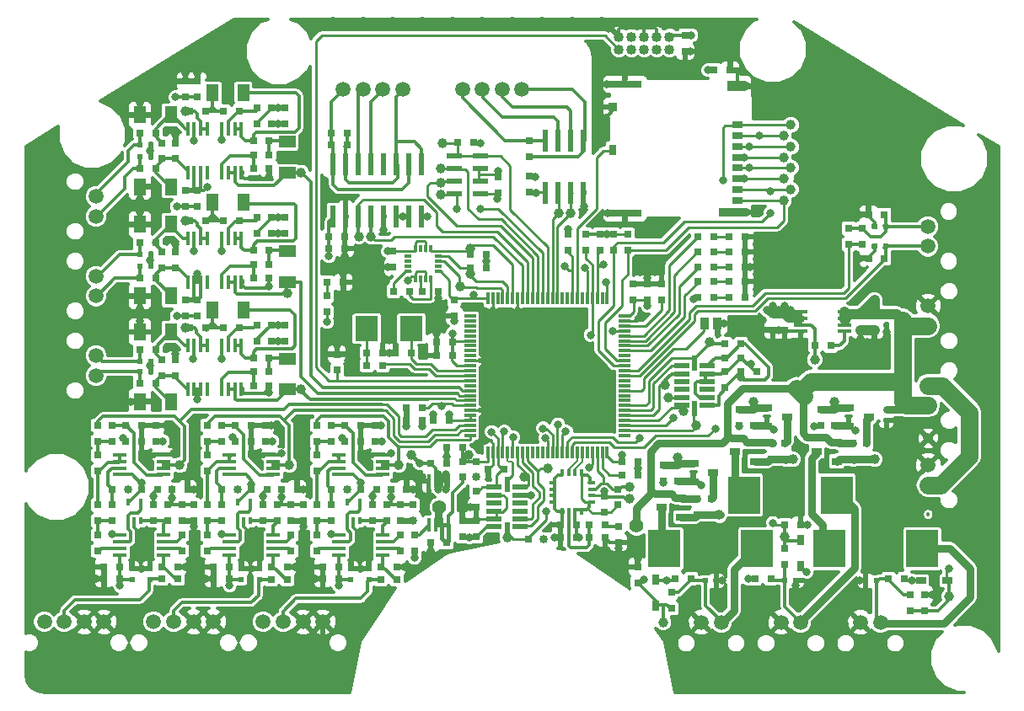
<source format=gtl>
%FSLAX46Y46*%
G04 Gerber Fmt 4.6, Leading zero omitted, Abs format (unit mm)*
G04 Created by KiCad (PCBNEW (2014-jul-16 BZR unknown)-product) date Fri 01 Aug 2014 00:40:55 BST*
%MOMM*%
G01*
G04 APERTURE LIST*
%ADD10C,0.100000*%
%ADD11R,1.200000X1.700000*%
%ADD12R,1.700000X1.200000*%
%ADD13R,0.500000X0.600000*%
%ADD14R,0.800000X0.800000*%
%ADD15R,0.600000X0.500000*%
%ADD16R,0.700000X1.000000*%
%ADD17R,1.000000X0.700000*%
%ADD18R,0.965200X1.270000*%
%ADD19R,1.400000X0.400000*%
%ADD20R,1.200000X0.300000*%
%ADD21R,0.300000X1.200000*%
%ADD22R,0.400000X0.800000*%
%ADD23R,1.545000X0.550000*%
%ADD24R,0.550000X1.545000*%
%ADD25R,1.500000X0.600000*%
%ADD26R,0.800000X0.300000*%
%ADD27R,0.300000X0.800000*%
%ADD28R,0.600000X2.200000*%
%ADD29R,0.400000X1.400000*%
%ADD30C,1.016000*%
%ADD31R,3.200000X3.700000*%
%ADD32C,1.000000*%
%ADD33R,1.000000X0.800000*%
%ADD34R,2.300000X2.500000*%
%ADD35C,1.500000*%
%ADD36R,1.100000X0.700000*%
%ADD37R,1.830000X1.140000*%
%ADD38R,2.800000X0.860000*%
%ADD39R,3.330000X0.700000*%
%ADD40R,0.930000X0.900000*%
%ADD41R,0.780000X1.050000*%
%ADD42C,0.800000*%
%ADD43C,1.200000*%
%ADD44C,1.400000*%
%ADD45C,0.300000*%
%ADD46C,0.280000*%
%ADD47C,0.500000*%
%ADD48C,0.800000*%
%ADD49C,1.000000*%
%ADD50C,0.200000*%
%ADD51C,1.800000*%
%ADD52C,0.400000*%
G04 APERTURE END LIST*
D10*
D11*
X12600000Y-10800000D03*
X15700000Y-10800000D03*
X23000000Y-8600000D03*
X19900000Y-8600000D03*
D12*
X27400000Y-16600000D03*
X27400000Y-13500000D03*
D11*
X12600000Y-18000000D03*
X15700000Y-18000000D03*
X12600000Y-21800000D03*
X15700000Y-21800000D03*
X23000000Y-19600000D03*
X19900000Y-19600000D03*
D12*
X27400000Y-27600000D03*
X27400000Y-24500000D03*
D11*
X12600000Y-29000000D03*
X15700000Y-29000000D03*
X12600000Y-32600000D03*
X15700000Y-32600000D03*
X23000000Y-30400000D03*
X19900000Y-30400000D03*
D12*
X27400000Y-38400000D03*
X27400000Y-35300000D03*
D11*
X12600000Y-39600000D03*
X15700000Y-39600000D03*
D13*
X87600000Y-40400000D03*
X87600000Y-41500000D03*
X87600000Y-30800000D03*
X87600000Y-31900000D03*
X11800000Y-56400000D03*
X11800000Y-57500000D03*
X13600000Y-56400000D03*
X13600000Y-57500000D03*
X22800000Y-56400000D03*
X22800000Y-57500000D03*
X24600000Y-56400000D03*
X24600000Y-57500000D03*
X33800000Y-56400000D03*
X33800000Y-57500000D03*
X35600000Y-56400000D03*
X35600000Y-57500000D03*
D14*
X71750000Y-29100000D03*
X73400000Y-29100000D03*
X71750000Y-27550000D03*
X73400000Y-27550000D03*
X71750000Y-26050000D03*
X73400000Y-26050000D03*
X71750000Y-24550000D03*
X73400000Y-24550000D03*
X71750000Y-23050000D03*
X73400000Y-23050000D03*
D15*
X86400000Y-22000000D03*
X87500000Y-22000000D03*
X86400000Y-24000000D03*
X87500000Y-24000000D03*
D16*
X64400000Y-57500000D03*
X64400000Y-60100000D03*
D15*
X69400000Y-57600000D03*
X70500000Y-57600000D03*
D16*
X79000000Y-56100000D03*
X79000000Y-53500000D03*
D15*
X77400000Y-57600000D03*
X78500000Y-57600000D03*
D17*
X91100000Y-57600000D03*
X93700000Y-57600000D03*
D15*
X86600000Y-57600000D03*
X85500000Y-57600000D03*
X12600000Y-13800000D03*
X13700000Y-13800000D03*
X12600000Y-15000000D03*
X13700000Y-15000000D03*
X12600000Y-24800000D03*
X13700000Y-24800000D03*
X12600000Y-26000000D03*
X13700000Y-26000000D03*
X12600000Y-35600000D03*
X13700000Y-35600000D03*
X12600000Y-36600000D03*
X13700000Y-36600000D03*
D18*
X70635000Y-31750000D03*
X69365000Y-31750000D03*
D19*
X79000000Y-30600000D03*
X79000000Y-31250000D03*
X79000000Y-31900000D03*
X79000000Y-32550000D03*
X83400000Y-32550000D03*
X83400000Y-31900000D03*
X83400000Y-31250000D03*
X83400000Y-30600000D03*
D20*
X45800000Y-31000000D03*
X45800000Y-31500000D03*
X45800000Y-32000000D03*
X45800000Y-32500000D03*
X45800000Y-33000000D03*
X45800000Y-33500000D03*
X45800000Y-34000000D03*
X45800000Y-34500000D03*
X45800000Y-35000000D03*
X45800000Y-35500000D03*
X45800000Y-36000000D03*
X45800000Y-36500000D03*
X45800000Y-37000000D03*
X45800000Y-37500000D03*
X45800000Y-38000000D03*
X45800000Y-38500000D03*
X45800000Y-39000000D03*
X45800000Y-39500000D03*
X45800000Y-40000000D03*
X45800000Y-40500000D03*
X45800000Y-41000000D03*
X45800000Y-41500000D03*
X45800000Y-42000000D03*
X45800000Y-42500000D03*
X45800000Y-43000000D03*
D21*
X47550000Y-44750000D03*
X48050000Y-44750000D03*
X48550000Y-44750000D03*
X49050000Y-44750000D03*
X49550000Y-44750000D03*
X50050000Y-44750000D03*
X50550000Y-44750000D03*
X51050000Y-44750000D03*
X51550000Y-44750000D03*
X52050000Y-44750000D03*
X52550000Y-44750000D03*
X53050000Y-44750000D03*
X53550000Y-44750000D03*
X54050000Y-44750000D03*
X54550000Y-44750000D03*
X55050000Y-44750000D03*
X55550000Y-44750000D03*
X56050000Y-44750000D03*
X56550000Y-44750000D03*
X57050000Y-44750000D03*
X57550000Y-44750000D03*
X58050000Y-44750000D03*
X58550000Y-44750000D03*
X59050000Y-44750000D03*
X59550000Y-44750000D03*
D20*
X61300000Y-43000000D03*
X61300000Y-42500000D03*
X61300000Y-42000000D03*
X61300000Y-41500000D03*
X61300000Y-41000000D03*
X61300000Y-40500000D03*
X61300000Y-40000000D03*
X61300000Y-39500000D03*
X61300000Y-39000000D03*
X61300000Y-38500000D03*
X61300000Y-38000000D03*
X61300000Y-37500000D03*
X61300000Y-37000000D03*
X61300000Y-36500000D03*
X61300000Y-36000000D03*
X61300000Y-35500000D03*
X61300000Y-35000000D03*
X61300000Y-34500000D03*
X61300000Y-34000000D03*
X61300000Y-33500000D03*
X61300000Y-33000000D03*
X61300000Y-32500000D03*
X61300000Y-32000000D03*
X61300000Y-31500000D03*
X61300000Y-31000000D03*
D21*
X59550000Y-29250000D03*
X59050000Y-29250000D03*
X58550000Y-29250000D03*
X58050000Y-29250000D03*
X57550000Y-29250000D03*
X57050000Y-29250000D03*
X56550000Y-29250000D03*
X56050000Y-29250000D03*
X55550000Y-29250000D03*
X55050000Y-29250000D03*
X54550000Y-29250000D03*
X54050000Y-29250000D03*
X53550000Y-29250000D03*
X53050000Y-29250000D03*
X52550000Y-29250000D03*
X52050000Y-29250000D03*
X51550000Y-29250000D03*
X51050000Y-29250000D03*
X50550000Y-29250000D03*
X50050000Y-29250000D03*
X49550000Y-29250000D03*
X49050000Y-29250000D03*
X48550000Y-29250000D03*
X48050000Y-29250000D03*
X47550000Y-29250000D03*
D19*
X15000000Y-55000000D03*
X15000000Y-54350000D03*
X15000000Y-53700000D03*
X15000000Y-53050000D03*
X10600000Y-53050000D03*
X10600000Y-53700000D03*
X10600000Y-54350000D03*
X10600000Y-55000000D03*
X10600000Y-45000000D03*
X10600000Y-45650000D03*
X10600000Y-46300000D03*
X10600000Y-46950000D03*
X15000000Y-46950000D03*
X15000000Y-46300000D03*
X15000000Y-45650000D03*
X15000000Y-45000000D03*
D22*
X11400000Y-51600000D03*
X12050000Y-51600000D03*
X12700000Y-51600000D03*
X11400000Y-49700000D03*
X12700000Y-49700000D03*
D19*
X26000000Y-55000000D03*
X26000000Y-54350000D03*
X26000000Y-53700000D03*
X26000000Y-53050000D03*
X21600000Y-53050000D03*
X21600000Y-53700000D03*
X21600000Y-54350000D03*
X21600000Y-55000000D03*
X21600000Y-45000000D03*
X21600000Y-45650000D03*
X21600000Y-46300000D03*
X21600000Y-46950000D03*
X26000000Y-46950000D03*
X26000000Y-46300000D03*
X26000000Y-45650000D03*
X26000000Y-45000000D03*
D22*
X22400000Y-51600000D03*
X23050000Y-51600000D03*
X23700000Y-51600000D03*
X22400000Y-49700000D03*
X23700000Y-49700000D03*
D19*
X37000000Y-55000000D03*
X37000000Y-54350000D03*
X37000000Y-53700000D03*
X37000000Y-53050000D03*
X32600000Y-53050000D03*
X32600000Y-53700000D03*
X32600000Y-54350000D03*
X32600000Y-55000000D03*
X32600000Y-45000000D03*
X32600000Y-45650000D03*
X32600000Y-46300000D03*
X32600000Y-46950000D03*
X37000000Y-46950000D03*
X37000000Y-46300000D03*
X37000000Y-45650000D03*
X37000000Y-45000000D03*
D22*
X33400000Y-51600000D03*
X34050000Y-51600000D03*
X34700000Y-51600000D03*
X33400000Y-49700000D03*
X34700000Y-49700000D03*
D23*
X48200000Y-48200000D03*
X48200000Y-49000000D03*
X48200000Y-49800000D03*
X48200000Y-50600000D03*
X48200000Y-51400000D03*
X48200000Y-52200000D03*
X50795000Y-52200000D03*
X50795000Y-51400000D03*
X50795000Y-50600000D03*
X50795000Y-49800000D03*
X50795000Y-49000000D03*
X50795000Y-48200000D03*
D24*
X49500000Y-47902500D03*
X49500000Y-52497500D03*
D23*
X69600000Y-40000000D03*
X69600000Y-39200000D03*
X69600000Y-38400000D03*
X69600000Y-37600000D03*
X69600000Y-36800000D03*
X69600000Y-36000000D03*
X67005000Y-36000000D03*
X67005000Y-36800000D03*
X67005000Y-37600000D03*
X67005000Y-38400000D03*
X67005000Y-39200000D03*
X67005000Y-40000000D03*
D24*
X68300000Y-40297500D03*
X68300000Y-35702500D03*
D25*
X46800000Y-18700000D03*
X46800000Y-17450000D03*
X46800000Y-16200000D03*
X44200000Y-16200000D03*
X44200000Y-17450000D03*
X44200000Y-18700000D03*
X46800000Y-14950000D03*
X44200000Y-14950000D03*
D26*
X57950000Y-49700000D03*
X57950000Y-49050000D03*
X57950000Y-48400000D03*
X57950000Y-47750000D03*
D27*
X56975000Y-46775000D03*
X56325000Y-46775000D03*
X55675000Y-46775000D03*
X55025000Y-46775000D03*
D26*
X54050000Y-47750000D03*
X54050000Y-48400000D03*
X54050000Y-49050000D03*
X54050000Y-49700000D03*
D27*
X55025000Y-50675000D03*
X55675000Y-50675000D03*
X56325000Y-50675000D03*
X56975000Y-50675000D03*
D28*
X32000000Y-21000000D03*
X33270000Y-21000000D03*
X34540000Y-21000000D03*
X35810000Y-21000000D03*
X35810000Y-15793000D03*
X34540000Y-15793000D03*
X33270000Y-15793000D03*
X32000000Y-15793000D03*
X37080000Y-21000000D03*
X38350000Y-21000000D03*
X39620000Y-21000000D03*
X40890000Y-21000000D03*
X37080000Y-15793000D03*
X38350000Y-15793000D03*
X39620000Y-15793000D03*
X40890000Y-15793000D03*
X53350000Y-18600000D03*
X54620000Y-18600000D03*
X55890000Y-18600000D03*
X57160000Y-18600000D03*
X57160000Y-13393000D03*
X55890000Y-13393000D03*
X54620000Y-13393000D03*
X53350000Y-13393000D03*
D29*
X17400000Y-16600000D03*
X18050000Y-16600000D03*
X18700000Y-16600000D03*
X19350000Y-16600000D03*
X19350000Y-12200000D03*
X18700000Y-12200000D03*
X18050000Y-12200000D03*
X17400000Y-12200000D03*
X22800000Y-12200000D03*
X22150000Y-12200000D03*
X21500000Y-12200000D03*
X20850000Y-12200000D03*
X20850000Y-16600000D03*
X21500000Y-16600000D03*
X22150000Y-16600000D03*
X22800000Y-16600000D03*
X17400000Y-27600000D03*
X18050000Y-27600000D03*
X18700000Y-27600000D03*
X19350000Y-27600000D03*
X19350000Y-23200000D03*
X18700000Y-23200000D03*
X18050000Y-23200000D03*
X17400000Y-23200000D03*
X22800000Y-23200000D03*
X22150000Y-23200000D03*
X21500000Y-23200000D03*
X20850000Y-23200000D03*
X20850000Y-27600000D03*
X21500000Y-27600000D03*
X22150000Y-27600000D03*
X22800000Y-27600000D03*
X17400000Y-38400000D03*
X18050000Y-38400000D03*
X18700000Y-38400000D03*
X19350000Y-38400000D03*
X19350000Y-34000000D03*
X18700000Y-34000000D03*
X18050000Y-34000000D03*
X17400000Y-34000000D03*
X22800000Y-34000000D03*
X22150000Y-34000000D03*
X21500000Y-34000000D03*
X20850000Y-34000000D03*
X20850000Y-38400000D03*
X21500000Y-38400000D03*
X22150000Y-38400000D03*
X22800000Y-38400000D03*
D30*
X65800000Y-2930000D03*
X65800000Y-4200000D03*
X64530000Y-2930000D03*
X64530000Y-4200000D03*
X63260000Y-2930000D03*
X63260000Y-4200000D03*
X61990000Y-2930000D03*
X61990000Y-4200000D03*
X60720000Y-2930000D03*
X60720000Y-4200000D03*
D14*
X45000000Y-47200000D03*
X45000000Y-45600000D03*
X46400000Y-45600000D03*
X46400000Y-47200000D03*
X60200000Y-22800000D03*
X60200000Y-24400000D03*
X61600000Y-22800000D03*
X61600000Y-24400000D03*
X58800000Y-22800000D03*
X58800000Y-24400000D03*
X57400000Y-22800000D03*
X57400000Y-24400000D03*
X55600000Y-22800000D03*
X55600000Y-24400000D03*
X35400000Y-36000000D03*
X37000000Y-36000000D03*
X16400000Y-57400000D03*
X14800000Y-57400000D03*
X15400000Y-50000000D03*
X15400000Y-51600000D03*
X16800000Y-54600000D03*
X16800000Y-53000000D03*
X8400000Y-53000000D03*
X8400000Y-54600000D03*
X9800000Y-50000000D03*
X9800000Y-51600000D03*
X8400000Y-45000000D03*
X8400000Y-46600000D03*
X9800000Y-42000000D03*
X9800000Y-43600000D03*
X14000000Y-51600000D03*
X14000000Y-50000000D03*
X27400000Y-57500000D03*
X25800000Y-57500000D03*
X26400000Y-50000000D03*
X26400000Y-51600000D03*
X27800000Y-54600000D03*
X27800000Y-53000000D03*
X19400000Y-53000000D03*
X19400000Y-54600000D03*
X20800000Y-50000000D03*
X20800000Y-51600000D03*
X19400000Y-45000000D03*
X19400000Y-46600000D03*
X20800000Y-42000000D03*
X20800000Y-43600000D03*
X25000000Y-51600000D03*
X25000000Y-50000000D03*
X38400000Y-57500000D03*
X36800000Y-57500000D03*
X37400000Y-50000000D03*
X37400000Y-51600000D03*
X38800000Y-54600000D03*
X38800000Y-53000000D03*
X30400000Y-53000000D03*
X30400000Y-54600000D03*
X31800000Y-50000000D03*
X31800000Y-51600000D03*
X30400000Y-45000000D03*
X30400000Y-46600000D03*
X31800000Y-42000000D03*
X31800000Y-43600000D03*
X36000000Y-51600000D03*
X36000000Y-50000000D03*
X53200000Y-53400000D03*
X51600000Y-53400000D03*
X73000000Y-33800000D03*
X71400000Y-33800000D03*
X60600000Y-50000000D03*
X60600000Y-48400000D03*
X47400000Y-26200000D03*
X45800000Y-26200000D03*
X59250000Y-50700000D03*
X59250000Y-49100000D03*
X47400000Y-24800000D03*
X45800000Y-24800000D03*
X46150000Y-13550000D03*
X44550000Y-13550000D03*
X60700000Y-52150000D03*
X60700000Y-53750000D03*
X70250000Y-29100000D03*
X68650000Y-29100000D03*
X70250000Y-27550000D03*
X68650000Y-27550000D03*
X70250000Y-26050000D03*
X68650000Y-26050000D03*
X70250000Y-24550000D03*
X68650000Y-24550000D03*
X70250000Y-23050000D03*
X68650000Y-23050000D03*
X85200000Y-22200000D03*
X85200000Y-23800000D03*
X83800000Y-22200000D03*
X83800000Y-23800000D03*
X68600000Y-51000000D03*
X68600000Y-49400000D03*
X65200000Y-46000000D03*
X65200000Y-47600000D03*
X70000000Y-51000000D03*
X70000000Y-49400000D03*
X66600000Y-46000000D03*
X66600000Y-47600000D03*
D31*
X74600000Y-54400000D03*
X65300000Y-54400000D03*
D14*
X68000000Y-57400000D03*
X66400000Y-57400000D03*
X66000000Y-58800000D03*
X66000000Y-60400000D03*
X76000000Y-45400000D03*
X76000000Y-43800000D03*
X72800000Y-40400000D03*
X72800000Y-42000000D03*
X77400000Y-45400000D03*
X77400000Y-43800000D03*
X74200000Y-40400000D03*
X74200000Y-42000000D03*
D31*
X82600000Y-49000000D03*
X73300000Y-49000000D03*
D14*
X76000000Y-57400000D03*
X74400000Y-57400000D03*
X77400000Y-56000000D03*
X77400000Y-54400000D03*
X84200000Y-45400000D03*
X84200000Y-43800000D03*
X81000000Y-40400000D03*
X81000000Y-42000000D03*
X85600000Y-45400000D03*
X85600000Y-43800000D03*
X82400000Y-40400000D03*
X82400000Y-42000000D03*
D31*
X91200000Y-54400000D03*
X81900000Y-54400000D03*
D14*
X87800000Y-57400000D03*
X89400000Y-57400000D03*
X90000000Y-59000000D03*
X90000000Y-60600000D03*
X14200000Y-12600000D03*
X12600000Y-12600000D03*
X19200000Y-10400000D03*
X17600000Y-10400000D03*
X22600000Y-10400000D03*
X21000000Y-10400000D03*
X25600000Y-13400000D03*
X24000000Y-13400000D03*
X24000000Y-14800000D03*
X25600000Y-14800000D03*
X14200000Y-16200000D03*
X12600000Y-16200000D03*
X16200000Y-15200000D03*
X16200000Y-13600000D03*
X14200000Y-23600000D03*
X12600000Y-23600000D03*
X19200000Y-21400000D03*
X17600000Y-21400000D03*
X22600000Y-21400000D03*
X21000000Y-21400000D03*
X25600000Y-24400000D03*
X24000000Y-24400000D03*
X24000000Y-25800000D03*
X25600000Y-25800000D03*
X14200000Y-27200000D03*
X12600000Y-27200000D03*
X16200000Y-26200000D03*
X16200000Y-24600000D03*
X14200000Y-34400000D03*
X12600000Y-34400000D03*
X19200000Y-32200000D03*
X17600000Y-32200000D03*
X22600000Y-32200000D03*
X21000000Y-32200000D03*
X25600000Y-35200000D03*
X24000000Y-35200000D03*
X24000000Y-36600000D03*
X25600000Y-36600000D03*
X14200000Y-37800000D03*
X12600000Y-37800000D03*
X16200000Y-37000000D03*
X16200000Y-35400000D03*
D32*
X45600000Y-45000000D03*
X80400000Y-35400000D03*
X91800000Y-43300000D03*
X86400000Y-29400000D03*
X78000000Y-18300000D03*
X77300000Y-19400000D03*
X78000000Y-11800000D03*
X77300000Y-12900000D03*
X78000000Y-14000000D03*
X78000000Y-16100000D03*
X16600000Y-46000000D03*
X27600000Y-46000000D03*
X38600000Y-46000000D03*
X53600000Y-46300000D03*
X65350000Y-37950000D03*
X49500000Y-53300000D03*
X69800000Y-33600000D03*
X65650000Y-39200000D03*
X51200000Y-47200000D03*
X67200000Y-40600000D03*
X68500000Y-42000000D03*
X61800000Y-49400000D03*
X45800000Y-24200000D03*
X61800000Y-48200000D03*
X45800000Y-26800000D03*
X42800000Y-18800000D03*
X42800000Y-17600000D03*
X42800000Y-16200000D03*
X44800000Y-28000000D03*
X43000000Y-13600000D03*
X34600000Y-23000000D03*
X35800000Y-23000000D03*
X54650000Y-20700000D03*
X55900000Y-20700000D03*
X70800000Y-51000000D03*
X66600000Y-45200000D03*
X65200000Y-61800000D03*
X78200000Y-45400000D03*
X74200000Y-39600000D03*
X77400000Y-53200000D03*
X86400000Y-45400000D03*
X82400000Y-39600000D03*
X93900000Y-59200000D03*
X17200000Y-10400000D03*
X28800000Y-16600000D03*
X17200000Y-21400000D03*
X27400000Y-28700000D03*
X17200000Y-32200000D03*
X28800000Y-38400000D03*
D27*
X41800000Y-24250000D03*
X41300000Y-24250000D03*
X40800000Y-24250000D03*
X40300000Y-24250000D03*
D26*
X39550000Y-25000000D03*
X39550000Y-25500000D03*
X39550000Y-26000000D03*
X39550000Y-26500000D03*
D27*
X40300000Y-27250000D03*
X40800000Y-27250000D03*
X41300000Y-27250000D03*
X41800000Y-27250000D03*
D26*
X42550000Y-26500000D03*
X42550000Y-26000000D03*
X42550000Y-25500000D03*
X42550000Y-25000000D03*
D14*
X24000000Y-38000000D03*
X25600000Y-38000000D03*
X24400000Y-31900000D03*
X24400000Y-33500000D03*
X14800000Y-35400000D03*
X14800000Y-37000000D03*
X27200000Y-33500000D03*
X27200000Y-31900000D03*
X25800000Y-33500000D03*
X25800000Y-31900000D03*
X17200000Y-31000000D03*
X17200000Y-29400000D03*
X18400000Y-31000000D03*
X18400000Y-29400000D03*
X24000000Y-27200000D03*
X25600000Y-27200000D03*
X24400000Y-21100000D03*
X24400000Y-22700000D03*
X14800000Y-24600000D03*
X14800000Y-26200000D03*
X27200000Y-22700000D03*
X27200000Y-21100000D03*
X25800000Y-22700000D03*
X25800000Y-21100000D03*
X17200000Y-20000000D03*
X17200000Y-18400000D03*
X18400000Y-20000000D03*
X18400000Y-18400000D03*
X24000000Y-16200000D03*
X25600000Y-16200000D03*
X24400000Y-10100000D03*
X24400000Y-11700000D03*
X14800000Y-13600000D03*
X14800000Y-15200000D03*
X27200000Y-11700000D03*
X27200000Y-10100000D03*
X25800000Y-11700000D03*
X25800000Y-10100000D03*
X17200000Y-9000000D03*
X17200000Y-7400000D03*
X18400000Y-9000000D03*
X18400000Y-7400000D03*
X91400000Y-60600000D03*
X91400000Y-59000000D03*
X77400000Y-52000000D03*
X79000000Y-52000000D03*
X62600000Y-57800000D03*
X62600000Y-56200000D03*
X51700000Y-15000000D03*
X51700000Y-13400000D03*
X87400000Y-25200000D03*
X85800000Y-25200000D03*
X51700000Y-16950000D03*
X51700000Y-18550000D03*
X85800000Y-20800000D03*
X87400000Y-20800000D03*
X31800000Y-13800000D03*
X33400000Y-13800000D03*
X33200000Y-23000000D03*
X31600000Y-23000000D03*
X31800000Y-12600000D03*
X33400000Y-12600000D03*
X33200000Y-24200000D03*
X31600000Y-24200000D03*
X42600000Y-28500000D03*
X41000000Y-28500000D03*
X59350000Y-52000000D03*
X57750000Y-52000000D03*
X38100000Y-28500000D03*
X39700000Y-28500000D03*
X59350000Y-53300000D03*
X57750000Y-53300000D03*
X56450000Y-52000000D03*
X54850000Y-52000000D03*
X56450000Y-53300000D03*
X54850000Y-53300000D03*
X38000000Y-24500000D03*
X38000000Y-26100000D03*
X48550000Y-18600000D03*
X48550000Y-17000000D03*
X73000000Y-36600000D03*
X74600000Y-36600000D03*
X71400000Y-35200000D03*
X73000000Y-35200000D03*
X71400000Y-38200000D03*
X71400000Y-36600000D03*
X45000000Y-53200000D03*
X45000000Y-51600000D03*
X46400000Y-53200000D03*
X46400000Y-51600000D03*
X46400000Y-48600000D03*
X46400000Y-50200000D03*
X36200000Y-43600000D03*
X36200000Y-42000000D03*
X33200000Y-43600000D03*
X34800000Y-43600000D03*
X36400000Y-48400000D03*
X34800000Y-48400000D03*
X31000000Y-56200000D03*
X32600000Y-56200000D03*
X38800000Y-51600000D03*
X38800000Y-50000000D03*
X33200000Y-42000000D03*
X34800000Y-42000000D03*
X31800000Y-48400000D03*
X33400000Y-48400000D03*
X37800000Y-48400000D03*
X39400000Y-48400000D03*
X32600000Y-57400000D03*
X31000000Y-57400000D03*
X40000000Y-50000000D03*
X40000000Y-51600000D03*
X30400000Y-42000000D03*
X30400000Y-43600000D03*
X30400000Y-50000000D03*
X30400000Y-51600000D03*
X38400000Y-56200000D03*
X36800000Y-56200000D03*
X25200000Y-43600000D03*
X25200000Y-42000000D03*
X22200000Y-43600000D03*
X23800000Y-43600000D03*
X25400000Y-48400000D03*
X23800000Y-48400000D03*
X20000000Y-56200000D03*
X21600000Y-56200000D03*
X27800000Y-51600000D03*
X27800000Y-50000000D03*
X22200000Y-42000000D03*
X23800000Y-42000000D03*
X20800000Y-48400000D03*
X22400000Y-48400000D03*
X26800000Y-48400000D03*
X28400000Y-48400000D03*
X21600000Y-57400000D03*
X20000000Y-57400000D03*
X29000000Y-50000000D03*
X29000000Y-51600000D03*
X19400000Y-42000000D03*
X19400000Y-43600000D03*
X19400000Y-50000000D03*
X19400000Y-51600000D03*
X27400000Y-56200000D03*
X25800000Y-56200000D03*
X14200000Y-43600000D03*
X14200000Y-42000000D03*
X11200000Y-43600000D03*
X12800000Y-43600000D03*
X14400000Y-48400000D03*
X12800000Y-48400000D03*
X9000000Y-56200000D03*
X10600000Y-56200000D03*
X16800000Y-51600000D03*
X16800000Y-50000000D03*
X11200000Y-42000000D03*
X12800000Y-42000000D03*
X9800000Y-48400000D03*
X11400000Y-48400000D03*
X15800000Y-48400000D03*
X17400000Y-48400000D03*
X10600000Y-57400000D03*
X9000000Y-57400000D03*
X18000000Y-50000000D03*
X18000000Y-51600000D03*
X8400000Y-42000000D03*
X8400000Y-43600000D03*
X8400000Y-50000000D03*
X8400000Y-51600000D03*
X16400000Y-56200000D03*
X14800000Y-56200000D03*
X35400000Y-34700000D03*
X37000000Y-34700000D03*
X32400000Y-34850000D03*
X32400000Y-36450000D03*
X39900000Y-34700000D03*
X38300000Y-34700000D03*
X65000000Y-29400000D03*
X65000000Y-27800000D03*
X61000000Y-47000000D03*
X62600000Y-47000000D03*
X43700000Y-41500000D03*
X42100000Y-41500000D03*
X41000000Y-41500000D03*
X39400000Y-41500000D03*
X44200000Y-29400000D03*
X44200000Y-31000000D03*
X49200000Y-46400000D03*
X47600000Y-46400000D03*
X61000000Y-45600000D03*
X62600000Y-45600000D03*
X41000000Y-40200000D03*
X39400000Y-40200000D03*
X44000000Y-33600000D03*
X42400000Y-33600000D03*
X44000000Y-35000000D03*
X42400000Y-35000000D03*
X62150000Y-29400000D03*
X62150000Y-27800000D03*
X63600000Y-29400000D03*
X63600000Y-27800000D03*
X70300000Y-6300000D03*
X71900000Y-6300000D03*
X76200000Y-30800000D03*
X76200000Y-32400000D03*
X77400000Y-30800000D03*
X77400000Y-32400000D03*
X80400000Y-34000000D03*
X82000000Y-34000000D03*
X85000000Y-30800000D03*
X85000000Y-32400000D03*
X67400000Y-2800000D03*
X67400000Y-4400000D03*
X86400000Y-30800000D03*
X86400000Y-32400000D03*
X43400000Y-44200000D03*
X45000000Y-44200000D03*
D33*
X67000000Y-51200000D03*
X67000000Y-49300000D03*
X65000000Y-50250000D03*
X68200000Y-45800000D03*
X68200000Y-47700000D03*
X70200000Y-46750000D03*
X74400000Y-45600000D03*
X74400000Y-43700000D03*
X72400000Y-44650000D03*
X75600000Y-40200000D03*
X75600000Y-42100000D03*
X77600000Y-41150000D03*
X82600000Y-45600000D03*
X82600000Y-43700000D03*
X80600000Y-44650000D03*
X83800000Y-40200000D03*
X83800000Y-42100000D03*
X85800000Y-41150000D03*
D14*
X43400000Y-53800000D03*
X41800000Y-53800000D03*
X40200000Y-54600000D03*
X40200000Y-53000000D03*
X41800000Y-45800000D03*
X43400000Y-45800000D03*
D29*
X43600000Y-47600000D03*
X42950000Y-47600000D03*
X42300000Y-47600000D03*
X41650000Y-47600000D03*
X41650000Y-52000000D03*
X42300000Y-52000000D03*
X42950000Y-52000000D03*
X43600000Y-52000000D03*
D32*
X39900000Y-45000000D03*
D34*
X39900000Y-32300000D03*
X35400000Y-32300000D03*
D32*
X77300000Y-15100000D03*
X77300000Y-17200000D03*
D35*
X8200000Y-37000000D03*
X8200000Y-35000000D03*
X8200000Y-29000000D03*
X8200000Y-27000000D03*
X8200000Y-21000000D03*
X8200000Y-19000000D03*
X87000000Y-61800000D03*
X85000000Y-61800000D03*
X79000000Y-61800000D03*
X77000000Y-61800000D03*
X71000000Y-61800000D03*
X69000000Y-61800000D03*
X91750000Y-22000000D03*
X91750000Y-24000000D03*
X91800000Y-38000000D03*
X91800000Y-40000000D03*
X91800000Y-46000000D03*
X91800000Y-48000000D03*
X91800000Y-30000000D03*
X91800000Y-32000000D03*
X45000000Y-8250000D03*
X47000000Y-8250000D03*
X49000000Y-8250000D03*
X51000000Y-8250000D03*
X33000000Y-8250000D03*
X35000000Y-8250000D03*
X37000000Y-8250000D03*
X39000000Y-8250000D03*
X31000000Y-61750000D03*
X29000000Y-61750000D03*
X27000000Y-61750000D03*
X25000000Y-61750000D03*
X20000000Y-61750000D03*
X18000000Y-61750000D03*
X16000000Y-61750000D03*
X14000000Y-61750000D03*
X9000000Y-61750000D03*
X7000000Y-61750000D03*
X5000000Y-61750000D03*
X3000000Y-61750000D03*
D36*
X72600000Y-11800000D03*
X72600000Y-12900000D03*
X72600000Y-14000000D03*
X72600000Y-15100000D03*
X72600000Y-16100000D03*
X72600000Y-17200000D03*
X72600000Y-18300000D03*
X72600000Y-19400000D03*
D37*
X72585000Y-7920000D03*
D38*
X72100000Y-20580000D03*
D39*
X61335000Y-20660000D03*
X61335000Y-7700000D03*
D40*
X60135000Y-10010000D03*
D41*
X60060000Y-14275000D03*
D14*
X31400000Y-27600000D03*
X33050000Y-27600000D03*
X31400000Y-29000000D03*
X31400000Y-30600000D03*
D42*
X25600000Y-38700000D03*
X73900000Y-26100000D03*
X63600000Y-27200000D03*
X62800000Y-31200000D03*
X71250000Y-31750000D03*
X74000000Y-35800000D03*
X76800000Y-32400000D03*
X59600000Y-20700000D03*
X73600000Y-20600000D03*
X73300000Y-17200000D03*
X67900000Y-4400000D03*
X73600000Y-7900000D03*
X59500000Y-7700000D03*
X39500000Y-27400000D03*
X37500000Y-26100000D03*
X57200000Y-20000000D03*
X52300000Y-17000000D03*
X48600000Y-16400000D03*
X44200000Y-31500000D03*
X45800000Y-50200000D03*
X47300000Y-43500000D03*
X60700000Y-54400000D03*
X54300000Y-53300000D03*
X62600000Y-46300000D03*
X26500000Y-10100000D03*
X26500000Y-21100000D03*
X26500000Y-31900000D03*
X37650000Y-34700000D03*
X42100000Y-40900000D03*
X39400000Y-42100000D03*
X43400000Y-45100000D03*
X36800000Y-42000000D03*
X25800000Y-42000000D03*
X25600000Y-17000000D03*
X11700000Y-39600000D03*
X78500000Y-58100000D03*
X12600000Y-31500000D03*
X36000000Y-49100000D03*
X25000000Y-49100000D03*
X14000000Y-49100000D03*
X34600000Y-52800000D03*
X23700000Y-52800000D03*
X12600000Y-52800000D03*
X92200000Y-59000000D03*
X46400000Y-47200000D03*
X9800000Y-52900000D03*
X20800000Y-52900000D03*
X31800000Y-52900000D03*
X40000000Y-51600000D03*
X33400000Y-48400000D03*
X22400000Y-48400000D03*
X11400000Y-48400000D03*
X37100000Y-22400000D03*
X41500000Y-21000000D03*
X85000000Y-33300000D03*
X84900000Y-25200000D03*
X84900000Y-20800000D03*
X84500000Y-42500000D03*
X76300000Y-42400000D03*
X69000000Y-48000000D03*
X79700000Y-52000000D03*
X84900000Y-57600000D03*
X71100000Y-57600000D03*
X62600000Y-55400000D03*
X18000000Y-52200000D03*
X39200000Y-56200000D03*
X41800000Y-54600000D03*
X29000000Y-52200000D03*
X42400000Y-32800000D03*
X41000000Y-47200000D03*
X40000000Y-48400000D03*
X29000000Y-48400000D03*
X30200000Y-57400000D03*
X28200000Y-56200000D03*
X34800000Y-56400000D03*
X23800000Y-56400000D03*
X19200000Y-57400000D03*
X17200000Y-56200000D03*
X12800000Y-56400000D03*
X8200000Y-57400000D03*
X37800000Y-44800000D03*
X26800000Y-44800000D03*
X18000000Y-48400000D03*
X16200000Y-34800000D03*
X13600000Y-36000000D03*
X18400000Y-26800000D03*
X16000000Y-44800000D03*
X15200000Y-42000000D03*
X18400000Y-39400000D03*
X25600000Y-28000000D03*
X12600000Y-30200000D03*
X16200000Y-23800000D03*
X13600000Y-25400000D03*
X19400000Y-18000000D03*
X12600000Y-20600000D03*
X12600000Y-19200000D03*
X13600000Y-14400000D03*
X16200000Y-12800000D03*
X12600000Y-9600000D03*
X17200000Y-6600000D03*
X18400000Y-6600000D03*
X43200000Y-30200000D03*
X42000000Y-30200000D03*
X40000000Y-30200000D03*
X38000000Y-30000000D03*
X36000000Y-30000000D03*
X33500000Y-30000000D03*
X33500000Y-31500000D03*
X33500000Y-33500000D03*
X33500000Y-35500000D03*
X42600000Y-29200000D03*
X87600000Y-32600000D03*
D43*
X31000000Y-68000000D03*
X28000000Y-68000000D03*
X25000000Y-68000000D03*
X22000000Y-68000000D03*
X19000000Y-68000000D03*
X16000000Y-68000000D03*
X13000000Y-68000000D03*
X10000000Y-68000000D03*
X7000000Y-68000000D03*
X4000000Y-68000000D03*
X2000000Y-66000000D03*
X2000000Y-51600000D03*
X2000000Y-54000000D03*
X2000000Y-57000000D03*
X2000000Y-60000000D03*
X2000000Y-44700000D03*
X2000000Y-42000000D03*
X2000000Y-39000000D03*
X2000000Y-36000000D03*
X2000000Y-33000000D03*
X2000000Y-30000000D03*
X2000000Y-27000000D03*
X2000000Y-24000000D03*
X2000000Y-21000000D03*
X2000000Y-18000000D03*
X2000000Y-15000000D03*
X20000000Y-3000000D03*
X23000000Y-2000000D03*
X12350000Y-7750000D03*
X16800000Y-5000000D03*
X70000000Y-2000000D03*
X72700000Y-2000000D03*
X84000000Y-6500000D03*
X87000000Y-8500000D03*
X90000000Y-10500000D03*
X81000000Y-4500000D03*
X91300000Y-68000000D03*
X88000000Y-68000000D03*
X86200000Y-68000000D03*
X84200000Y-68000000D03*
X79600000Y-68100000D03*
X76000000Y-68000000D03*
X72300000Y-68000000D03*
X70000000Y-68000000D03*
X67000000Y-68000000D03*
D42*
X32400000Y-34000000D03*
D43*
X41000000Y-1500000D03*
X38000000Y-1500000D03*
X35000000Y-1500000D03*
X32000000Y-1500000D03*
X47000000Y-1500000D03*
X50000000Y-1500000D03*
X53000000Y-1500000D03*
X56000000Y-1500000D03*
X59000000Y-1500000D03*
X44000000Y-1500000D03*
D42*
X59400000Y-11100000D03*
D43*
X98000000Y-62000000D03*
X98000000Y-59000000D03*
X98000000Y-56000000D03*
X98000000Y-53000000D03*
X98000000Y-50000000D03*
X98000000Y-47000000D03*
X98000000Y-44000000D03*
X98000000Y-41000000D03*
X98000000Y-38000000D03*
X98000000Y-35000000D03*
X98000000Y-32000000D03*
X98000000Y-29000000D03*
X98000000Y-26000000D03*
X98000000Y-23000000D03*
X98000000Y-20000000D03*
X98000000Y-17000000D03*
D42*
X48000000Y-30600000D03*
X33200000Y-25000000D03*
X33000000Y-26800000D03*
X47200000Y-40500000D03*
X47200000Y-37900000D03*
X47200000Y-32600000D03*
X47200000Y-35500000D03*
X59700000Y-37000000D03*
X59700000Y-39700000D03*
X59800000Y-42200000D03*
X56700000Y-42200000D03*
X54600000Y-40600000D03*
X57000000Y-31900000D03*
X53000000Y-30600000D03*
X50600000Y-30600000D03*
X55500000Y-30600000D03*
X57500000Y-34300000D03*
X51600000Y-43200000D03*
D44*
X62500000Y-52100000D03*
X42700000Y-50200000D03*
D42*
X68200000Y-29300000D03*
X63600000Y-30000000D03*
X59500000Y-22800000D03*
X73000000Y-37200000D03*
X78000000Y-30400000D03*
X76800000Y-30400000D03*
X69700000Y-6300000D03*
X73300000Y-15100000D03*
X68000000Y-2800000D03*
X55600000Y-22300000D03*
X47950000Y-42650000D03*
X37500000Y-24500000D03*
X52400000Y-18600000D03*
X48500000Y-19200000D03*
X46800000Y-13600000D03*
X47400000Y-25500000D03*
X46100000Y-28900000D03*
X53200000Y-53400000D03*
X45700000Y-53300000D03*
X56700000Y-53300000D03*
X61000000Y-45000000D03*
X77400000Y-30000000D03*
X75600000Y-30400000D03*
X76200000Y-30000000D03*
X90200000Y-57600000D03*
X79600000Y-56700000D03*
X73700000Y-57400000D03*
X65500000Y-57600000D03*
X44000000Y-32800000D03*
X31600000Y-25000000D03*
X39000000Y-21000000D03*
X42900000Y-40050000D03*
X63200000Y-57500000D03*
X53300000Y-43300000D03*
X53100000Y-42300000D03*
X76200000Y-51800000D03*
X54600000Y-41900000D03*
X93900000Y-56400000D03*
X53400000Y-50600000D03*
X49200000Y-42600000D03*
X51900000Y-49000000D03*
X50100000Y-43200000D03*
X55400000Y-42600000D03*
X65200000Y-47800000D03*
X62800000Y-43300000D03*
X72800000Y-42100000D03*
X70400000Y-42300000D03*
X80300000Y-42100000D03*
X65600000Y-39200000D03*
X66200000Y-41200000D03*
X75900000Y-18500000D03*
X75900000Y-20700000D03*
X60100000Y-32500000D03*
X59400000Y-27600000D03*
X71200000Y-17400000D03*
X59200000Y-25800000D03*
X74800000Y-12900000D03*
X57900000Y-32900000D03*
X73800000Y-16100000D03*
X57300000Y-26200000D03*
X73800000Y-14000000D03*
X55300000Y-26000000D03*
X46800000Y-20200000D03*
X44400000Y-20200000D03*
X59250000Y-48600000D03*
X57750000Y-46200000D03*
X43300000Y-46900000D03*
X42600000Y-46900000D03*
X26500000Y-11700000D03*
X26500000Y-22700000D03*
X26500000Y-33500000D03*
X43700000Y-40900000D03*
X41000000Y-42100000D03*
X40700000Y-45800000D03*
X32900000Y-43300000D03*
X10900000Y-43300000D03*
X21900000Y-43200000D03*
X14900000Y-43600000D03*
X36900000Y-43600000D03*
X25900000Y-43600000D03*
X43300000Y-48400000D03*
X42600000Y-48400000D03*
X34800000Y-47800000D03*
X23800000Y-47900000D03*
X15800000Y-49300000D03*
X26800000Y-49200000D03*
X37800000Y-49200000D03*
X40200000Y-55300000D03*
X32600000Y-58100000D03*
X21600000Y-58100000D03*
X10600000Y-58100000D03*
X12800000Y-47800000D03*
X20800000Y-24500000D03*
X18000000Y-24500000D03*
X20800000Y-35300000D03*
X17900000Y-35300000D03*
X16300000Y-31000000D03*
X16300000Y-20000000D03*
X20800000Y-13300000D03*
X18000000Y-13400000D03*
X16200000Y-9000000D03*
X31400000Y-31600000D03*
D45*
X91800000Y-50900000D02*
X91800000Y-51000000D01*
D46*
X25600000Y-38000000D02*
X25600000Y-38700000D01*
X72600000Y-17200000D02*
X77200000Y-17200000D01*
X77200000Y-17200000D02*
X77300000Y-17100000D01*
X77300000Y-17100000D02*
X77300000Y-17200000D01*
X73400000Y-26050000D02*
X73850000Y-26050000D01*
X73850000Y-26050000D02*
X73900000Y-26100000D01*
X73400000Y-27550000D02*
X73400000Y-28900000D01*
X73400000Y-28900000D02*
X73500000Y-29000000D01*
X73500000Y-29000000D02*
X73400000Y-29100000D01*
X73400000Y-26050000D02*
X73400000Y-27600000D01*
X73400000Y-27600000D02*
X73400000Y-27550000D01*
X73400000Y-24550000D02*
X73400000Y-26100000D01*
X73400000Y-26100000D02*
X73400000Y-26050000D01*
X73400000Y-23050000D02*
X73400000Y-24400000D01*
X73400000Y-24400000D02*
X73400000Y-24550000D01*
X63600000Y-27800000D02*
X63600000Y-27200000D01*
X63600000Y-27800000D02*
X64800000Y-27800000D01*
X64800000Y-27800000D02*
X65000000Y-27800000D01*
X62150000Y-27800000D02*
X63400000Y-27800000D01*
X63400000Y-27800000D02*
X63600000Y-27800000D01*
X61300000Y-31500000D02*
X62500000Y-31500000D01*
X62500000Y-31500000D02*
X62800000Y-31200000D01*
X70635000Y-31750000D02*
X71250000Y-31750000D01*
D45*
X71400000Y-36600000D02*
X71600000Y-36600000D01*
X71600000Y-36600000D02*
X73000000Y-35200000D01*
X73800000Y-36000000D02*
X74000000Y-35800000D01*
X73000000Y-35200000D02*
X73800000Y-36000000D01*
X73800000Y-36000000D02*
X74400000Y-36600000D01*
X74400000Y-36600000D02*
X74600000Y-36600000D01*
X69400000Y-39200000D02*
X68800000Y-39200000D01*
X68600000Y-37600000D02*
X69600000Y-37600000D01*
X68400000Y-37800000D02*
X68600000Y-37600000D01*
X68400000Y-38800000D02*
X68400000Y-37800000D01*
X68800000Y-39200000D02*
X68400000Y-38800000D01*
X69600000Y-37600000D02*
X69400000Y-37600000D01*
X69400000Y-36800000D02*
X71000000Y-36800000D01*
X71000000Y-36800000D02*
X71200000Y-36600000D01*
X71200000Y-36600000D02*
X71400000Y-36600000D01*
X69400000Y-36800000D02*
X69400000Y-37600000D01*
X71900000Y-6300000D02*
X72500000Y-6300000D01*
X72600000Y-6400000D02*
X72600000Y-7900000D01*
X72500000Y-6300000D02*
X72600000Y-6400000D01*
X72600000Y-7900000D02*
X72585000Y-7920000D01*
X61335000Y-20660000D02*
X59640000Y-20660000D01*
X59640000Y-20660000D02*
X59600000Y-20700000D01*
X72100000Y-20580000D02*
X73580000Y-20580000D01*
X73580000Y-20580000D02*
X73600000Y-20600000D01*
X72600000Y-17200000D02*
X73300000Y-17200000D01*
X63260000Y-2930000D02*
X63260000Y-2040000D01*
X63260000Y-2040000D02*
X63300000Y-2000000D01*
X64530000Y-2930000D02*
X64530000Y-2230000D01*
X60700000Y-2200000D02*
X60700000Y-2800000D01*
X60900000Y-2000000D02*
X60700000Y-2200000D01*
X64300000Y-2000000D02*
X63300000Y-2000000D01*
X63300000Y-2000000D02*
X60900000Y-2000000D01*
X64530000Y-2230000D02*
X64300000Y-2000000D01*
X60700000Y-2800000D02*
X60720000Y-2930000D01*
X67400000Y-4400000D02*
X67900000Y-4400000D01*
X72585000Y-7920000D02*
X73580000Y-7920000D01*
X73580000Y-7920000D02*
X73600000Y-7900000D01*
X61335000Y-7700000D02*
X59500000Y-7700000D01*
D46*
X39875000Y-27025000D02*
X39500000Y-27400000D01*
X39875000Y-27025000D02*
X40300000Y-27025000D01*
X38000000Y-26100000D02*
X37500000Y-26100000D01*
X40300000Y-27025000D02*
X40300000Y-26700000D01*
X41300000Y-26600000D02*
X41300000Y-27200000D01*
X41200000Y-26500000D02*
X41300000Y-26600000D01*
X40500000Y-26500000D02*
X41200000Y-26500000D01*
X40300000Y-26700000D02*
X40500000Y-26500000D01*
X41300000Y-27200000D02*
X41300000Y-27025000D01*
X57160000Y-18600000D02*
X57160000Y-19960000D01*
X57160000Y-19960000D02*
X57200000Y-20000000D01*
X51700000Y-16950000D02*
X52250000Y-16950000D01*
X52250000Y-16950000D02*
X52300000Y-17000000D01*
X48550000Y-17000000D02*
X48550000Y-16450000D01*
X48550000Y-16450000D02*
X48600000Y-16400000D01*
X46600000Y-16800000D02*
X48500000Y-16800000D01*
X48500000Y-16800000D02*
X48600000Y-16900000D01*
X48600000Y-16900000D02*
X48550000Y-17000000D01*
X46600000Y-16200000D02*
X46600000Y-16800000D01*
X46600000Y-16800000D02*
X46600000Y-17400000D01*
X46600000Y-17400000D02*
X46700000Y-17500000D01*
X46700000Y-17500000D02*
X46600000Y-17450000D01*
X44300000Y-31000000D02*
X44200000Y-31000000D01*
X44200000Y-31000000D02*
X44200000Y-31500000D01*
X44300000Y-31100000D02*
X44200000Y-31000000D01*
X48400000Y-49000000D02*
X49100000Y-49000000D01*
X49000000Y-50700000D02*
X48400000Y-50700000D01*
X49400000Y-50300000D02*
X49000000Y-50700000D01*
X49400000Y-49300000D02*
X49400000Y-50300000D01*
X49100000Y-49000000D02*
X49400000Y-49300000D01*
X48400000Y-50700000D02*
X48400000Y-50600000D01*
X46400000Y-50200000D02*
X45800000Y-50200000D01*
X48400000Y-51400000D02*
X46400000Y-51400000D01*
X46400000Y-51400000D02*
X46400000Y-51600000D01*
X48400000Y-51400000D02*
X48400000Y-50800000D01*
X48400000Y-50800000D02*
X48400000Y-50600000D01*
X46400000Y-50200000D02*
X46400000Y-51600000D01*
X45000000Y-51600000D02*
X46600000Y-51600000D01*
X46600000Y-51600000D02*
X46400000Y-51600000D01*
X48050000Y-44750000D02*
X48050000Y-45950000D01*
X48050000Y-45950000D02*
X47600000Y-46400000D01*
X48050000Y-44750000D02*
X48050000Y-43800000D01*
X47750000Y-43500000D02*
X47300000Y-43500000D01*
X48050000Y-43800000D02*
X47750000Y-43500000D01*
D45*
X60700000Y-53750000D02*
X60700000Y-54400000D01*
D46*
X54850000Y-53300000D02*
X54300000Y-53300000D01*
X62600000Y-45600000D02*
X62600000Y-46300000D01*
X62600000Y-46300000D02*
X62600000Y-47000000D01*
D45*
X54250000Y-49700000D02*
X54250000Y-50350000D01*
X54550000Y-50650000D02*
X55000000Y-50650000D01*
X54250000Y-50350000D02*
X54550000Y-50650000D01*
X55000000Y-50650000D02*
X55025000Y-50475000D01*
X54250000Y-49050000D02*
X54250000Y-49650000D01*
X54250000Y-49650000D02*
X54200000Y-49700000D01*
X54200000Y-49700000D02*
X54250000Y-49700000D01*
X54250000Y-48400000D02*
X54250000Y-49000000D01*
X54250000Y-49000000D02*
X54250000Y-49050000D01*
X54250000Y-47750000D02*
X54250000Y-48350000D01*
X54250000Y-48350000D02*
X54250000Y-48400000D01*
X55025000Y-46975000D02*
X54575000Y-46975000D01*
X54250000Y-47300000D02*
X54250000Y-47700000D01*
X54575000Y-46975000D02*
X54250000Y-47300000D01*
X54250000Y-47700000D02*
X54250000Y-47750000D01*
X60700000Y-53750000D02*
X59800000Y-53750000D01*
X59800000Y-53750000D02*
X59400000Y-53350000D01*
X59400000Y-53350000D02*
X59350000Y-53300000D01*
X55025000Y-50475000D02*
X55025000Y-51925000D01*
X55025000Y-51925000D02*
X54950000Y-52000000D01*
X54950000Y-52000000D02*
X54850000Y-52000000D01*
X54850000Y-53300000D02*
X54850000Y-52050000D01*
X54850000Y-52050000D02*
X54750000Y-51950000D01*
X54750000Y-51950000D02*
X54850000Y-52000000D01*
X25800000Y-10100000D02*
X26500000Y-10100000D01*
X26500000Y-10100000D02*
X26800000Y-10100000D01*
X26800000Y-10100000D02*
X26900000Y-10200000D01*
X26900000Y-10200000D02*
X27200000Y-10100000D01*
X24400000Y-11700000D02*
X24400000Y-11600000D01*
X24400000Y-11600000D02*
X25800000Y-10200000D01*
X25800000Y-10200000D02*
X25800000Y-10100000D01*
X25800000Y-21100000D02*
X26500000Y-21100000D01*
X26500000Y-21100000D02*
X27200000Y-21100000D01*
X27200000Y-21100000D02*
X27300000Y-21200000D01*
X27300000Y-21200000D02*
X27200000Y-21100000D01*
X24400000Y-22700000D02*
X24400000Y-22600000D01*
X24400000Y-22600000D02*
X25800000Y-21200000D01*
X25800000Y-21200000D02*
X25800000Y-21100000D01*
X24400000Y-33500000D02*
X24400000Y-33300000D01*
X24400000Y-33300000D02*
X25700000Y-32000000D01*
X25700000Y-32000000D02*
X25800000Y-31900000D01*
X27200000Y-31900000D02*
X26500000Y-31900000D01*
X26500000Y-31900000D02*
X25800000Y-31900000D01*
D46*
X37000000Y-34700000D02*
X37650000Y-34700000D01*
X37650000Y-34700000D02*
X38100000Y-34700000D01*
X38100000Y-34700000D02*
X38200000Y-34600000D01*
X38200000Y-34600000D02*
X38300000Y-34700000D01*
D45*
X42100000Y-40900000D02*
X42100000Y-41500000D01*
D46*
X39400000Y-41500000D02*
X39400000Y-42100000D01*
X39400000Y-40200000D02*
X39400000Y-41300000D01*
X39400000Y-41300000D02*
X39300000Y-41400000D01*
X39300000Y-41400000D02*
X39400000Y-41500000D01*
D45*
X36200000Y-42000000D02*
X36800000Y-42000000D01*
X25200000Y-42000000D02*
X25800000Y-42000000D01*
X25600000Y-38000000D02*
X25600000Y-38300000D01*
X25600000Y-38300000D02*
X25100000Y-38800000D01*
X25100000Y-38800000D02*
X22800000Y-38800000D01*
X22800000Y-38800000D02*
X22800000Y-38400000D01*
X22800000Y-38400000D02*
X22800000Y-38700000D01*
X22800000Y-27600000D02*
X22800000Y-27800000D01*
X22800000Y-27800000D02*
X23200000Y-28200000D01*
X23200000Y-28200000D02*
X25500000Y-28200000D01*
X25500000Y-28200000D02*
X25600000Y-28100000D01*
X22800000Y-16600000D02*
X22800000Y-16900000D01*
X22800000Y-16900000D02*
X23100000Y-17200000D01*
X25600000Y-16200000D02*
X25600000Y-17000000D01*
X25600000Y-17200000D02*
X25600000Y-17000000D01*
X23100000Y-17200000D02*
X25600000Y-17200000D01*
X12600000Y-39600000D02*
X11700000Y-39600000D01*
X78500000Y-57600000D02*
X78500000Y-58100000D01*
X12600000Y-32600000D02*
X12600000Y-31500000D01*
X34050000Y-51600000D02*
X34050000Y-52250000D01*
X34050000Y-52250000D02*
X34600000Y-52800000D01*
X23050000Y-51600000D02*
X23050000Y-52150000D01*
X23050000Y-52150000D02*
X23700000Y-52800000D01*
X12050000Y-51600000D02*
X12050000Y-52250000D01*
X12050000Y-52250000D02*
X12600000Y-52800000D01*
X91400000Y-59000000D02*
X92200000Y-59000000D01*
X10600000Y-53050000D02*
X9950000Y-53050000D01*
X9950000Y-53050000D02*
X9800000Y-52900000D01*
X21600000Y-53050000D02*
X20950000Y-53050000D01*
X20950000Y-53050000D02*
X20800000Y-52900000D01*
X32600000Y-53050000D02*
X31950000Y-53050000D01*
X31950000Y-53050000D02*
X31800000Y-52900000D01*
X33270000Y-21000000D02*
X33270000Y-22930000D01*
X33270000Y-22930000D02*
X33200000Y-23000000D01*
X37080000Y-21000000D02*
X37080000Y-22380000D01*
X37080000Y-22380000D02*
X37100000Y-22400000D01*
X40890000Y-21000000D02*
X41500000Y-21000000D01*
X77400000Y-32400000D02*
X76800000Y-32400000D01*
X76800000Y-32400000D02*
X76300000Y-32400000D01*
X76300000Y-32400000D02*
X76200000Y-32500000D01*
X76200000Y-32500000D02*
X76200000Y-32400000D01*
X79000000Y-32550000D02*
X77450000Y-32550000D01*
X77450000Y-32550000D02*
X77400000Y-32600000D01*
X77400000Y-32600000D02*
X77400000Y-32400000D01*
D47*
X85000000Y-32400000D02*
X85000000Y-33300000D01*
D45*
X85800000Y-25200000D02*
X84900000Y-25200000D01*
X86400000Y-24000000D02*
X86400000Y-24500000D01*
X86400000Y-24500000D02*
X85800000Y-25100000D01*
X85800000Y-25100000D02*
X85800000Y-25200000D01*
X86400000Y-22000000D02*
X86400000Y-21600000D01*
X86400000Y-21600000D02*
X85800000Y-21000000D01*
X85800000Y-21000000D02*
X85800000Y-20800000D01*
X85800000Y-20800000D02*
X84900000Y-20800000D01*
X83800000Y-42100000D02*
X84100000Y-42100000D01*
X84100000Y-42100000D02*
X84500000Y-42500000D01*
D48*
X82400000Y-42000000D02*
X83500000Y-42000000D01*
D45*
X83500000Y-42000000D02*
X83700000Y-42200000D01*
X83700000Y-42200000D02*
X83800000Y-42100000D01*
X75600000Y-42100000D02*
X76000000Y-42100000D01*
X76000000Y-42100000D02*
X76300000Y-42400000D01*
D48*
X74200000Y-42000000D02*
X75400000Y-42000000D01*
D45*
X75400000Y-42000000D02*
X75500000Y-42100000D01*
X75500000Y-42100000D02*
X75600000Y-42100000D01*
X68200000Y-47700000D02*
X68700000Y-47700000D01*
X68700000Y-47700000D02*
X69000000Y-48000000D01*
D48*
X66600000Y-47600000D02*
X68200000Y-47600000D01*
D45*
X68200000Y-47600000D02*
X68300000Y-47700000D01*
X68300000Y-47700000D02*
X68200000Y-47700000D01*
X79000000Y-52000000D02*
X79700000Y-52000000D01*
X85500000Y-57600000D02*
X84900000Y-57600000D01*
X70500000Y-57600000D02*
X71100000Y-57600000D01*
X62600000Y-56200000D02*
X62600000Y-55400000D01*
X18000000Y-51600000D02*
X18000000Y-52200000D01*
X16800000Y-51600000D02*
X18000000Y-51600000D01*
X38400000Y-56200000D02*
X39200000Y-56200000D01*
X41800000Y-53800000D02*
X41800000Y-54600000D01*
X38800000Y-51600000D02*
X40000000Y-51600000D01*
X29000000Y-51600000D02*
X29000000Y-52200000D01*
X27800000Y-51600000D02*
X29200000Y-51600000D01*
X29200000Y-51600000D02*
X29000000Y-51600000D01*
X36000000Y-50000000D02*
X36000000Y-49100000D01*
X36000000Y-49100000D02*
X36000000Y-48800000D01*
X36000000Y-48800000D02*
X36400000Y-48400000D01*
X25000000Y-50000000D02*
X25000000Y-49100000D01*
X25000000Y-49100000D02*
X25000000Y-48800000D01*
X25000000Y-48800000D02*
X25400000Y-48400000D01*
X14000000Y-50000000D02*
X14000000Y-49100000D01*
X14000000Y-49100000D02*
X14000000Y-48800000D01*
X14000000Y-48800000D02*
X14400000Y-48400000D01*
X33200000Y-23000000D02*
X33200000Y-24200000D01*
X42400000Y-33600000D02*
X42400000Y-32800000D01*
X42400000Y-35000000D02*
X42400000Y-33800000D01*
X42400000Y-33800000D02*
X42400000Y-33600000D01*
X43400000Y-45800000D02*
X43400000Y-45100000D01*
X43400000Y-45100000D02*
X43400000Y-44200000D01*
X41650000Y-47600000D02*
X41400000Y-47600000D01*
X41400000Y-47600000D02*
X41000000Y-47200000D01*
X39400000Y-48400000D02*
X40000000Y-48400000D01*
X28400000Y-48400000D02*
X29000000Y-48400000D01*
X31000000Y-57400000D02*
X30200000Y-57400000D01*
X31000000Y-56200000D02*
X31000000Y-57400000D01*
X27400000Y-56200000D02*
X28200000Y-56200000D01*
X33800000Y-56400000D02*
X34800000Y-56400000D01*
X34800000Y-56400000D02*
X35600000Y-56400000D01*
X22800000Y-56400000D02*
X23800000Y-56400000D01*
X23800000Y-56400000D02*
X24600000Y-56400000D01*
X20000000Y-57400000D02*
X19200000Y-57400000D01*
X20000000Y-56200000D02*
X20000000Y-57400000D01*
X16400000Y-56200000D02*
X17200000Y-56200000D01*
X11800000Y-56400000D02*
X12800000Y-56400000D01*
X12800000Y-56400000D02*
X13600000Y-56400000D01*
X9000000Y-57400000D02*
X8200000Y-57400000D01*
X9000000Y-57400000D02*
X9000000Y-56200000D01*
X34800000Y-42000000D02*
X36200000Y-42000000D01*
X34800000Y-43600000D02*
X34800000Y-42000000D01*
X37000000Y-45000000D02*
X37600000Y-45000000D01*
X37600000Y-45000000D02*
X37800000Y-44800000D01*
X26000000Y-45000000D02*
X26600000Y-45000000D01*
X26600000Y-45000000D02*
X26800000Y-44800000D01*
X17400000Y-48400000D02*
X18000000Y-48400000D01*
X16200000Y-35400000D02*
X16200000Y-34800000D01*
X13700000Y-35600000D02*
X13700000Y-35900000D01*
X13700000Y-35900000D02*
X13600000Y-36000000D01*
X13700000Y-36600000D02*
X13700000Y-35700000D01*
X13700000Y-35700000D02*
X13600000Y-35600000D01*
X13600000Y-35600000D02*
X13700000Y-35600000D01*
X18400000Y-27600000D02*
X18400000Y-26800000D01*
X18700000Y-27600000D02*
X18400000Y-27600000D01*
X18400000Y-27600000D02*
X18000000Y-27600000D01*
X18000000Y-27600000D02*
X18050000Y-27600000D01*
X15000000Y-45000000D02*
X15800000Y-45000000D01*
X15800000Y-45000000D02*
X16000000Y-44800000D01*
X14200000Y-42000000D02*
X15200000Y-42000000D01*
X12800000Y-42000000D02*
X14200000Y-42000000D01*
X12800000Y-43600000D02*
X12800000Y-42000000D01*
X25200000Y-42000000D02*
X23800000Y-42000000D01*
X23800000Y-43600000D02*
X23800000Y-42000000D01*
X18400000Y-38400000D02*
X18400000Y-39400000D01*
X18050000Y-38400000D02*
X18400000Y-38400000D01*
X18400000Y-38400000D02*
X18600000Y-38400000D01*
X18600000Y-38400000D02*
X18700000Y-38400000D01*
X25600000Y-27200000D02*
X25600000Y-28100000D01*
X25600000Y-28100000D02*
X25600000Y-28000000D01*
X18700000Y-27600000D02*
X18700000Y-29100000D01*
X18700000Y-29100000D02*
X18400000Y-29400000D01*
X18050000Y-27600000D02*
X18050000Y-29350000D01*
X18050000Y-29350000D02*
X18000000Y-29400000D01*
X18000000Y-29400000D02*
X18400000Y-29400000D01*
X17200000Y-29400000D02*
X18400000Y-29400000D01*
X12600000Y-29000000D02*
X12600000Y-30200000D01*
X16200000Y-24600000D02*
X16200000Y-23800000D01*
X13700000Y-26000000D02*
X13700000Y-25500000D01*
X13700000Y-25300000D02*
X13600000Y-25400000D01*
X13700000Y-25300000D02*
X13700000Y-24800000D01*
X13700000Y-25500000D02*
X13600000Y-25400000D01*
X22800000Y-16600000D02*
X22800000Y-17000000D01*
X18400000Y-18400000D02*
X19000000Y-18400000D01*
X19000000Y-18400000D02*
X19400000Y-18000000D01*
X18700000Y-16600000D02*
X18700000Y-18100000D01*
X18700000Y-18100000D02*
X18400000Y-18400000D01*
X18050000Y-16600000D02*
X18050000Y-18350000D01*
X18050000Y-18350000D02*
X18000000Y-18400000D01*
X18000000Y-18400000D02*
X18400000Y-18400000D01*
X17200000Y-18400000D02*
X18200000Y-18400000D01*
X18200000Y-18400000D02*
X18400000Y-18400000D01*
X12600000Y-21800000D02*
X12600000Y-20600000D01*
X12600000Y-18000000D02*
X12600000Y-19200000D01*
X13700000Y-15000000D02*
X13700000Y-14500000D01*
X13700000Y-14300000D02*
X13600000Y-14400000D01*
X13700000Y-14300000D02*
X13700000Y-13800000D01*
X13700000Y-14500000D02*
X13600000Y-14400000D01*
X16200000Y-13600000D02*
X16200000Y-12800000D01*
X12600000Y-10800000D02*
X12600000Y-9600000D01*
X17200000Y-7400000D02*
X17200000Y-6600000D01*
X18400000Y-7400000D02*
X18400000Y-6600000D01*
X43200000Y-31000000D02*
X43200000Y-30200000D01*
X44200000Y-31000000D02*
X43200000Y-31000000D01*
X42600000Y-29600000D02*
X42000000Y-30200000D01*
X40000000Y-30200000D02*
X39600000Y-29800000D01*
X39600000Y-29800000D02*
X38000000Y-30000000D01*
X36000000Y-30000000D02*
X33500000Y-30000000D01*
X33500000Y-31500000D02*
X33500000Y-33500000D01*
D46*
X42600000Y-28500000D02*
X42600000Y-29200000D01*
D45*
X42600000Y-29200000D02*
X42600000Y-29600000D01*
D49*
X85000000Y-32400000D02*
X86400000Y-32400000D01*
D47*
X87600000Y-31900000D02*
X87600000Y-32600000D01*
X28000000Y-68000000D02*
X25000000Y-68000000D01*
X22000000Y-68000000D02*
X19000000Y-68000000D01*
X16000000Y-68000000D02*
X13000000Y-68000000D01*
X10000000Y-68000000D02*
X7000000Y-68000000D01*
X4000000Y-68000000D02*
X2000000Y-66000000D01*
X31000000Y-61750000D02*
X31000000Y-68000000D01*
X2000000Y-54000000D02*
X2000000Y-51600000D01*
X2000000Y-60000000D02*
X2000000Y-57000000D01*
X7400000Y-39600000D02*
X2000000Y-44700000D01*
X2000000Y-42000000D02*
X2000000Y-39000000D01*
X2000000Y-36000000D02*
X2000000Y-33000000D01*
X2000000Y-30000000D02*
X2000000Y-27000000D01*
X2000000Y-24000000D02*
X2000000Y-21000000D01*
X2000000Y-18000000D02*
X2000000Y-15000000D01*
X12600000Y-39600000D02*
X7400000Y-39600000D01*
X16800000Y-5000000D02*
X18000000Y-5000000D01*
X18000000Y-5000000D02*
X20000000Y-3000000D01*
X12600000Y-10800000D02*
X12600000Y-8400000D01*
X12600000Y-8400000D02*
X12350000Y-7750000D01*
X68600000Y-4400000D02*
X70000000Y-3000000D01*
X70000000Y-3000000D02*
X70000000Y-2000000D01*
X67400000Y-4400000D02*
X68600000Y-4400000D01*
X84000000Y-6500000D02*
X86000000Y-9000000D01*
X86000000Y-9000000D02*
X87000000Y-8500000D01*
X90000000Y-10500000D02*
X91000000Y-12000000D01*
X91000000Y-12000000D02*
X92700000Y-11500000D01*
X72585000Y-7920000D02*
X78080000Y-7920000D01*
X78080000Y-7920000D02*
X81000000Y-4500000D01*
X86200000Y-68000000D02*
X88000000Y-68000000D01*
X79600000Y-68100000D02*
X84200000Y-68000000D01*
X72300000Y-68000000D02*
X76000000Y-68000000D01*
X67000000Y-68000000D02*
X70000000Y-68000000D01*
D46*
X32400000Y-34850000D02*
X32400000Y-34000000D01*
D45*
X60720000Y-2930000D02*
X60720000Y-2720000D01*
X44000000Y-1500000D02*
X41000000Y-1500000D01*
X38000000Y-1500000D02*
X35000000Y-1500000D01*
X60720000Y-2720000D02*
X59000000Y-1500000D01*
X50000000Y-1500000D02*
X47000000Y-1500000D01*
X56000000Y-1500000D02*
X53000000Y-1500000D01*
X60135000Y-10365000D02*
X59400000Y-11100000D01*
X60135000Y-10010000D02*
X60135000Y-10365000D01*
D47*
X98000000Y-62000000D02*
X98000000Y-59000000D01*
X98000000Y-56000000D02*
X98000000Y-53000000D01*
X98000000Y-50000000D02*
X98000000Y-47000000D01*
X98000000Y-44000000D02*
X98000000Y-41000000D01*
X98000000Y-38000000D02*
X98000000Y-35000000D01*
X98000000Y-32000000D02*
X98000000Y-29000000D01*
X98000000Y-26000000D02*
X98000000Y-23000000D01*
X98000000Y-20000000D02*
X98000000Y-17000000D01*
D46*
X48050000Y-30550000D02*
X48000000Y-30600000D01*
X48050000Y-29250000D02*
X48050000Y-30550000D01*
X33250000Y-25050000D02*
X33200000Y-25000000D01*
D45*
X33200000Y-25000000D02*
X33200000Y-24200000D01*
D46*
X33050000Y-26850000D02*
X33000000Y-26800000D01*
X33050000Y-27600000D02*
X33050000Y-26850000D01*
X45800000Y-40500000D02*
X47200000Y-40500000D01*
X47200000Y-35500000D02*
X45800000Y-35500000D01*
X47200000Y-35500000D02*
X47200000Y-35500000D01*
D50*
X47200000Y-35500000D02*
X47200000Y-37900000D01*
X47200000Y-35500000D02*
X47200000Y-32600000D01*
X57500000Y-34800000D02*
X59700000Y-37000000D01*
X59700000Y-39700000D02*
X59800000Y-39800000D01*
X59800000Y-39800000D02*
X59800000Y-42200000D01*
X56700000Y-42200000D02*
X55100000Y-40600000D01*
X55100000Y-40600000D02*
X54600000Y-40600000D01*
X55700000Y-30600000D02*
X57000000Y-31900000D01*
D46*
X50550000Y-29250000D02*
X50550000Y-30550000D01*
X50550000Y-30550000D02*
X50600000Y-30600000D01*
D50*
X53000000Y-30600000D02*
X50600000Y-30600000D01*
X55500000Y-30600000D02*
X55700000Y-30600000D01*
X57500000Y-34300000D02*
X57500000Y-34800000D01*
D45*
X45600000Y-45000000D02*
X45000000Y-45600000D01*
D46*
X46400000Y-45600000D02*
X47550000Y-45600000D01*
X47550000Y-44750000D02*
X47550000Y-45600000D01*
D45*
X46500000Y-45600000D02*
X46400000Y-45600000D01*
X45000000Y-45600000D02*
X45000000Y-44400000D01*
X45000000Y-44400000D02*
X44900000Y-44300000D01*
X44900000Y-44300000D02*
X45000000Y-44200000D01*
X46400000Y-45600000D02*
X45100000Y-45600000D01*
X45100000Y-45600000D02*
X45000000Y-45600000D01*
D48*
X62500000Y-50300000D02*
X62500000Y-52100000D01*
X42700000Y-50200000D02*
X42600000Y-50300000D01*
X42600000Y-50300000D02*
X42600000Y-51800000D01*
X63900000Y-48800000D02*
X63900000Y-48900000D01*
X63900000Y-48900000D02*
X62500000Y-50300000D01*
X62500000Y-50300000D02*
X62600000Y-50200000D01*
D45*
X45000000Y-47200000D02*
X45000000Y-47800000D01*
X43600000Y-51100000D02*
X43600000Y-52100000D01*
X44000000Y-50700000D02*
X43600000Y-51100000D01*
X44000000Y-48800000D02*
X44000000Y-50700000D01*
X45000000Y-47800000D02*
X44000000Y-48800000D01*
X43600000Y-52100000D02*
X43600000Y-52000000D01*
X43000000Y-52000000D02*
X42950000Y-52000000D01*
D48*
X67000000Y-49300000D02*
X66400000Y-49300000D01*
X63900000Y-44600000D02*
X64700000Y-43800000D01*
X63900000Y-48500000D02*
X63900000Y-48800000D01*
X63900000Y-48800000D02*
X63900000Y-44600000D01*
X64300000Y-48900000D02*
X63900000Y-48500000D01*
X66000000Y-48900000D02*
X64300000Y-48900000D01*
X66400000Y-49300000D02*
X66000000Y-48900000D01*
X74400000Y-43700000D02*
X73600000Y-43700000D01*
X82600000Y-43700000D02*
X82000000Y-43700000D01*
X68600000Y-49400000D02*
X67100000Y-49400000D01*
X67100000Y-49400000D02*
X67000000Y-49300000D01*
X74400000Y-43700000D02*
X76100000Y-43700000D01*
X76100000Y-43700000D02*
X76200000Y-43800000D01*
X76200000Y-43800000D02*
X76000000Y-43800000D01*
X84200000Y-43800000D02*
X82800000Y-43800000D01*
X82800000Y-43800000D02*
X82700000Y-43700000D01*
X82700000Y-43700000D02*
X82600000Y-43700000D01*
D45*
X83400000Y-31250000D02*
X83400000Y-31800000D01*
X83400000Y-31800000D02*
X83400000Y-31900000D01*
D49*
X83400000Y-30600000D02*
X83400000Y-31300000D01*
X83400000Y-31300000D02*
X83500000Y-31400000D01*
X83500000Y-31400000D02*
X83400000Y-31250000D01*
X85000000Y-30800000D02*
X83500000Y-30800000D01*
X83500000Y-30800000D02*
X83400000Y-30600000D01*
X84900000Y-30700000D02*
X85000000Y-30800000D01*
D48*
X64700000Y-43800000D02*
X71100000Y-43800000D01*
X71800000Y-43100000D02*
X71600000Y-43100000D01*
X71100000Y-43800000D02*
X71800000Y-43100000D01*
X73600000Y-43700000D02*
X73200000Y-43300000D01*
X73200000Y-43300000D02*
X72000000Y-43300000D01*
X72000000Y-43300000D02*
X71600000Y-42900000D01*
X71600000Y-42900000D02*
X71600000Y-43100000D01*
X79300000Y-39000000D02*
X79300000Y-39100000D01*
X71600000Y-43100000D02*
X71600000Y-39800000D01*
X71600000Y-39800000D02*
X73100000Y-38300000D01*
X73100000Y-38300000D02*
X78600000Y-38300000D01*
D51*
X78950000Y-38650000D02*
X79300000Y-39000000D01*
X78600000Y-38300000D02*
X78950000Y-38650000D01*
D48*
X82000000Y-43700000D02*
X81500000Y-43200000D01*
X81500000Y-43200000D02*
X79600000Y-43200000D01*
X79600000Y-43200000D02*
X79200000Y-42800000D01*
X79200000Y-42800000D02*
X79200000Y-39200000D01*
X79200000Y-39200000D02*
X79300000Y-39100000D01*
D49*
X85000000Y-30800000D02*
X86400000Y-30800000D01*
X86400000Y-30800000D02*
X87600000Y-30800000D01*
X86400000Y-29400000D02*
X85000000Y-30800000D01*
X86400000Y-29400000D02*
X86400000Y-30800000D01*
D52*
X43600000Y-53600000D02*
X43400000Y-53800000D01*
X43600000Y-52000000D02*
X43600000Y-53600000D01*
X42950000Y-53350000D02*
X43400000Y-53800000D01*
X42950000Y-52000000D02*
X42950000Y-53350000D01*
X42950000Y-52000000D02*
X43600000Y-52000000D01*
X42950000Y-52000000D02*
X42300000Y-52000000D01*
D51*
X89200000Y-39600000D02*
X89200000Y-37600000D01*
X89600000Y-40000000D02*
X89200000Y-39600000D01*
X91800000Y-40000000D02*
X89600000Y-40000000D01*
X89000000Y-37600000D02*
X89200000Y-37600000D01*
X89200000Y-37600000D02*
X89000000Y-37600000D01*
X80000000Y-37600000D02*
X89200000Y-37600000D01*
X78950000Y-38650000D02*
X80000000Y-37600000D01*
D48*
X89600000Y-40000000D02*
X91800000Y-40000000D01*
X89200000Y-40400000D02*
X89600000Y-40000000D01*
X87600000Y-40400000D02*
X89200000Y-40400000D01*
D51*
X89200000Y-31400000D02*
X89200000Y-37600000D01*
X89200000Y-32000000D02*
X89200000Y-31400000D01*
X91800000Y-32000000D02*
X89200000Y-32000000D01*
D49*
X88600000Y-30800000D02*
X89200000Y-31400000D01*
X87600000Y-30800000D02*
X88600000Y-30800000D01*
D46*
X72600000Y-15100000D02*
X77300000Y-15100000D01*
X68650000Y-29100000D02*
X68400000Y-29100000D01*
X68400000Y-29100000D02*
X68200000Y-29300000D01*
D45*
X63600000Y-29400000D02*
X63600000Y-30000000D01*
D46*
X60200000Y-22800000D02*
X61400000Y-22800000D01*
X61400000Y-22800000D02*
X61600000Y-22800000D01*
X58800000Y-22800000D02*
X59500000Y-22800000D01*
X59500000Y-22800000D02*
X60000000Y-22800000D01*
X60000000Y-22800000D02*
X60200000Y-22800000D01*
X62150000Y-29400000D02*
X63600000Y-29400000D01*
X61300000Y-31000000D02*
X61800000Y-31000000D01*
X61800000Y-31000000D02*
X62200000Y-30600000D01*
X62200000Y-30600000D02*
X62200000Y-29400000D01*
X62200000Y-29400000D02*
X62150000Y-29400000D01*
D45*
X71400000Y-35200000D02*
X71600000Y-35200000D01*
X71600000Y-35200000D02*
X72900000Y-33900000D01*
X72900000Y-33900000D02*
X73000000Y-33800000D01*
X73000000Y-33800000D02*
X73400000Y-33800000D01*
X73400000Y-33800000D02*
X75800000Y-36200000D01*
X75800000Y-36200000D02*
X75800000Y-37000000D01*
X75800000Y-37000000D02*
X75400000Y-37400000D01*
X75400000Y-37400000D02*
X73200000Y-37400000D01*
X73200000Y-37400000D02*
X73000000Y-37200000D01*
X73000000Y-36600000D02*
X73000000Y-37200000D01*
X71400000Y-38200000D02*
X73000000Y-36600000D01*
X72800000Y-36600000D02*
X73000000Y-36600000D01*
X69400000Y-40000000D02*
X70800000Y-40000000D01*
X70800000Y-39000000D02*
X71400000Y-38400000D01*
X70800000Y-40000000D02*
X70800000Y-39000000D01*
X71400000Y-38400000D02*
X71400000Y-38200000D01*
X71400000Y-35200000D02*
X70400000Y-35200000D01*
X70400000Y-35200000D02*
X69600000Y-36000000D01*
X69600000Y-36000000D02*
X69400000Y-36000000D01*
X80400000Y-35400000D02*
X80400000Y-34000000D01*
D48*
X78000000Y-30800000D02*
X78000000Y-30400000D01*
X76800000Y-30800000D02*
X76800000Y-30400000D01*
D45*
X70300000Y-6300000D02*
X69700000Y-6300000D01*
X57400000Y-22800000D02*
X58700000Y-22800000D01*
X58700000Y-22800000D02*
X58800000Y-22900000D01*
X58800000Y-22900000D02*
X58800000Y-22800000D01*
X72600000Y-15100000D02*
X73300000Y-15100000D01*
X67400000Y-2800000D02*
X66000000Y-2800000D01*
X66000000Y-2800000D02*
X65900000Y-2900000D01*
X65900000Y-2900000D02*
X65800000Y-2930000D01*
X67400000Y-2800000D02*
X68000000Y-2800000D01*
D46*
X55600000Y-22800000D02*
X55600000Y-22300000D01*
X48550000Y-44750000D02*
X48550000Y-43250000D01*
X48550000Y-43250000D02*
X47950000Y-42650000D01*
X48400000Y-52200000D02*
X47400000Y-52200000D01*
X47400000Y-52200000D02*
X46400000Y-53200000D01*
X42325000Y-26500000D02*
X42800000Y-26500000D01*
X42800000Y-26500000D02*
X43700000Y-27400000D01*
X43700000Y-27400000D02*
X43700000Y-29000000D01*
X43700000Y-29000000D02*
X44100000Y-29400000D01*
X44100000Y-29400000D02*
X44200000Y-29400000D01*
X38000000Y-24500000D02*
X37500000Y-24500000D01*
X40300000Y-24475000D02*
X38125000Y-24475000D01*
X38125000Y-24475000D02*
X38100000Y-24500000D01*
X38100000Y-24500000D02*
X38000000Y-24500000D01*
X41300000Y-24475000D02*
X41300000Y-23600000D01*
X40300000Y-23600000D02*
X40300000Y-24300000D01*
X40419998Y-23480002D02*
X40300000Y-23600000D01*
X41180002Y-23480002D02*
X40419998Y-23480002D01*
X41300000Y-23600000D02*
X41180002Y-23480002D01*
X40300000Y-24300000D02*
X40300000Y-24475000D01*
X43900000Y-29100000D02*
X44100000Y-29300000D01*
X44100000Y-29300000D02*
X44200000Y-29400000D01*
D45*
X52400000Y-18550000D02*
X52400000Y-18600000D01*
D46*
X48550000Y-18600000D02*
X48550000Y-19150000D01*
X48550000Y-19150000D02*
X48500000Y-19200000D01*
X46600000Y-18700000D02*
X48500000Y-18700000D01*
X48500000Y-18700000D02*
X48550000Y-18600000D01*
X46150000Y-13550000D02*
X46750000Y-13550000D01*
X46750000Y-13550000D02*
X46800000Y-13600000D01*
X51700000Y-18550000D02*
X52400000Y-18550000D01*
X52400000Y-18550000D02*
X53250000Y-18550000D01*
X53250000Y-18550000D02*
X53300000Y-18500000D01*
X53300000Y-18500000D02*
X53350000Y-18600000D01*
X46100000Y-29250000D02*
X46100000Y-28900000D01*
X47550000Y-26350000D02*
X47400000Y-26200000D01*
X47550000Y-29250000D02*
X46100000Y-29250000D01*
X46100000Y-29250000D02*
X44150000Y-29250000D01*
X44150000Y-29250000D02*
X44100000Y-29300000D01*
X44100000Y-29300000D02*
X44200000Y-29400000D01*
X47400000Y-24800000D02*
X47400000Y-25500000D01*
X47400000Y-25500000D02*
X47400000Y-26100000D01*
X47400000Y-26100000D02*
X47400000Y-26200000D01*
X45700000Y-53200000D02*
X45700000Y-53300000D01*
X45000000Y-53200000D02*
X45700000Y-53200000D01*
X45700000Y-53200000D02*
X46600000Y-53200000D01*
X46600000Y-53200000D02*
X46400000Y-53200000D01*
X48400000Y-48200000D02*
X48400000Y-47000000D01*
X48400000Y-47000000D02*
X49000000Y-46400000D01*
X49000000Y-46400000D02*
X49200000Y-46400000D01*
X48400000Y-48200000D02*
X47000000Y-48200000D01*
X47000000Y-48200000D02*
X46600000Y-48600000D01*
X46600000Y-48600000D02*
X46400000Y-48600000D01*
X48550000Y-44750000D02*
X48550000Y-45950000D01*
X48550000Y-45950000D02*
X49000000Y-46400000D01*
X49000000Y-46400000D02*
X49200000Y-46400000D01*
X59250000Y-50700000D02*
X59900000Y-50700000D01*
X59900000Y-50700000D02*
X60550000Y-50050000D01*
X60550000Y-50050000D02*
X60600000Y-50000000D01*
X57600000Y-50350000D02*
X58050000Y-50800000D01*
X58050000Y-50800000D02*
X59050000Y-50800000D01*
X59050000Y-50800000D02*
X59150000Y-50700000D01*
X59150000Y-50700000D02*
X59250000Y-50700000D01*
X56450000Y-53300000D02*
X56700000Y-53300000D01*
X57750000Y-49700000D02*
X57300000Y-49700000D01*
X57000000Y-49400000D02*
X57000000Y-46800000D01*
X57300000Y-49700000D02*
X57000000Y-49400000D01*
X57000000Y-46800000D02*
X56975000Y-46975000D01*
X61000000Y-45600000D02*
X61000000Y-45000000D01*
X59550000Y-44750000D02*
X59550000Y-45050000D01*
X59550000Y-45050000D02*
X60100000Y-45600000D01*
X60100000Y-45600000D02*
X60800000Y-45600000D01*
X60800000Y-45600000D02*
X61000000Y-45600000D01*
D45*
X56325000Y-50475000D02*
X56975000Y-50475000D01*
X56975000Y-50475000D02*
X57000000Y-50500000D01*
X57000000Y-50500000D02*
X56975000Y-50475000D01*
X56975000Y-46975000D02*
X57525000Y-46975000D01*
X57800000Y-47250000D02*
X57800000Y-47700000D01*
X57525000Y-46975000D02*
X57800000Y-47250000D01*
X57800000Y-47700000D02*
X57750000Y-47750000D01*
X56975000Y-50475000D02*
X57475000Y-50475000D01*
X57475000Y-50475000D02*
X57600000Y-50350000D01*
X57600000Y-50350000D02*
X57750000Y-50200000D01*
X57750000Y-50200000D02*
X57750000Y-49700000D01*
X56325000Y-50475000D02*
X56325000Y-51975000D01*
X56325000Y-51975000D02*
X56350000Y-52000000D01*
X56350000Y-52000000D02*
X56450000Y-52000000D01*
X56450000Y-53300000D02*
X56450000Y-52000000D01*
X56450000Y-52000000D02*
X56300000Y-51850000D01*
X56300000Y-51850000D02*
X56450000Y-52000000D01*
D46*
X41200000Y-40000000D02*
X41000000Y-40200000D01*
D45*
X79000000Y-31900000D02*
X80000000Y-31900000D01*
X80400000Y-32300000D02*
X80400000Y-33900000D01*
X80000000Y-31900000D02*
X80400000Y-32300000D01*
X80400000Y-33900000D02*
X80400000Y-34000000D01*
X79000000Y-31900000D02*
X78700000Y-31900000D01*
X78700000Y-31900000D02*
X78400000Y-31600000D01*
X78700000Y-31900000D02*
X78400000Y-31600000D01*
X78400000Y-31600000D02*
X78500000Y-31700000D01*
X78500000Y-31700000D02*
X79000000Y-31900000D01*
X79000000Y-31900000D02*
X78800000Y-31700000D01*
D48*
X79000000Y-31250000D02*
X77750000Y-31250000D01*
X77750000Y-31250000D02*
X77400000Y-30900000D01*
X77400000Y-30900000D02*
X77400000Y-30800000D01*
X77400000Y-30800000D02*
X77400000Y-30000000D01*
X76200000Y-30800000D02*
X75600000Y-30400000D01*
X76200000Y-30800000D02*
X76200000Y-30000000D01*
D45*
X79000000Y-31250000D02*
X79000000Y-31900000D01*
X79000000Y-30600000D02*
X79000000Y-31200000D01*
X79000000Y-31200000D02*
X79000000Y-31250000D01*
X77400000Y-30800000D02*
X78000000Y-30800000D01*
X78000000Y-30800000D02*
X78800000Y-30800000D01*
X78800000Y-30800000D02*
X79000000Y-30600000D01*
D48*
X76200000Y-30800000D02*
X76800000Y-30800000D01*
X76800000Y-30800000D02*
X77400000Y-30800000D01*
D45*
X91200000Y-57600000D02*
X90200000Y-57600000D01*
X90200000Y-57600000D02*
X89700000Y-57600000D01*
X89700000Y-57600000D02*
X89500000Y-57400000D01*
X89500000Y-57400000D02*
X89400000Y-57400000D01*
X79000000Y-56000000D02*
X79000000Y-56100000D01*
X79000000Y-56100000D02*
X79600000Y-56700000D01*
X74400000Y-57400000D02*
X73700000Y-57400000D01*
X64400000Y-57600000D02*
X65500000Y-57600000D01*
X65500000Y-57600000D02*
X66100000Y-57600000D01*
X66100000Y-57600000D02*
X66300000Y-57400000D01*
X66300000Y-57400000D02*
X66400000Y-57400000D01*
X44000000Y-33600000D02*
X44000000Y-32800000D01*
X44000000Y-33600000D02*
X44000000Y-35000000D01*
X31600000Y-24200000D02*
X31600000Y-25000000D01*
X31600000Y-23000000D02*
X31600000Y-21500000D01*
X31600000Y-21500000D02*
X32000000Y-21100000D01*
X32000000Y-21100000D02*
X32000000Y-21000000D01*
X31600000Y-24200000D02*
X31600000Y-23000000D01*
X38350000Y-21000000D02*
X39000000Y-21000000D01*
X39000000Y-21000000D02*
X39500000Y-21000000D01*
X39500000Y-21000000D02*
X39620000Y-21000000D01*
D46*
X45800000Y-36000000D02*
X44400000Y-36000000D01*
X43900000Y-35500000D02*
X43900000Y-35000000D01*
X44400000Y-36000000D02*
X43900000Y-35500000D01*
X43900000Y-35000000D02*
X44000000Y-35000000D01*
X45800000Y-33500000D02*
X44000000Y-33500000D01*
X44000000Y-33500000D02*
X44000000Y-33600000D01*
X44129996Y-40000000D02*
X43929996Y-39800000D01*
X42900000Y-39800000D02*
X42000000Y-39800000D01*
X43929996Y-39800000D02*
X42900000Y-39800000D01*
X42000000Y-39800000D02*
X41600000Y-40200000D01*
X41600000Y-40200000D02*
X41000000Y-40200000D01*
X45800000Y-40000000D02*
X44129996Y-40000000D01*
X42900000Y-40050000D02*
X42900000Y-39800000D01*
D45*
X83400000Y-32550000D02*
X83400000Y-33500000D01*
X82900000Y-34000000D02*
X82000000Y-34000000D01*
X83400000Y-33500000D02*
X82900000Y-34000000D01*
D46*
X59050000Y-44750000D02*
X59050000Y-46250000D01*
X59800000Y-47000000D02*
X60900000Y-47000000D01*
X59050000Y-46250000D02*
X59800000Y-47000000D01*
X60900000Y-47000000D02*
X61000000Y-47000000D01*
X61300000Y-32000000D02*
X63400000Y-32000000D01*
X65000000Y-30400000D02*
X65000000Y-29400000D01*
X63400000Y-32000000D02*
X65000000Y-30400000D01*
X39900000Y-34700000D02*
X39900000Y-32800000D01*
X39900000Y-32800000D02*
X39700000Y-32300000D01*
X45800000Y-36500000D02*
X42500000Y-36500000D01*
X39900000Y-35300000D02*
X39900000Y-34900000D01*
X40400000Y-35800000D02*
X39900000Y-35300000D01*
X41800000Y-35800000D02*
X40400000Y-35800000D01*
X42500000Y-36500000D02*
X41800000Y-35800000D01*
X39900000Y-34900000D02*
X39900000Y-34700000D01*
X30300000Y-6800000D02*
X30300000Y-6800000D01*
X30300000Y-33900000D02*
X30300000Y-6800000D01*
X30300000Y-36200000D02*
X30300000Y-33900000D01*
X31600000Y-37500000D02*
X30300000Y-36200000D01*
X32400000Y-37500000D02*
X31600000Y-37500000D01*
X36800000Y-37500000D02*
X32400000Y-37500000D01*
X45800000Y-37500000D02*
X36800000Y-37500000D01*
X32400000Y-37450000D02*
X32400000Y-37500000D01*
X32400000Y-37500000D02*
X32400000Y-37450000D01*
X32400000Y-36450000D02*
X32400000Y-37500000D01*
X30300000Y-3400000D02*
X30900000Y-2800000D01*
X30900000Y-2800000D02*
X59320000Y-2800000D01*
X59320000Y-2800000D02*
X60720000Y-4200000D01*
X30300000Y-6800000D02*
X30300000Y-5300000D01*
X30300000Y-5300000D02*
X30300000Y-3400000D01*
X35400000Y-34700000D02*
X35400000Y-32500000D01*
X35400000Y-32500000D02*
X35500000Y-32400000D01*
X35500000Y-32400000D02*
X35600000Y-32300000D01*
X35400000Y-36000000D02*
X35400000Y-34900000D01*
X35400000Y-34900000D02*
X35300000Y-34800000D01*
X35300000Y-34800000D02*
X35400000Y-34700000D01*
D45*
X16400000Y-57400000D02*
X16200000Y-57400000D01*
X16200000Y-57400000D02*
X14900000Y-56100000D01*
X14900000Y-56100000D02*
X14800000Y-56200000D01*
X15000000Y-55000000D02*
X15000000Y-55900000D01*
X15000000Y-55900000D02*
X14700000Y-56200000D01*
X14700000Y-56200000D02*
X14800000Y-56200000D01*
X8400000Y-46600000D02*
X8500000Y-46600000D01*
X8500000Y-46600000D02*
X9400000Y-45700000D01*
X9400000Y-45700000D02*
X10500000Y-45700000D01*
X10500000Y-45700000D02*
X10600000Y-45650000D01*
X10600000Y-45000000D02*
X10600000Y-45600000D01*
X10600000Y-45600000D02*
X10500000Y-45700000D01*
X10500000Y-45700000D02*
X10600000Y-45650000D01*
X8400000Y-50000000D02*
X8400000Y-46700000D01*
X8400000Y-46700000D02*
X8400000Y-46600000D01*
X8400000Y-51600000D02*
X9800000Y-51600000D01*
X8400000Y-53000000D02*
X8400000Y-51600000D01*
D46*
X45800000Y-42000000D02*
X44700000Y-42000000D01*
D45*
X36900000Y-39900000D02*
X36700000Y-39900000D01*
D46*
X37400000Y-39900000D02*
X36900000Y-39900000D01*
X38600000Y-41100000D02*
X37400000Y-39900000D01*
X38600000Y-42819998D02*
X38600000Y-41100000D01*
X38880002Y-43100000D02*
X38600000Y-42819998D01*
X41319998Y-43100000D02*
X38880002Y-43100000D01*
X42019998Y-42400000D02*
X41319998Y-43100000D01*
X44300000Y-42400000D02*
X42019998Y-42400000D01*
X44700000Y-42000000D02*
X44300000Y-42400000D01*
X36700000Y-39890000D02*
X36700000Y-39900000D01*
D45*
X26900000Y-40400000D02*
X27100000Y-40400000D01*
X17800000Y-40400000D02*
X26900000Y-40400000D01*
X16600000Y-41600000D02*
X17800000Y-40400000D01*
X27600000Y-39900000D02*
X36700000Y-39900000D01*
X27100000Y-40400000D02*
X27600000Y-39900000D01*
X8400000Y-42000000D02*
X8400000Y-41600000D01*
X8400000Y-41600000D02*
X8900000Y-41100000D01*
X8900000Y-41100000D02*
X16100000Y-41100000D01*
X16100000Y-41100000D02*
X16600000Y-41600000D01*
X16600000Y-41600000D02*
X17100000Y-42100000D01*
X17100000Y-42100000D02*
X17100000Y-45500000D01*
X17100000Y-45500000D02*
X16600000Y-46000000D01*
X15000000Y-46000000D02*
X16500000Y-46000000D01*
X16500000Y-46000000D02*
X16600000Y-46000000D01*
X15000000Y-46300000D02*
X15000000Y-46000000D01*
X15000000Y-46000000D02*
X15000000Y-45600000D01*
X15000000Y-45600000D02*
X15000000Y-45650000D01*
X8400000Y-43600000D02*
X10000000Y-43600000D01*
X10000000Y-43600000D02*
X9800000Y-43600000D01*
X8400000Y-45000000D02*
X8400000Y-43500000D01*
X8400000Y-43500000D02*
X8400000Y-43600000D01*
X10600000Y-46300000D02*
X9800000Y-46300000D01*
X9400000Y-46700000D02*
X9400000Y-48000000D01*
X9800000Y-46300000D02*
X9400000Y-46700000D01*
X9400000Y-48000000D02*
X9700000Y-48300000D01*
X9700000Y-48300000D02*
X9800000Y-48400000D01*
X9800000Y-50000000D02*
X9800000Y-48400000D01*
X9800000Y-48400000D02*
X9700000Y-48300000D01*
X9700000Y-48300000D02*
X9800000Y-48400000D01*
X11200000Y-42000000D02*
X12000000Y-42800000D01*
X13300000Y-47000000D02*
X14800000Y-47000000D01*
X12000000Y-45700000D02*
X13300000Y-47000000D01*
X12000000Y-42800000D02*
X12000000Y-45700000D01*
X14800000Y-47000000D02*
X15000000Y-46950000D01*
X9800000Y-42000000D02*
X11400000Y-42000000D01*
X11400000Y-42000000D02*
X11200000Y-42000000D01*
X26000000Y-55000000D02*
X26000000Y-56000000D01*
X26000000Y-56000000D02*
X25700000Y-56300000D01*
X25700000Y-56300000D02*
X25800000Y-56200000D01*
X25800000Y-56200000D02*
X26000000Y-56200000D01*
X26000000Y-56200000D02*
X27400000Y-57600000D01*
X27400000Y-57600000D02*
X27400000Y-57500000D01*
X21600000Y-45650000D02*
X21600000Y-45200000D01*
X21600000Y-45200000D02*
X21700000Y-45100000D01*
X21700000Y-45100000D02*
X21600000Y-45000000D01*
X21600000Y-45650000D02*
X20350000Y-45650000D01*
X20350000Y-45650000D02*
X19400000Y-46600000D01*
X19400000Y-50000000D02*
X19400000Y-46800000D01*
X19400000Y-46800000D02*
X19300000Y-46700000D01*
X19300000Y-46700000D02*
X19400000Y-46600000D01*
X19400000Y-51600000D02*
X20800000Y-51600000D01*
X19400000Y-53000000D02*
X19400000Y-51600000D01*
D46*
X45800000Y-42500000D02*
X44900000Y-42500000D01*
D45*
X36900000Y-40500000D02*
X37000000Y-40500000D01*
X28100000Y-40500000D02*
X36900000Y-40500000D01*
X28100000Y-40500000D02*
X27100000Y-41500000D01*
D46*
X37300000Y-40500000D02*
X37000000Y-40500000D01*
X38100000Y-41300000D02*
X37300000Y-40500000D01*
X38100000Y-43007032D02*
X38100000Y-41300000D01*
X38692968Y-43600000D02*
X38100000Y-43007032D01*
X41519998Y-43600000D02*
X38692968Y-43600000D01*
X42219998Y-42900000D02*
X41519998Y-43600000D01*
X44500000Y-42900000D02*
X42219998Y-42900000D01*
X44900000Y-42500000D02*
X44500000Y-42900000D01*
D45*
X19400000Y-42000000D02*
X19400000Y-41800000D01*
X19400000Y-41800000D02*
X20100000Y-41100000D01*
X20100000Y-41100000D02*
X26700000Y-41100000D01*
X26700000Y-41100000D02*
X27100000Y-41500000D01*
X27100000Y-41500000D02*
X27600000Y-42000000D01*
X27600000Y-42000000D02*
X27600000Y-45900000D01*
X27600000Y-45900000D02*
X27600000Y-46000000D01*
X26000000Y-46000000D02*
X27300000Y-46000000D01*
X27300000Y-46000000D02*
X27600000Y-46000000D01*
X26000000Y-45650000D02*
X26000000Y-46000000D01*
X26000000Y-46000000D02*
X26000000Y-46300000D01*
X19400000Y-43600000D02*
X20600000Y-43600000D01*
X20600000Y-43600000D02*
X20800000Y-43600000D01*
X19400000Y-45000000D02*
X19400000Y-43700000D01*
X19400000Y-43700000D02*
X19300000Y-43600000D01*
X19300000Y-43600000D02*
X19400000Y-43600000D01*
X20800000Y-48400000D02*
X20800000Y-48300000D01*
X20800000Y-48300000D02*
X20300000Y-47800000D01*
X20600000Y-46300000D02*
X21500000Y-46300000D01*
X20300000Y-46600000D02*
X20600000Y-46300000D01*
X20300000Y-47800000D02*
X20300000Y-46600000D01*
X21500000Y-46300000D02*
X21600000Y-46300000D01*
X20800000Y-50000000D02*
X20800000Y-48500000D01*
X20800000Y-48500000D02*
X20900000Y-48400000D01*
X20900000Y-48400000D02*
X20800000Y-48400000D01*
X22200000Y-42000000D02*
X22200000Y-42100000D01*
X22200000Y-42100000D02*
X23000000Y-42900000D01*
X24600000Y-47000000D02*
X26000000Y-47000000D01*
X23000000Y-45400000D02*
X24600000Y-47000000D01*
X23000000Y-42900000D02*
X23000000Y-45400000D01*
X26000000Y-47000000D02*
X26000000Y-46950000D01*
X20800000Y-42000000D02*
X22000000Y-42000000D01*
X22000000Y-42000000D02*
X22200000Y-42000000D01*
X37000000Y-55000000D02*
X37000000Y-56000000D01*
X37000000Y-56000000D02*
X36900000Y-56100000D01*
X36900000Y-56100000D02*
X36800000Y-56200000D01*
X36800000Y-56200000D02*
X37000000Y-56200000D01*
X37000000Y-56200000D02*
X38400000Y-57600000D01*
X38400000Y-57600000D02*
X38400000Y-57500000D01*
X32600000Y-45650000D02*
X32600000Y-45200000D01*
X32600000Y-45200000D02*
X32500000Y-45100000D01*
X32500000Y-45100000D02*
X32600000Y-45000000D01*
X32600000Y-45650000D02*
X31550000Y-45650000D01*
X31550000Y-45650000D02*
X30600000Y-46600000D01*
X30600000Y-46600000D02*
X30400000Y-46600000D01*
X30400000Y-50000000D02*
X30400000Y-46700000D01*
X30400000Y-46700000D02*
X30300000Y-46600000D01*
X30300000Y-46600000D02*
X30400000Y-46600000D01*
X30400000Y-51600000D02*
X31600000Y-51600000D01*
X31600000Y-51600000D02*
X31700000Y-51700000D01*
X31700000Y-51700000D02*
X31800000Y-51600000D01*
X30400000Y-53000000D02*
X30400000Y-51700000D01*
X30400000Y-51700000D02*
X30400000Y-51600000D01*
D46*
X45800000Y-43000000D02*
X45800000Y-43400000D01*
X38500000Y-44100000D02*
X38600000Y-44100000D01*
X41700000Y-44100000D02*
X38500000Y-44100000D01*
X42400000Y-43400000D02*
X41700000Y-44100000D01*
X43900000Y-43400000D02*
X42400000Y-43400000D01*
X45800000Y-43400000D02*
X43900000Y-43400000D01*
D45*
X30800000Y-41100000D02*
X37100000Y-41100000D01*
X30400000Y-41500000D02*
X30800000Y-41100000D01*
X30400000Y-42000000D02*
X30400000Y-41500000D01*
X38600000Y-44200000D02*
X38600000Y-44100000D01*
X38600000Y-44100000D02*
X38600000Y-45900000D01*
X37600000Y-43200000D02*
X38600000Y-44200000D01*
X37600000Y-41600000D02*
X37600000Y-43200000D01*
X37100000Y-41100000D02*
X37600000Y-41600000D01*
X38600000Y-45900000D02*
X38600000Y-46000000D01*
X38600000Y-45900000D02*
X38600000Y-46000000D01*
X37000000Y-46000000D02*
X38400000Y-46000000D01*
X38400000Y-46000000D02*
X38600000Y-46000000D01*
X38500000Y-46300000D02*
X38700000Y-46100000D01*
X38700000Y-46100000D02*
X38600000Y-46000000D01*
X37000000Y-45650000D02*
X37000000Y-46000000D01*
X37000000Y-46000000D02*
X37000000Y-46300000D01*
X30400000Y-43600000D02*
X31700000Y-43600000D01*
X31700000Y-43600000D02*
X31800000Y-43500000D01*
X31800000Y-43500000D02*
X31800000Y-43600000D01*
X30400000Y-45000000D02*
X30400000Y-43700000D01*
X30400000Y-43700000D02*
X30500000Y-43600000D01*
X30500000Y-43600000D02*
X30400000Y-43600000D01*
X31800000Y-50000000D02*
X31800000Y-48400000D01*
X32600000Y-46300000D02*
X31800000Y-46300000D01*
X31500000Y-46600000D02*
X31500000Y-48100000D01*
X31800000Y-46300000D02*
X31500000Y-46600000D01*
X31500000Y-48100000D02*
X31800000Y-48400000D01*
X33200000Y-42000000D02*
X34000000Y-42800000D01*
X35300000Y-47000000D02*
X36900000Y-47000000D01*
X34000000Y-45700000D02*
X35300000Y-47000000D01*
X34000000Y-42800000D02*
X34000000Y-45700000D01*
X36900000Y-47000000D02*
X37000000Y-46950000D01*
X31800000Y-42000000D02*
X33200000Y-42000000D01*
X57750000Y-53300000D02*
X57750000Y-52200000D01*
X57750000Y-52200000D02*
X57700000Y-52150000D01*
X57700000Y-52150000D02*
X57750000Y-52000000D01*
X55675000Y-50475000D02*
X55675000Y-54075000D01*
X57750000Y-54050000D02*
X57750000Y-53400000D01*
X57500000Y-54300000D02*
X57750000Y-54050000D01*
X55900000Y-54300000D02*
X57500000Y-54300000D01*
X55675000Y-54075000D02*
X55900000Y-54300000D01*
X57750000Y-53400000D02*
X57750000Y-53300000D01*
D46*
X39775000Y-26500000D02*
X39300000Y-26500000D01*
X39300000Y-26500000D02*
X38100000Y-27700000D01*
X38100000Y-27700000D02*
X38100000Y-28500000D01*
X41800000Y-27025000D02*
X41800000Y-29300000D01*
X39700000Y-29000000D02*
X39700000Y-28400000D01*
X40000000Y-29300000D02*
X39700000Y-29000000D01*
X41800000Y-29300000D02*
X40000000Y-29300000D01*
X39700000Y-28400000D02*
X39700000Y-28500000D01*
D45*
X60700000Y-52150000D02*
X59400000Y-52150000D01*
X59400000Y-52150000D02*
X59350000Y-52100000D01*
X59350000Y-52100000D02*
X59350000Y-52000000D01*
D46*
X40800000Y-27025000D02*
X40800000Y-28400000D01*
X40800000Y-28400000D02*
X40900000Y-28500000D01*
X40900000Y-28500000D02*
X41000000Y-28500000D01*
D45*
X32000000Y-15793000D02*
X32000000Y-17800000D01*
X39600000Y-17600000D02*
X39600000Y-15700000D01*
X38900000Y-18300000D02*
X39600000Y-17600000D01*
X32500000Y-18300000D02*
X38900000Y-18300000D01*
X32000000Y-17800000D02*
X32500000Y-18300000D01*
X39600000Y-15700000D02*
X39620000Y-15793000D01*
X39600000Y-16100000D02*
X39620000Y-15793000D01*
X31800000Y-12600000D02*
X31800000Y-9500000D01*
X31800000Y-9500000D02*
X33100000Y-8200000D01*
X33100000Y-8200000D02*
X33000000Y-8250000D01*
X32000000Y-15793000D02*
X32000000Y-14100000D01*
X32000000Y-14100000D02*
X31800000Y-13900000D01*
X31800000Y-13900000D02*
X31800000Y-13800000D01*
X31800000Y-12600000D02*
X31800000Y-13600000D01*
X31800000Y-13600000D02*
X31700000Y-13700000D01*
X31700000Y-13700000D02*
X31800000Y-13800000D01*
X33270000Y-15793000D02*
X33270000Y-17270000D01*
X38500000Y-17100000D02*
X38500000Y-15800000D01*
X38000000Y-17600000D02*
X38500000Y-17100000D01*
X33600000Y-17600000D02*
X38000000Y-17600000D01*
X33270000Y-17270000D02*
X33600000Y-17600000D01*
X38500000Y-15800000D02*
X38350000Y-15793000D01*
X40890000Y-15793000D02*
X40890000Y-14190000D01*
X38400000Y-13500000D02*
X38350000Y-13500000D01*
X40200000Y-13500000D02*
X38400000Y-13500000D01*
X40890000Y-14190000D02*
X40200000Y-13500000D01*
X33400000Y-13800000D02*
X33400000Y-12800000D01*
X33400000Y-12800000D02*
X33300000Y-12700000D01*
X33300000Y-12700000D02*
X33400000Y-12600000D01*
X33270000Y-15793000D02*
X33270000Y-14070000D01*
X33270000Y-14070000D02*
X33200000Y-14000000D01*
X33200000Y-14000000D02*
X33400000Y-13800000D01*
X38350000Y-15793000D02*
X38350000Y-13500000D01*
X38350000Y-13500000D02*
X38350000Y-8950000D01*
X38350000Y-8950000D02*
X39000000Y-8300000D01*
X39000000Y-8300000D02*
X39000000Y-8250000D01*
X85200000Y-22200000D02*
X83800000Y-22200000D01*
X87500000Y-22000000D02*
X87500000Y-22500000D01*
X86000000Y-23000000D02*
X85200000Y-22200000D01*
X87000000Y-23000000D02*
X86000000Y-23000000D01*
X87500000Y-22500000D02*
X87000000Y-23000000D01*
X87500000Y-22000000D02*
X87500000Y-20900000D01*
X87500000Y-20900000D02*
X87400000Y-20800000D01*
X91750000Y-22000000D02*
X87500000Y-22000000D01*
X87500000Y-22000000D02*
X87400000Y-21900000D01*
X87400000Y-21900000D02*
X87500000Y-22000000D01*
D46*
X74400000Y-30500000D02*
X75700000Y-29200000D01*
X75700000Y-29200000D02*
X83450000Y-29200000D01*
X62800000Y-37000000D02*
X68300000Y-31500000D01*
X68300000Y-31500000D02*
X68300000Y-30850000D01*
X68300000Y-30850000D02*
X68650000Y-30500000D01*
X68650000Y-30500000D02*
X74400000Y-30500000D01*
X62800000Y-37000000D02*
X61300000Y-37000000D01*
X83450000Y-29200000D02*
X87350000Y-25300000D01*
X87350000Y-25300000D02*
X87400000Y-25200000D01*
D45*
X87500000Y-24000000D02*
X87500000Y-25100000D01*
X87500000Y-25100000D02*
X87400000Y-25200000D01*
X91750000Y-24000000D02*
X87500000Y-24000000D01*
X87500000Y-24000000D02*
X87400000Y-24100000D01*
X87400000Y-24100000D02*
X87500000Y-24000000D01*
X51000000Y-8250000D02*
X56050000Y-8250000D01*
X57300000Y-9500000D02*
X57300000Y-13400000D01*
X56050000Y-8250000D02*
X57300000Y-9500000D01*
X57300000Y-13400000D02*
X57160000Y-13393000D01*
X51700000Y-15000000D02*
X56600000Y-15000000D01*
X57100000Y-14500000D02*
X57100000Y-13500000D01*
X56600000Y-15000000D02*
X57100000Y-14500000D01*
X57100000Y-13500000D02*
X57160000Y-13393000D01*
X51100000Y-8200000D02*
X51000000Y-8250000D01*
X51700000Y-13400000D02*
X53400000Y-13400000D01*
X53400000Y-13400000D02*
X53350000Y-13393000D01*
X45000000Y-9100000D02*
X49300000Y-13400000D01*
X49300000Y-13400000D02*
X51700000Y-13400000D01*
X45000000Y-8250000D02*
X45000000Y-9100000D01*
X64400000Y-60000000D02*
X64400000Y-59600000D01*
X63300000Y-58500000D02*
X62700000Y-57900000D01*
X64400000Y-59600000D02*
X63300000Y-58500000D01*
X62700000Y-57900000D02*
X62600000Y-57800000D01*
X65200000Y-61800000D02*
X65200000Y-60100000D01*
X65200000Y-60100000D02*
X65200000Y-60000000D01*
X64400000Y-60000000D02*
X65200000Y-60000000D01*
X65200000Y-60000000D02*
X65500000Y-60000000D01*
X65500000Y-60000000D02*
X66000000Y-60500000D01*
X66000000Y-60500000D02*
X66000000Y-60400000D01*
D46*
X62400000Y-57800000D02*
X62600000Y-57800000D01*
X62900000Y-57800000D02*
X62600000Y-57800000D01*
X63200000Y-57500000D02*
X62900000Y-57800000D01*
X53550000Y-43550000D02*
X53300000Y-43300000D01*
X53550000Y-44750000D02*
X53550000Y-43550000D01*
D45*
X79000000Y-53600000D02*
X77600000Y-53600000D01*
X77600000Y-53600000D02*
X77400000Y-53400000D01*
X77400000Y-53400000D02*
X77400000Y-53200000D01*
X77400000Y-52000000D02*
X77400000Y-53000000D01*
X77400000Y-53000000D02*
X77300000Y-53100000D01*
X77300000Y-53100000D02*
X77400000Y-53200000D01*
X77400000Y-54400000D02*
X77400000Y-53300000D01*
X77400000Y-53300000D02*
X77500000Y-53200000D01*
X77500000Y-53200000D02*
X77400000Y-53200000D01*
D46*
X54050000Y-42950000D02*
X53400000Y-42300000D01*
X53400000Y-42300000D02*
X53100000Y-42300000D01*
X76400000Y-52000000D02*
X77400000Y-52000000D01*
X76200000Y-51800000D02*
X76400000Y-52000000D01*
X54050000Y-44750000D02*
X54050000Y-42950000D01*
D45*
X93900000Y-59200000D02*
X93900000Y-57900000D01*
X93900000Y-57900000D02*
X93700000Y-57700000D01*
X93700000Y-57700000D02*
X93600000Y-57600000D01*
X91400000Y-60600000D02*
X92800000Y-60600000D01*
X92800000Y-60600000D02*
X94100000Y-59300000D01*
X94100000Y-59300000D02*
X93900000Y-59200000D01*
X90000000Y-60600000D02*
X91200000Y-60600000D01*
X91200000Y-60600000D02*
X91400000Y-60600000D01*
D46*
X54550000Y-41950000D02*
X54600000Y-41900000D01*
X93600000Y-56700000D02*
X93600000Y-57600000D01*
X93900000Y-56400000D02*
X93600000Y-56700000D01*
X54550000Y-44750000D02*
X54550000Y-41950000D01*
D45*
X17400000Y-12200000D02*
X17200000Y-12200000D01*
X17200000Y-12200000D02*
X15800000Y-10800000D01*
X15800000Y-10800000D02*
X15700000Y-10800000D01*
X14200000Y-12600000D02*
X14200000Y-13000000D01*
X14200000Y-13000000D02*
X14800000Y-13600000D01*
X14200000Y-12600000D02*
X14200000Y-12200000D01*
X14200000Y-12200000D02*
X15600000Y-10800000D01*
X15600000Y-10800000D02*
X15700000Y-10800000D01*
X24000000Y-13400000D02*
X24000000Y-12800000D01*
X28300000Y-8600000D02*
X23100000Y-8600000D01*
X28600000Y-8900000D02*
X28300000Y-8600000D01*
X28600000Y-12100000D02*
X28600000Y-8900000D01*
X28200000Y-12500000D02*
X28600000Y-12100000D01*
X24300000Y-12500000D02*
X28200000Y-12500000D01*
X24000000Y-12800000D02*
X24300000Y-12500000D01*
X23100000Y-8600000D02*
X23000000Y-8600000D01*
X22800000Y-12200000D02*
X22800000Y-13000000D01*
X23200000Y-13400000D02*
X23800000Y-13400000D01*
X22800000Y-13000000D02*
X23200000Y-13400000D01*
X23800000Y-13400000D02*
X24000000Y-13400000D01*
X22150000Y-12200000D02*
X22700000Y-12200000D01*
X22700000Y-12200000D02*
X22800000Y-12200000D01*
X19900000Y-10000000D02*
X19900000Y-10400000D01*
X19900000Y-8600000D02*
X19900000Y-10000000D01*
X19200000Y-10400000D02*
X19900000Y-10400000D01*
X20200000Y-10400000D02*
X20900000Y-10400000D01*
X19900000Y-10400000D02*
X20200000Y-10400000D01*
X20900000Y-10400000D02*
X21000000Y-10500000D01*
X21000000Y-10500000D02*
X21000000Y-10400000D01*
X19600000Y-10300000D02*
X19200000Y-10400000D01*
X19900000Y-10000000D02*
X19600000Y-10300000D01*
X20200000Y-10300000D02*
X20200000Y-10400000D01*
X19900000Y-10000000D02*
X20200000Y-10300000D01*
D46*
X45800000Y-38500000D02*
X45000000Y-38500000D01*
D45*
X44700000Y-38200000D02*
X36700000Y-38200000D01*
D46*
X45000000Y-38500000D02*
X44700000Y-38200000D01*
D45*
X36800000Y-38200000D02*
X36700000Y-38200000D01*
X36700000Y-38200000D02*
X31000000Y-38200000D01*
X29800000Y-17500000D02*
X29800000Y-37000000D01*
X29800000Y-37000000D02*
X31000000Y-38200000D01*
X29800000Y-17500000D02*
X28900000Y-16600000D01*
X28800000Y-16600000D02*
X28900000Y-16600000D01*
X22150000Y-16600000D02*
X22150000Y-17550000D01*
X26100000Y-17900000D02*
X27100000Y-16900000D01*
X22500000Y-17900000D02*
X26100000Y-17900000D01*
X22300000Y-17700000D02*
X22500000Y-17900000D01*
X22150000Y-17550000D02*
X22300000Y-17700000D01*
X27100000Y-16900000D02*
X27400000Y-16600000D01*
X21500000Y-16600000D02*
X22100000Y-16600000D01*
X22100000Y-16600000D02*
X22150000Y-16600000D01*
X27400000Y-16600000D02*
X28600000Y-16600000D01*
X28600000Y-16600000D02*
X28800000Y-16600000D01*
X25600000Y-13400000D02*
X26900000Y-13400000D01*
X26900000Y-13400000D02*
X27000000Y-13500000D01*
X27000000Y-13500000D02*
X27400000Y-13500000D01*
X25600000Y-14800000D02*
X25600000Y-13600000D01*
X25600000Y-13600000D02*
X25600000Y-13400000D01*
X17400000Y-16600000D02*
X17400000Y-16400000D01*
X17400000Y-16400000D02*
X16300000Y-15300000D01*
X16300000Y-15300000D02*
X16200000Y-15200000D01*
X14200000Y-16200000D02*
X14200000Y-16600000D01*
X14200000Y-16600000D02*
X15500000Y-17900000D01*
X15500000Y-17900000D02*
X15700000Y-18000000D01*
X14800000Y-15200000D02*
X16000000Y-15200000D01*
X16000000Y-15200000D02*
X16200000Y-15200000D01*
X14200000Y-16200000D02*
X14200000Y-16000000D01*
X14200000Y-16000000D02*
X14900000Y-15300000D01*
X14900000Y-15300000D02*
X14800000Y-15200000D01*
X22600000Y-10400000D02*
X24300000Y-10400000D01*
X24300000Y-10400000D02*
X24500000Y-10200000D01*
X24500000Y-10200000D02*
X24400000Y-10100000D01*
X21500000Y-12200000D02*
X21500000Y-11400000D01*
X21500000Y-11400000D02*
X22400000Y-10500000D01*
X22400000Y-10500000D02*
X22500000Y-10500000D01*
X22500000Y-10500000D02*
X22600000Y-10400000D01*
X24000000Y-14800000D02*
X24000000Y-15900000D01*
X24000000Y-15900000D02*
X24100000Y-16000000D01*
X24100000Y-16000000D02*
X24000000Y-16200000D01*
X20850000Y-16600000D02*
X20850000Y-15750000D01*
X21700000Y-14900000D02*
X24100000Y-14900000D01*
X20850000Y-15750000D02*
X21700000Y-14900000D01*
X24100000Y-14900000D02*
X24000000Y-14800000D01*
X17400000Y-23200000D02*
X16900000Y-23200000D01*
X16900000Y-23200000D02*
X15700000Y-22000000D01*
X15700000Y-22000000D02*
X15700000Y-21800000D01*
X14200000Y-23600000D02*
X14200000Y-23300000D01*
X14200000Y-23300000D02*
X15500000Y-22000000D01*
X15500000Y-22000000D02*
X15700000Y-21800000D01*
X14800000Y-24600000D02*
X14800000Y-24400000D01*
X14800000Y-24400000D02*
X14000000Y-23600000D01*
X14000000Y-23600000D02*
X14200000Y-23600000D01*
X24000000Y-24400000D02*
X24000000Y-23900000D01*
X28100000Y-19700000D02*
X23100000Y-19700000D01*
X28300000Y-19900000D02*
X28100000Y-19700000D01*
X28300000Y-23200000D02*
X28300000Y-19900000D01*
X28000000Y-23500000D02*
X28300000Y-23200000D01*
X24400000Y-23500000D02*
X28000000Y-23500000D01*
X24000000Y-23900000D02*
X24400000Y-23500000D01*
X23100000Y-19700000D02*
X23000000Y-19600000D01*
X22800000Y-23200000D02*
X22800000Y-24100000D01*
X23100000Y-24400000D02*
X23900000Y-24400000D01*
X22800000Y-24100000D02*
X23100000Y-24400000D01*
X23900000Y-24400000D02*
X24000000Y-24400000D01*
X22150000Y-23200000D02*
X22700000Y-23200000D01*
X22700000Y-23200000D02*
X22800000Y-23200000D01*
X21000000Y-21400000D02*
X19100000Y-21400000D01*
X19100000Y-21400000D02*
X19200000Y-21400000D01*
X20500000Y-21400000D02*
X20900000Y-21400000D01*
X20100000Y-21400000D02*
X20500000Y-21400000D01*
X19900000Y-21400000D02*
X20100000Y-21400000D01*
X19700000Y-21400000D02*
X19900000Y-21400000D01*
X19200000Y-21400000D02*
X19700000Y-21400000D01*
X20900000Y-21400000D02*
X21000000Y-21400000D01*
X20900000Y-21400000D02*
X21000000Y-21400000D01*
X19900000Y-19600000D02*
X19900000Y-20800000D01*
X19700000Y-21000000D02*
X19200000Y-21500000D01*
X19900000Y-20800000D02*
X19700000Y-21000000D01*
X19200000Y-21500000D02*
X19200000Y-21400000D01*
X21000000Y-21400000D02*
X20800000Y-21400000D01*
X20100000Y-21000000D02*
X20500000Y-21400000D01*
X19900000Y-20800000D02*
X20100000Y-21000000D01*
X19900000Y-20800000D02*
X19900000Y-20800000D01*
X19900000Y-21300000D02*
X19900000Y-21400000D01*
X19900000Y-20800000D02*
X19900000Y-21300000D01*
X19700000Y-21300000D02*
X19700000Y-21400000D01*
X19700000Y-21000000D02*
X19700000Y-21300000D01*
X20100000Y-21300000D02*
X20100000Y-21400000D01*
X20100000Y-21000000D02*
X20100000Y-21300000D01*
D46*
X45800000Y-39000000D02*
X44700000Y-39000000D01*
D45*
X28800000Y-37100000D02*
X30500000Y-38800000D01*
X30500000Y-38800000D02*
X36900000Y-38800000D01*
X28800000Y-37100000D02*
X28800000Y-27600000D01*
X44500000Y-38800000D02*
X36900000Y-38800000D01*
D46*
X44700000Y-39000000D02*
X44500000Y-38800000D01*
D45*
X22150000Y-27600000D02*
X22150000Y-28650000D01*
X27300000Y-28400000D02*
X27300000Y-27900000D01*
X26900000Y-28800000D02*
X27300000Y-28400000D01*
X22300000Y-28800000D02*
X26900000Y-28800000D01*
X22150000Y-28650000D02*
X22300000Y-28800000D01*
X27300000Y-27900000D02*
X27400000Y-27600000D01*
X21500000Y-27600000D02*
X22100000Y-27600000D01*
X22100000Y-27600000D02*
X22150000Y-27600000D01*
X27400000Y-27600000D02*
X28600000Y-27600000D01*
X28600000Y-27600000D02*
X28800000Y-27600000D01*
X25600000Y-24400000D02*
X27100000Y-24400000D01*
X27100000Y-24400000D02*
X27200000Y-24500000D01*
X27200000Y-24500000D02*
X27400000Y-24500000D01*
X25600000Y-25800000D02*
X25600000Y-24600000D01*
X25600000Y-24600000D02*
X25500000Y-24500000D01*
X25500000Y-24500000D02*
X25600000Y-24400000D01*
X14200000Y-27200000D02*
X14200000Y-27400000D01*
X14200000Y-27400000D02*
X15800000Y-29000000D01*
X15800000Y-29000000D02*
X15700000Y-29000000D01*
X17400000Y-27600000D02*
X17400000Y-27200000D01*
X17400000Y-27200000D02*
X16400000Y-26200000D01*
X16400000Y-26200000D02*
X16200000Y-26200000D01*
X14800000Y-26200000D02*
X16000000Y-26200000D01*
X16000000Y-26200000D02*
X16200000Y-26200000D01*
X14200000Y-27200000D02*
X14200000Y-26800000D01*
X14200000Y-26800000D02*
X14700000Y-26300000D01*
X14700000Y-26300000D02*
X14800000Y-26200000D01*
X22600000Y-21400000D02*
X24300000Y-21400000D01*
X24300000Y-21400000D02*
X24400000Y-21300000D01*
X24400000Y-21300000D02*
X24400000Y-21100000D01*
X21500000Y-23200000D02*
X21500000Y-22200000D01*
X21500000Y-22200000D02*
X22200000Y-21500000D01*
X22200000Y-21500000D02*
X22600000Y-21500000D01*
X22600000Y-21500000D02*
X22600000Y-21400000D01*
X20850000Y-27600000D02*
X20850000Y-26850000D01*
X21700000Y-26000000D02*
X23900000Y-26000000D01*
X20850000Y-26850000D02*
X21700000Y-26000000D01*
X23900000Y-26000000D02*
X24000000Y-25800000D01*
X24000000Y-25800000D02*
X24000000Y-27300000D01*
X24000000Y-27300000D02*
X24000000Y-27200000D01*
X14200000Y-34400000D02*
X14200000Y-34800000D01*
X14200000Y-34800000D02*
X14800000Y-35400000D01*
X17400000Y-34000000D02*
X17100000Y-34000000D01*
X17100000Y-34000000D02*
X15800000Y-32700000D01*
X15800000Y-32700000D02*
X15700000Y-32600000D01*
X14200000Y-34400000D02*
X14200000Y-34100000D01*
X14200000Y-34100000D02*
X15500000Y-32800000D01*
X15500000Y-32800000D02*
X15700000Y-32600000D01*
X24000000Y-35200000D02*
X24000000Y-34600000D01*
X27700000Y-30400000D02*
X23200000Y-30400000D01*
X28200000Y-30900000D02*
X27700000Y-30400000D01*
X28200000Y-34000000D02*
X28200000Y-30900000D01*
X27900000Y-34300000D02*
X28200000Y-34000000D01*
X24300000Y-34300000D02*
X27900000Y-34300000D01*
X24000000Y-34600000D02*
X24300000Y-34300000D01*
X23200000Y-30400000D02*
X23000000Y-30400000D01*
X23000000Y-30700000D02*
X23000000Y-30400000D01*
X22800000Y-34000000D02*
X22800000Y-34800000D01*
X23200000Y-35200000D02*
X23900000Y-35200000D01*
X22800000Y-34800000D02*
X23200000Y-35200000D01*
X23900000Y-35200000D02*
X24000000Y-35200000D01*
X22150000Y-34000000D02*
X22800000Y-34000000D01*
X19900000Y-30400000D02*
X19900000Y-31700000D01*
X19900000Y-31700000D02*
X19300000Y-32300000D01*
X19300000Y-32300000D02*
X19200000Y-32200000D01*
X19900000Y-32200000D02*
X19500000Y-32200000D01*
X20300000Y-32200000D02*
X19900000Y-32200000D01*
X21000000Y-32200000D02*
X20300000Y-32200000D01*
X19500000Y-32200000D02*
X19300000Y-32400000D01*
X19300000Y-32400000D02*
X19200000Y-32200000D01*
X19900000Y-32100000D02*
X19900000Y-32200000D01*
X19900000Y-31700000D02*
X19900000Y-32100000D01*
X20300000Y-32100000D02*
X20300000Y-32200000D01*
X19900000Y-31700000D02*
X20300000Y-32100000D01*
D46*
X36800000Y-39400000D02*
X36800000Y-39399998D01*
D45*
X41500000Y-39400000D02*
X36800000Y-39400000D01*
X41600000Y-39400000D02*
X41500000Y-39400000D01*
X28800000Y-38400000D02*
X28800000Y-38500000D01*
X28800000Y-38500000D02*
X29699998Y-39399998D01*
X29699998Y-39399998D02*
X36800000Y-39399998D01*
X36800000Y-39399998D02*
X36800000Y-39399998D01*
X22150000Y-38400000D02*
X22150000Y-39350000D01*
X26400000Y-39500000D02*
X27500000Y-38400000D01*
X22300000Y-39500000D02*
X26400000Y-39500000D01*
X22150000Y-39350000D02*
X22300000Y-39500000D01*
X27500000Y-38400000D02*
X27400000Y-38400000D01*
X21500000Y-38400000D02*
X22100000Y-38400000D01*
X22100000Y-38400000D02*
X22150000Y-38400000D01*
X27400000Y-38400000D02*
X28700000Y-38400000D01*
X28700000Y-38400000D02*
X28800000Y-38300000D01*
X28800000Y-38300000D02*
X28800000Y-38400000D01*
D46*
X44409998Y-39500000D02*
X44200000Y-39290002D01*
X44200000Y-39290002D02*
X41500000Y-39290002D01*
X41500000Y-39290002D02*
X41500000Y-39400000D01*
X45800000Y-39500000D02*
X44409998Y-39500000D01*
D45*
X25600000Y-35200000D02*
X27100000Y-35200000D01*
X27100000Y-35200000D02*
X27200000Y-35300000D01*
X27200000Y-35300000D02*
X27400000Y-35300000D01*
X25600000Y-36600000D02*
X25600000Y-35300000D01*
X25600000Y-35300000D02*
X25600000Y-35200000D01*
X16200000Y-37000000D02*
X16200000Y-37200000D01*
X16200000Y-37200000D02*
X17300000Y-38300000D01*
X17300000Y-38300000D02*
X17400000Y-38400000D01*
X14800000Y-37000000D02*
X16000000Y-37000000D01*
X16000000Y-37000000D02*
X16200000Y-37000000D01*
X14200000Y-37800000D02*
X14200000Y-38200000D01*
X14200000Y-38200000D02*
X15700000Y-39700000D01*
X15700000Y-39700000D02*
X15700000Y-39600000D01*
X14200000Y-37800000D02*
X14200000Y-37500000D01*
X14200000Y-37500000D02*
X14700000Y-37000000D01*
X14700000Y-37000000D02*
X14800000Y-37000000D01*
X22600000Y-32200000D02*
X24000000Y-32200000D01*
X24000000Y-32200000D02*
X24300000Y-31900000D01*
X24300000Y-31900000D02*
X24400000Y-31900000D01*
X22600000Y-32200000D02*
X22400000Y-32200000D01*
X22400000Y-32200000D02*
X21500000Y-33100000D01*
X21500000Y-33100000D02*
X21500000Y-34200000D01*
X21500000Y-34200000D02*
X21500000Y-34000000D01*
X22400000Y-32300000D02*
X22600000Y-32300000D01*
X22600000Y-32300000D02*
X22600000Y-32200000D01*
X20850000Y-38400000D02*
X20850000Y-37350000D01*
X21500000Y-36700000D02*
X23800000Y-36700000D01*
X20850000Y-37350000D02*
X21500000Y-36700000D01*
X23800000Y-36700000D02*
X24000000Y-36600000D01*
X24000000Y-36600000D02*
X24000000Y-37900000D01*
X24000000Y-37900000D02*
X24100000Y-38000000D01*
X24100000Y-38000000D02*
X24000000Y-38000000D01*
X5000000Y-61750000D02*
X5000000Y-60600000D01*
X13500000Y-58600000D02*
X13500000Y-57600000D01*
X12600000Y-59500000D02*
X13500000Y-58600000D01*
X6100000Y-59500000D02*
X12600000Y-59500000D01*
X5000000Y-60600000D02*
X6100000Y-59500000D01*
X13500000Y-57600000D02*
X13600000Y-57500000D01*
X14800000Y-57400000D02*
X13800000Y-57400000D01*
X13800000Y-57400000D02*
X13700000Y-57500000D01*
X13700000Y-57500000D02*
X13600000Y-57500000D01*
X24600000Y-57500000D02*
X25800000Y-57500000D01*
X16000000Y-61750000D02*
X16000000Y-60600000D01*
X24500000Y-59100000D02*
X24500000Y-57600000D01*
X23800000Y-59800000D02*
X24500000Y-59100000D01*
X16800000Y-59800000D02*
X23800000Y-59800000D01*
X16000000Y-60600000D02*
X16800000Y-59800000D01*
X24500000Y-57600000D02*
X24600000Y-57500000D01*
X35600000Y-57500000D02*
X36700000Y-57500000D01*
X36700000Y-57500000D02*
X36800000Y-57500000D01*
X27000000Y-61750000D02*
X27000000Y-60700000D01*
X35500000Y-58700000D02*
X35500000Y-57700000D01*
X34800000Y-59400000D02*
X35500000Y-58700000D01*
X28300000Y-59400000D02*
X34800000Y-59400000D01*
X27000000Y-60700000D02*
X28300000Y-59400000D01*
X35500000Y-57700000D02*
X35600000Y-57500000D01*
D46*
X70250000Y-29100000D02*
X71700000Y-29100000D01*
X71700000Y-29100000D02*
X71750000Y-29100000D01*
X70250000Y-27550000D02*
X71550000Y-27550000D01*
X71550000Y-27550000D02*
X71600000Y-27500000D01*
X71600000Y-27500000D02*
X71750000Y-27550000D01*
X70250000Y-26050000D02*
X71550000Y-26050000D01*
X71550000Y-26050000D02*
X71700000Y-25900000D01*
X71700000Y-25900000D02*
X71750000Y-26050000D01*
X70250000Y-24550000D02*
X71650000Y-24550000D01*
X71650000Y-24550000D02*
X71700000Y-24600000D01*
X71700000Y-24600000D02*
X71750000Y-24550000D01*
X70250000Y-23050000D02*
X71550000Y-23050000D01*
X71550000Y-23050000D02*
X71600000Y-23000000D01*
X71600000Y-23000000D02*
X71750000Y-23050000D01*
D45*
X69400000Y-57600000D02*
X69400000Y-60100000D01*
X69400000Y-60100000D02*
X70900000Y-61600000D01*
X70900000Y-61600000D02*
X71000000Y-61800000D01*
D48*
X74600000Y-54400000D02*
X74400000Y-54400000D01*
X74400000Y-54400000D02*
X72300000Y-56500000D01*
X72300000Y-56500000D02*
X72300000Y-60600000D01*
X72300000Y-60600000D02*
X71000000Y-61900000D01*
X71000000Y-61900000D02*
X71000000Y-61800000D01*
D45*
X66000000Y-58800000D02*
X66700000Y-58800000D01*
X66700000Y-58800000D02*
X68000000Y-57500000D01*
X68000000Y-57500000D02*
X68000000Y-57400000D01*
X69400000Y-57600000D02*
X68300000Y-57600000D01*
X68300000Y-57600000D02*
X68100000Y-57400000D01*
X68100000Y-57400000D02*
X68000000Y-57400000D01*
X77400000Y-57600000D02*
X77400000Y-60200000D01*
X77400000Y-60200000D02*
X78900000Y-61700000D01*
X78900000Y-61700000D02*
X79000000Y-61800000D01*
D48*
X82600000Y-49000000D02*
X83000000Y-49000000D01*
X83000000Y-49000000D02*
X84400000Y-50400000D01*
X84400000Y-50400000D02*
X84400000Y-56300000D01*
X78800000Y-61900000D02*
X79000000Y-61800000D01*
D45*
X77400000Y-57600000D02*
X77400000Y-56100000D01*
X77400000Y-56100000D02*
X77300000Y-56000000D01*
X77300000Y-56000000D02*
X77400000Y-56000000D01*
X77400000Y-57600000D02*
X76000000Y-57600000D01*
X76000000Y-57600000D02*
X75900000Y-57500000D01*
X75900000Y-57500000D02*
X76000000Y-57400000D01*
D48*
X84400000Y-56300000D02*
X78800000Y-61900000D01*
D45*
X86600000Y-57600000D02*
X86600000Y-61300000D01*
X86600000Y-61300000D02*
X87000000Y-61700000D01*
X87000000Y-61700000D02*
X87000000Y-61800000D01*
D48*
X91200000Y-54400000D02*
X94000000Y-54400000D01*
X93400000Y-61900000D02*
X86900000Y-61900000D01*
X96000000Y-59300000D02*
X93400000Y-61900000D01*
X96000000Y-56400000D02*
X96000000Y-59300000D01*
X94000000Y-54400000D02*
X96000000Y-56400000D01*
X86900000Y-61900000D02*
X87000000Y-61800000D01*
D45*
X90000000Y-59000000D02*
X89300000Y-59000000D01*
X89300000Y-59000000D02*
X87700000Y-57400000D01*
X87700000Y-57400000D02*
X87800000Y-57400000D01*
X87800000Y-57400000D02*
X86900000Y-57400000D01*
X86900000Y-57400000D02*
X86700000Y-57600000D01*
X86700000Y-57600000D02*
X86600000Y-57600000D01*
X12600000Y-13800000D02*
X12600000Y-12800000D01*
X12600000Y-12800000D02*
X12500000Y-12700000D01*
X12500000Y-12700000D02*
X12600000Y-12600000D01*
X12600000Y-13800000D02*
X12000000Y-13800000D01*
X11400000Y-15500000D02*
X8200000Y-18700000D01*
X11400000Y-14400000D02*
X11400000Y-15500000D01*
X12000000Y-13800000D02*
X11400000Y-14400000D01*
X8200000Y-18700000D02*
X8200000Y-19000000D01*
X12600000Y-16200000D02*
X12600000Y-15000000D01*
X12600000Y-16200000D02*
X11900000Y-16200000D01*
X11100000Y-18200000D02*
X8200000Y-21100000D01*
X11100000Y-17000000D02*
X11100000Y-18200000D01*
X11900000Y-16200000D02*
X11100000Y-17000000D01*
X8200000Y-21100000D02*
X8200000Y-21000000D01*
X12600000Y-24800000D02*
X12600000Y-23700000D01*
X12600000Y-23700000D02*
X12600000Y-23600000D01*
X12600000Y-24800000D02*
X10600000Y-24800000D01*
X10600000Y-24800000D02*
X8300000Y-27100000D01*
X8300000Y-27100000D02*
X8200000Y-27000000D01*
X12600000Y-27200000D02*
X10100000Y-27200000D01*
X10100000Y-27200000D02*
X8200000Y-29100000D01*
X8200000Y-29100000D02*
X8200000Y-29000000D01*
X12600000Y-26000000D02*
X12600000Y-27200000D01*
X12600000Y-27200000D02*
X12500000Y-27300000D01*
X12500000Y-27300000D02*
X12600000Y-27200000D01*
X12600000Y-34400000D02*
X12600000Y-35600000D01*
X12600000Y-35600000D02*
X8800000Y-35600000D01*
X8800000Y-35600000D02*
X8300000Y-35100000D01*
X8300000Y-35100000D02*
X8200000Y-35000000D01*
X12600000Y-36600000D02*
X8800000Y-36600000D01*
X8800000Y-36600000D02*
X8300000Y-37100000D01*
X8300000Y-37100000D02*
X8200000Y-37000000D01*
X12600000Y-37800000D02*
X12600000Y-36600000D01*
D46*
X61300000Y-38500000D02*
X63000000Y-38500000D01*
X69250000Y-32550000D02*
X69250000Y-31900000D01*
X67500000Y-34300000D02*
X69250000Y-32550000D01*
X66221174Y-34300000D02*
X67500000Y-34300000D01*
X63239996Y-37281178D02*
X66221174Y-34300000D01*
X63239996Y-38260004D02*
X63239996Y-37281178D01*
X63000000Y-38500000D02*
X63239996Y-38260004D01*
X69250000Y-31900000D02*
X69365000Y-31750000D01*
X74150000Y-30000000D02*
X75450000Y-28700000D01*
X75450000Y-28700000D02*
X83271174Y-28700000D01*
X61300000Y-36500000D02*
X62621174Y-36500000D01*
X83800000Y-28171174D02*
X83800000Y-24050000D01*
X83271174Y-28700000D02*
X83800000Y-28171174D01*
X68471174Y-30000000D02*
X74150000Y-30000000D01*
X67800000Y-30671174D02*
X68471174Y-30000000D01*
X67800000Y-31321174D02*
X67800000Y-30671174D01*
X62621174Y-36500000D02*
X67800000Y-31321174D01*
X83800000Y-24050000D02*
X83800000Y-23800000D01*
D45*
X85200000Y-23800000D02*
X83800000Y-23800000D01*
D46*
X37000000Y-36100000D02*
X37000000Y-36000000D01*
X37200000Y-35800000D02*
X37000000Y-36000000D01*
X42321174Y-37000000D02*
X41621174Y-36300000D01*
X41621174Y-36300000D02*
X40200000Y-36300000D01*
X40200000Y-36300000D02*
X39700000Y-35800000D01*
X39700000Y-35800000D02*
X37200000Y-35800000D01*
X45800000Y-37000000D02*
X42321174Y-37000000D01*
X49050000Y-44750000D02*
X49050000Y-42750000D01*
X53400000Y-51500000D02*
X51600000Y-53300000D01*
X53400000Y-51500000D02*
X53400000Y-50600000D01*
X49050000Y-42750000D02*
X49200000Y-42600000D01*
X51600000Y-53400000D02*
X51600000Y-53300000D01*
X51600000Y-53400000D02*
X50100000Y-53400000D01*
X50100000Y-53400000D02*
X49500000Y-52800000D01*
X49500000Y-52800000D02*
X49500000Y-52297500D01*
D50*
X49550000Y-44750000D02*
X49550000Y-45550000D01*
D46*
X50000000Y-47000000D02*
X50000000Y-46400000D01*
X50000000Y-47000000D02*
X49500000Y-47500000D01*
X50000000Y-45750000D02*
X50000000Y-46400000D01*
D50*
X49925000Y-45675000D02*
X50000000Y-45750000D01*
X49675000Y-45675000D02*
X49925000Y-45675000D01*
X49550000Y-45550000D02*
X49675000Y-45675000D01*
D46*
X49500000Y-48102500D02*
X49500000Y-47500000D01*
X50050000Y-44750000D02*
X50050000Y-43250000D01*
X51900000Y-49000000D02*
X50595000Y-49000000D01*
X50050000Y-43250000D02*
X50100000Y-43200000D01*
X50550000Y-44750000D02*
X50550000Y-45950000D01*
X51600000Y-48000000D02*
X51400000Y-48200000D01*
X51600000Y-47000000D02*
X51600000Y-48000000D01*
X50550000Y-45950000D02*
X51600000Y-47000000D01*
X51400000Y-48200000D02*
X51200000Y-48200000D01*
X51200000Y-48200000D02*
X50595000Y-48200000D01*
X53600000Y-46300000D02*
X52900000Y-46300000D01*
X52900000Y-46300000D02*
X52600000Y-46600000D01*
X51550000Y-44750000D02*
X51550000Y-45550000D01*
X51900000Y-52100000D02*
X50700000Y-52100000D01*
X52580002Y-51419998D02*
X51900000Y-52100000D01*
X52580002Y-50100000D02*
X52580002Y-51419998D01*
X53180002Y-49500000D02*
X52580002Y-50100000D01*
X53180002Y-48380002D02*
X53180002Y-49500000D01*
X52600000Y-47800000D02*
X53180002Y-48380002D01*
X52600000Y-46600000D02*
X52600000Y-47800000D01*
X51550000Y-45550000D02*
X52600000Y-46600000D01*
X50700000Y-52100000D02*
X50595000Y-52200000D01*
X51000000Y-52200000D02*
X50595000Y-52200000D01*
X51050000Y-44750000D02*
X51050000Y-45750000D01*
X51900000Y-51400000D02*
X51000000Y-51400000D01*
X52100000Y-51200000D02*
X51900000Y-51400000D01*
X52100000Y-49900000D02*
X52100000Y-51200000D01*
X52700000Y-49300000D02*
X52100000Y-49900000D01*
X52700000Y-48700000D02*
X52700000Y-49300000D01*
X52080002Y-48080002D02*
X52700000Y-48700000D01*
X52080002Y-46780002D02*
X52080002Y-48080002D01*
X51050000Y-45750000D02*
X52080002Y-46780002D01*
X51000000Y-51400000D02*
X50595000Y-51400000D01*
X50800000Y-51400000D02*
X50595000Y-51400000D01*
X55050000Y-42950000D02*
X55400000Y-42600000D01*
X65200000Y-47800000D02*
X65200000Y-47600000D01*
X55050000Y-44750000D02*
X55050000Y-42950000D01*
X55550000Y-43650000D02*
X56000000Y-43200000D01*
X56000000Y-43200000D02*
X60080002Y-43200000D01*
X60080002Y-43200000D02*
X60580002Y-43700000D01*
X60580002Y-43700000D02*
X62400000Y-43700000D01*
X62400000Y-43700000D02*
X62800000Y-43300000D01*
X72800000Y-42100000D02*
X72800000Y-42000000D01*
X55550000Y-44750000D02*
X55550000Y-43650000D01*
X56050000Y-43950000D02*
X56300000Y-43700000D01*
X56300000Y-43700000D02*
X59800000Y-43700000D01*
X59800000Y-43700000D02*
X60300000Y-44200000D01*
X60300000Y-44200000D02*
X63200000Y-44200000D01*
X63200000Y-44200000D02*
X64400000Y-43000000D01*
X64400000Y-43000000D02*
X69700000Y-43000000D01*
X69700000Y-43000000D02*
X70400000Y-42300000D01*
X80300000Y-42100000D02*
X80400000Y-42000000D01*
X80400000Y-42000000D02*
X81000000Y-42000000D01*
X56050000Y-44750000D02*
X56050000Y-43950000D01*
X44900000Y-28100000D02*
X46400000Y-28100000D01*
X49050000Y-28450000D02*
X48800000Y-28200000D01*
X48800000Y-28200000D02*
X46500000Y-28200000D01*
X46500000Y-28200000D02*
X46400000Y-28100000D01*
X49050000Y-28450000D02*
X49050000Y-29250000D01*
X44900000Y-28100000D02*
X44800000Y-28000000D01*
X42325000Y-25500000D02*
X43200000Y-25500000D01*
X44700000Y-27000000D02*
X44700000Y-28000000D01*
X43200000Y-25500000D02*
X44700000Y-27000000D01*
X44700000Y-28000000D02*
X44800000Y-28000000D01*
X45800000Y-24800000D02*
X45800000Y-24200000D01*
X41800000Y-24475000D02*
X45575000Y-24475000D01*
X45575000Y-24475000D02*
X45800000Y-24700000D01*
X45800000Y-24700000D02*
X45800000Y-24800000D01*
X45775000Y-24775000D02*
X45800000Y-24800000D01*
X50050000Y-29250000D02*
X50050000Y-25850000D01*
X48100000Y-23900000D02*
X45900000Y-23900000D01*
X50050000Y-25850000D02*
X48100000Y-23900000D01*
X45900000Y-23900000D02*
X45800000Y-24200000D01*
X45775000Y-24775000D02*
X45800000Y-24800000D01*
X42325000Y-25000000D02*
X43600000Y-25000000D01*
X44800000Y-26200000D02*
X45700000Y-26200000D01*
X43600000Y-25000000D02*
X44800000Y-26200000D01*
X45700000Y-26200000D02*
X45800000Y-26200000D01*
X45800000Y-26800000D02*
X45800000Y-26200000D01*
X49550000Y-29250000D02*
X49550000Y-28050000D01*
X46400000Y-27500000D02*
X45800000Y-26900000D01*
X49000000Y-27500000D02*
X46400000Y-27500000D01*
X49550000Y-28050000D02*
X49000000Y-27500000D01*
X45800000Y-26900000D02*
X45800000Y-26800000D01*
D45*
X71400000Y-33800000D02*
X69800000Y-33800000D01*
X69800000Y-33800000D02*
X68400000Y-35200000D01*
X68400000Y-35200000D02*
X68300000Y-35902500D01*
D46*
X61300000Y-40000000D02*
X63400000Y-40000000D01*
X66000000Y-35200000D02*
X68200000Y-35200000D01*
X63719998Y-37480002D02*
X66000000Y-35200000D01*
X63719998Y-39680002D02*
X63719998Y-37480002D01*
X63400000Y-40000000D02*
X63719998Y-39680002D01*
X68200000Y-35200000D02*
X68300000Y-35902500D01*
X61300000Y-42500000D02*
X68100000Y-42500000D01*
X68200000Y-42400000D02*
X68200000Y-40400000D01*
X68100000Y-42500000D02*
X68200000Y-42400000D01*
X68200000Y-40400000D02*
X68300000Y-40097500D01*
X61300000Y-42000000D02*
X65400000Y-42000000D01*
X65600000Y-39200000D02*
X67000000Y-39200000D01*
X65400000Y-42000000D02*
X66200000Y-41200000D01*
X67000000Y-39200000D02*
X67205000Y-39200000D01*
X61300000Y-41500000D02*
X64700000Y-41500000D01*
X66000000Y-40200000D02*
X67000000Y-40200000D01*
X64700000Y-41500000D02*
X66000000Y-40200000D01*
X67000000Y-40200000D02*
X67205000Y-40000000D01*
X61300000Y-40500000D02*
X63900000Y-40500000D01*
X66000000Y-36000000D02*
X66800000Y-36000000D01*
X64200000Y-37800000D02*
X66000000Y-36000000D01*
X64200000Y-40200000D02*
X64200000Y-37800000D01*
X63900000Y-40500000D02*
X64200000Y-40200000D01*
X66800000Y-36000000D02*
X67205000Y-36000000D01*
D45*
X65350000Y-37950000D02*
X65350000Y-37450000D01*
X65350000Y-37450000D02*
X66000000Y-36800000D01*
X66000000Y-36800000D02*
X67200000Y-36800000D01*
X67200000Y-36800000D02*
X67205000Y-36800000D01*
D46*
X61300000Y-41000000D02*
X64200000Y-41000000D01*
X66000000Y-36800000D02*
X66600000Y-36800000D01*
X64800000Y-38000000D02*
X66000000Y-36800000D01*
X64800000Y-40400000D02*
X64800000Y-38000000D01*
X64200000Y-41000000D02*
X64800000Y-40400000D01*
X66600000Y-36800000D02*
X67205000Y-36800000D01*
X67300000Y-29300000D02*
X67300000Y-29000000D01*
X63900000Y-34500000D02*
X67300000Y-31100000D01*
X67300000Y-31100000D02*
X67300000Y-29300000D01*
X61300000Y-34500000D02*
X63900000Y-34500000D01*
X67300000Y-29000000D02*
X68700000Y-27600000D01*
X68700000Y-27600000D02*
X68650000Y-27550000D01*
X66800000Y-29000000D02*
X66800000Y-28000000D01*
X66800000Y-28000000D02*
X68700000Y-26100000D01*
X68700000Y-26100000D02*
X68650000Y-26050000D01*
X61300000Y-34000000D02*
X63600000Y-34000000D01*
X66800000Y-30800000D02*
X66800000Y-29000000D01*
X66800000Y-29000000D02*
X66800000Y-29069998D01*
X63600000Y-34000000D02*
X66800000Y-30800000D01*
X66300000Y-28800000D02*
X66300000Y-26900000D01*
X66300000Y-26900000D02*
X68600000Y-24600000D01*
X68600000Y-24600000D02*
X68650000Y-24550000D01*
X61300000Y-33500000D02*
X63400000Y-33500000D01*
X66300000Y-30600000D02*
X66300000Y-28800000D01*
X66300000Y-28800000D02*
X66300000Y-28850000D01*
X63400000Y-33500000D02*
X66300000Y-30600000D01*
X65800000Y-28600000D02*
X65800000Y-25900000D01*
X65800000Y-25900000D02*
X68600000Y-23100000D01*
X68600000Y-23100000D02*
X68650000Y-23050000D01*
X61300000Y-33000000D02*
X63200000Y-33000000D01*
X65800000Y-30400000D02*
X65800000Y-28600000D01*
X65800000Y-28600000D02*
X65800000Y-28650000D01*
X63200000Y-33000000D02*
X65800000Y-30400000D01*
X60200000Y-24400000D02*
X60200000Y-24000000D01*
X60200000Y-24000000D02*
X60600000Y-23600000D01*
X75900000Y-18500000D02*
X75900000Y-18300000D01*
X75100000Y-21500000D02*
X75900000Y-20700000D01*
X67300000Y-21500000D02*
X75100000Y-21500000D01*
X65200000Y-23600000D02*
X67300000Y-21500000D01*
X60600000Y-23600000D02*
X65200000Y-23600000D01*
X72600000Y-18300000D02*
X75900000Y-18300000D01*
X75900000Y-18300000D02*
X78000000Y-18300000D01*
X78000000Y-18300000D02*
X78100000Y-18200000D01*
X78100000Y-18200000D02*
X78000000Y-18300000D01*
X60200000Y-24400000D02*
X60200000Y-24200000D01*
X61300000Y-36000000D02*
X60200000Y-36000000D01*
X60200000Y-30000000D02*
X60200000Y-24400000D01*
X58700000Y-31500000D02*
X60200000Y-30000000D01*
X58700000Y-34500000D02*
X58700000Y-31500000D01*
X60200000Y-36000000D02*
X58700000Y-34500000D01*
X61600000Y-24400000D02*
X65400000Y-24400000D01*
X77300000Y-21400000D02*
X77300000Y-19500000D01*
X76600000Y-22100000D02*
X77300000Y-21400000D01*
X67700000Y-22100000D02*
X76600000Y-22100000D01*
X65400000Y-24400000D02*
X67700000Y-22100000D01*
X77300000Y-19500000D02*
X77300000Y-19400000D01*
X72600000Y-19400000D02*
X77300000Y-19400000D01*
X59300000Y-34300000D02*
X59300000Y-31700000D01*
X61300000Y-35500000D02*
X60500000Y-35500000D01*
X61600000Y-26800000D02*
X61600000Y-24400000D01*
X61000000Y-27400000D02*
X61600000Y-26800000D01*
X61000000Y-30000000D02*
X61000000Y-27400000D01*
X59300000Y-31700000D02*
X61000000Y-30000000D01*
X60500000Y-35500000D02*
X59300000Y-34300000D01*
X61300000Y-32500000D02*
X60100000Y-32500000D01*
X59550000Y-27750000D02*
X59400000Y-27600000D01*
X59550000Y-29250000D02*
X59550000Y-27750000D01*
X58550000Y-26000000D02*
X59000000Y-26000000D01*
X71400000Y-11900000D02*
X72400000Y-11900000D01*
X71200000Y-12100000D02*
X71400000Y-11900000D01*
X71200000Y-17400000D02*
X71200000Y-12100000D01*
X59000000Y-26000000D02*
X59200000Y-25800000D01*
X72400000Y-11900000D02*
X72500000Y-11800000D01*
X72500000Y-11800000D02*
X72600000Y-11800000D01*
X72600000Y-11800000D02*
X78100000Y-11800000D01*
X78100000Y-11800000D02*
X78000000Y-11800000D01*
X58550000Y-29250000D02*
X58550000Y-26000000D01*
X58550000Y-26000000D02*
X58550000Y-24750000D01*
X58550000Y-24750000D02*
X58800000Y-24500000D01*
X58800000Y-24500000D02*
X58800000Y-24400000D01*
X58050000Y-29250000D02*
X58050000Y-32750000D01*
X74800000Y-12900000D02*
X72700000Y-12900000D01*
X58050000Y-32750000D02*
X57900000Y-32900000D01*
X72700000Y-12900000D02*
X72600000Y-12900000D01*
X72600000Y-12900000D02*
X77300000Y-12900000D01*
X58050000Y-29250000D02*
X58050000Y-25850000D01*
X57400000Y-25200000D02*
X57400000Y-24500000D01*
X58050000Y-25850000D02*
X57400000Y-25200000D01*
X57400000Y-24500000D02*
X57400000Y-24400000D01*
X57550000Y-29250000D02*
X57550000Y-26450000D01*
X73800000Y-16100000D02*
X72700000Y-16100000D01*
X57550000Y-26450000D02*
X57300000Y-26200000D01*
X72700000Y-16100000D02*
X72600000Y-16100000D01*
X72600000Y-16100000D02*
X77800000Y-16100000D01*
X77800000Y-16100000D02*
X78000000Y-15900000D01*
X78000000Y-15900000D02*
X78000000Y-16100000D01*
X56550000Y-29250000D02*
X56550000Y-22150000D01*
X59200000Y-14400000D02*
X59900000Y-14400000D01*
X58500000Y-15100000D02*
X59200000Y-14400000D01*
X58500000Y-20200000D02*
X58500000Y-15100000D01*
X56550000Y-22150000D02*
X58500000Y-20200000D01*
X59900000Y-14400000D02*
X60060000Y-14275000D01*
X56050000Y-26400000D02*
X55700000Y-26400000D01*
X73800000Y-14000000D02*
X72600000Y-14000000D01*
X55700000Y-26400000D02*
X55300000Y-26000000D01*
X72600000Y-14000000D02*
X77900000Y-14000000D01*
X77900000Y-14000000D02*
X78000000Y-14000000D01*
X56050000Y-29250000D02*
X56050000Y-26400000D01*
X56050000Y-26400000D02*
X56050000Y-25050000D01*
X56050000Y-25050000D02*
X55500000Y-24500000D01*
X55500000Y-24500000D02*
X55600000Y-24400000D01*
X55900000Y-20700000D02*
X55900000Y-18700000D01*
X55900000Y-18700000D02*
X56000000Y-18600000D01*
X56000000Y-18600000D02*
X55890000Y-18600000D01*
X54550000Y-22050000D02*
X55900000Y-20700000D01*
X54550000Y-29250000D02*
X54550000Y-22050000D01*
X54650000Y-20700000D02*
X54650000Y-18850000D01*
X54650000Y-18850000D02*
X54600000Y-18800000D01*
X54600000Y-18800000D02*
X54620000Y-18600000D01*
X54550000Y-20850000D02*
X54600000Y-20800000D01*
X54600000Y-20800000D02*
X54650000Y-20700000D01*
X54050000Y-21300000D02*
X54650000Y-20700000D01*
X54050000Y-29250000D02*
X54050000Y-21300000D01*
X43000000Y-13600000D02*
X44500000Y-13600000D01*
X44500000Y-13600000D02*
X44550000Y-13550000D01*
X44550000Y-13550000D02*
X44550000Y-14850000D01*
X44550000Y-14850000D02*
X44500000Y-14900000D01*
X44500000Y-14900000D02*
X44400000Y-14950000D01*
X46600000Y-14950000D02*
X44350000Y-14950000D01*
X44350000Y-14950000D02*
X44300000Y-15000000D01*
X44300000Y-15000000D02*
X44400000Y-14950000D01*
X53550000Y-29250000D02*
X53550000Y-24050000D01*
X48800000Y-14900000D02*
X46900000Y-14900000D01*
X49800000Y-15900000D02*
X48800000Y-14900000D01*
X49800000Y-20300000D02*
X49800000Y-15900000D01*
X53550000Y-24050000D02*
X49800000Y-20300000D01*
X46900000Y-14900000D02*
X46600000Y-14950000D01*
X44400000Y-18700000D02*
X44400000Y-20200000D01*
X53050000Y-24650000D02*
X48600000Y-20200000D01*
X48600000Y-20200000D02*
X46800000Y-20200000D01*
X53050000Y-24650000D02*
X53050000Y-29250000D01*
X42800000Y-18800000D02*
X44200000Y-18800000D01*
X44200000Y-18800000D02*
X44400000Y-18700000D01*
X44400000Y-16200000D02*
X42700000Y-16200000D01*
X42700000Y-16200000D02*
X42800000Y-16200000D01*
X52550000Y-29250000D02*
X52550000Y-24950000D01*
X45300000Y-16300000D02*
X44500000Y-16300000D01*
X45500000Y-16500000D02*
X45300000Y-16300000D01*
X45500000Y-20200000D02*
X45500000Y-16500000D01*
X46600000Y-21300000D02*
X45500000Y-20200000D01*
X48900000Y-21300000D02*
X46600000Y-21300000D01*
X52550000Y-24950000D02*
X48900000Y-21300000D01*
X44500000Y-16300000D02*
X44400000Y-16200000D01*
X44400000Y-17450000D02*
X42950000Y-17450000D01*
X42950000Y-17450000D02*
X42900000Y-17400000D01*
X42900000Y-17400000D02*
X42800000Y-17600000D01*
X52050000Y-29250000D02*
X52050000Y-25150000D01*
X41800000Y-17600000D02*
X42700000Y-17600000D01*
X41500000Y-17900000D02*
X41800000Y-17600000D01*
X41500000Y-19000000D02*
X41500000Y-17900000D01*
X44400000Y-21900000D02*
X41500000Y-19000000D01*
X48800000Y-21900000D02*
X44400000Y-21900000D01*
X52050000Y-25150000D02*
X48800000Y-21900000D01*
X42700000Y-17600000D02*
X42800000Y-17600000D01*
X51550000Y-29250000D02*
X51550000Y-25550000D01*
X34540000Y-19760000D02*
X35000000Y-19300000D01*
X35000000Y-19300000D02*
X41100000Y-19300000D01*
X41100000Y-19300000D02*
X42400000Y-20600000D01*
X42400000Y-20600000D02*
X42400000Y-21900000D01*
X42400000Y-21900000D02*
X43000000Y-22500000D01*
X43000000Y-22500000D02*
X48500000Y-22500000D01*
X34540000Y-19760000D02*
X34540000Y-21000000D01*
X51550000Y-25550000D02*
X48500000Y-22500000D01*
D45*
X34540000Y-21000000D02*
X34540000Y-22860000D01*
X34540000Y-22860000D02*
X34500000Y-22900000D01*
X34500000Y-22900000D02*
X34600000Y-23000000D01*
D46*
X51050000Y-29250000D02*
X51050000Y-25950000D01*
X36200000Y-23400000D02*
X35900000Y-23100000D01*
X37800000Y-23400000D02*
X36200000Y-23400000D01*
X38200000Y-23000000D02*
X37800000Y-23400000D01*
X48100000Y-23000000D02*
X38200000Y-23000000D01*
X51050000Y-25950000D02*
X48100000Y-23000000D01*
X35900000Y-23100000D02*
X35800000Y-23000000D01*
D45*
X35810000Y-21000000D02*
X35810000Y-22890000D01*
X35810000Y-22890000D02*
X35700000Y-23000000D01*
X35700000Y-23000000D02*
X35800000Y-23000000D01*
X61800000Y-49400000D02*
X61400000Y-49400000D01*
X61400000Y-49400000D02*
X61200000Y-49200000D01*
X61200000Y-49200000D02*
X59400000Y-49200000D01*
X59400000Y-49200000D02*
X59250000Y-49100000D01*
D46*
X59250000Y-49100000D02*
X59250000Y-48600000D01*
X58050000Y-45900000D02*
X58050000Y-45150000D01*
X57750000Y-46200000D02*
X58050000Y-45900000D01*
X58050000Y-45150000D02*
X58050000Y-44750000D01*
X57750000Y-49050000D02*
X59000000Y-49050000D01*
X59000000Y-49050000D02*
X59050000Y-49000000D01*
X59050000Y-49000000D02*
X59250000Y-49100000D01*
D45*
X61800000Y-48200000D02*
X61000000Y-48200000D01*
X61000000Y-48200000D02*
X60800000Y-48400000D01*
X60800000Y-48400000D02*
X60600000Y-48400000D01*
D46*
X58550000Y-44750000D02*
X58550000Y-46550000D01*
X59200000Y-47200000D02*
X59200000Y-47850000D01*
X58550000Y-46550000D02*
X59200000Y-47200000D01*
X57750000Y-48400000D02*
X58350000Y-48400000D01*
X58350000Y-48400000D02*
X58900000Y-47850000D01*
X58900000Y-47850000D02*
X59200000Y-47850000D01*
X59200000Y-47850000D02*
X59550000Y-47850000D01*
X59550000Y-47850000D02*
X60100000Y-48400000D01*
X60100000Y-48400000D02*
X60600000Y-48400000D01*
D50*
X56325000Y-46975000D02*
X56325000Y-46375000D01*
X56325000Y-46375000D02*
X57050000Y-45650000D01*
X57050000Y-45650000D02*
X57050000Y-44700000D01*
X57050000Y-44700000D02*
X57050000Y-44750000D01*
D46*
X57050000Y-44800000D02*
X57050000Y-44750000D01*
D50*
X55675000Y-46975000D02*
X55675000Y-46425000D01*
X55675000Y-46425000D02*
X56100000Y-46000000D01*
X56100000Y-46000000D02*
X56550000Y-45550000D01*
X56550000Y-45550000D02*
X56550000Y-44750000D01*
D45*
X15000000Y-54350000D02*
X16650000Y-54350000D01*
X16650000Y-54350000D02*
X16800000Y-54500000D01*
X16800000Y-54500000D02*
X16800000Y-54600000D01*
X15000000Y-53700000D02*
X16300000Y-53700000D01*
X16300000Y-53700000D02*
X16800000Y-53200000D01*
X16800000Y-53200000D02*
X16800000Y-53000000D01*
X14000000Y-51600000D02*
X12800000Y-51600000D01*
X12800000Y-51600000D02*
X12700000Y-51700000D01*
X12700000Y-51700000D02*
X12700000Y-51600000D01*
X15400000Y-51600000D02*
X14100000Y-51600000D01*
X14100000Y-51600000D02*
X14000000Y-51700000D01*
X14000000Y-51700000D02*
X14000000Y-51600000D01*
X15000000Y-53050000D02*
X15000000Y-51900000D01*
X15000000Y-51900000D02*
X15300000Y-51600000D01*
X15300000Y-51600000D02*
X15400000Y-51600000D01*
X11400000Y-51600000D02*
X11400000Y-51100000D01*
X12700000Y-50500000D02*
X12700000Y-49700000D01*
X12400000Y-50800000D02*
X12700000Y-50500000D01*
X11700000Y-50800000D02*
X12400000Y-50800000D01*
X11400000Y-51100000D02*
X11700000Y-50800000D01*
X10600000Y-53700000D02*
X11600000Y-53700000D01*
X11400000Y-52400000D02*
X11400000Y-51600000D01*
X11700000Y-52700000D02*
X11400000Y-52400000D01*
X11700000Y-53600000D02*
X11700000Y-52700000D01*
X11600000Y-53700000D02*
X11700000Y-53600000D01*
X10600000Y-54350000D02*
X8750000Y-54350000D01*
X8750000Y-54350000D02*
X8500000Y-54600000D01*
X8500000Y-54600000D02*
X8400000Y-54600000D01*
X26000000Y-54350000D02*
X27550000Y-54350000D01*
X27550000Y-54350000D02*
X27700000Y-54500000D01*
X27700000Y-54500000D02*
X27800000Y-54600000D01*
X26000000Y-53700000D02*
X27300000Y-53700000D01*
X27300000Y-53700000D02*
X27900000Y-53100000D01*
X27900000Y-53100000D02*
X27800000Y-53000000D01*
X25000000Y-51600000D02*
X23700000Y-51600000D01*
X26400000Y-51600000D02*
X25200000Y-51600000D01*
X25200000Y-51600000D02*
X25100000Y-51700000D01*
X25100000Y-51700000D02*
X25000000Y-51600000D01*
X26000000Y-53050000D02*
X26000000Y-52100000D01*
X26000000Y-52100000D02*
X26400000Y-51700000D01*
X26400000Y-51700000D02*
X26400000Y-51600000D01*
X22400000Y-51600000D02*
X22400000Y-50900000D01*
X23700000Y-50500000D02*
X23700000Y-49900000D01*
X23500000Y-50700000D02*
X23700000Y-50500000D01*
X22600000Y-50700000D02*
X23500000Y-50700000D01*
X22400000Y-50900000D02*
X22600000Y-50700000D01*
X23700000Y-49900000D02*
X23700000Y-49700000D01*
X21600000Y-53700000D02*
X22500000Y-53700000D01*
X22400000Y-52300000D02*
X22400000Y-51700000D01*
X22700000Y-52600000D02*
X22400000Y-52300000D01*
X22700000Y-53500000D02*
X22700000Y-52600000D01*
X22500000Y-53700000D02*
X22700000Y-53500000D01*
X22400000Y-51700000D02*
X22400000Y-51600000D01*
X21600000Y-54350000D02*
X19750000Y-54350000D01*
X19750000Y-54350000D02*
X19500000Y-54600000D01*
X19500000Y-54600000D02*
X19400000Y-54600000D01*
X37000000Y-54350000D02*
X38650000Y-54350000D01*
X38650000Y-54350000D02*
X38900000Y-54600000D01*
X38900000Y-54600000D02*
X38800000Y-54600000D01*
X37000000Y-53700000D02*
X38100000Y-53700000D01*
X38100000Y-53700000D02*
X38700000Y-53100000D01*
X38700000Y-53100000D02*
X38800000Y-53000000D01*
X34700000Y-51600000D02*
X36000000Y-51600000D01*
X36000000Y-51600000D02*
X36100000Y-51700000D01*
X36100000Y-51700000D02*
X36000000Y-51600000D01*
X37400000Y-51600000D02*
X36200000Y-51600000D01*
X36200000Y-51600000D02*
X36100000Y-51700000D01*
X36100000Y-51700000D02*
X36000000Y-51600000D01*
X37000000Y-53050000D02*
X37000000Y-52100000D01*
X37000000Y-52100000D02*
X37300000Y-51800000D01*
X37300000Y-51800000D02*
X37400000Y-51600000D01*
X33400000Y-51600000D02*
X33400000Y-51000000D01*
X34700000Y-50500000D02*
X34700000Y-49800000D01*
X34500000Y-50700000D02*
X34700000Y-50500000D01*
X33700000Y-50700000D02*
X34500000Y-50700000D01*
X33400000Y-51000000D02*
X33700000Y-50700000D01*
X34700000Y-49800000D02*
X34700000Y-49700000D01*
X32600000Y-53700000D02*
X33600000Y-53700000D01*
X33400000Y-52400000D02*
X33400000Y-51800000D01*
X33800000Y-52800000D02*
X33400000Y-52400000D01*
X33800000Y-53500000D02*
X33800000Y-52800000D01*
X33600000Y-53700000D02*
X33800000Y-53500000D01*
X33400000Y-51800000D02*
X33400000Y-51600000D01*
X32600000Y-54350000D02*
X30550000Y-54350000D01*
X30550000Y-54350000D02*
X30400000Y-54500000D01*
X30400000Y-54500000D02*
X30400000Y-54600000D01*
X35810000Y-15793000D02*
X35810000Y-9490000D01*
X35810000Y-9490000D02*
X36900000Y-8400000D01*
X36900000Y-8400000D02*
X37000000Y-8250000D01*
X34540000Y-15793000D02*
X34540000Y-8660000D01*
X34540000Y-8660000D02*
X34800000Y-8400000D01*
X34800000Y-8400000D02*
X35000000Y-8250000D01*
X55890000Y-13393000D02*
X55890000Y-10390000D01*
X50000000Y-10000000D02*
X49000000Y-9000000D01*
X55500000Y-10000000D02*
X50000000Y-10000000D01*
X55890000Y-10390000D02*
X55500000Y-10000000D01*
X49000000Y-9000000D02*
X49000000Y-8300000D01*
X49000000Y-8300000D02*
X49000000Y-8250000D01*
X54620000Y-13393000D02*
X54620000Y-11420000D01*
X47100000Y-9100000D02*
X47100000Y-8300000D01*
X49000000Y-11000000D02*
X47100000Y-9100000D01*
X54200000Y-11000000D02*
X49000000Y-11000000D01*
X54620000Y-11420000D02*
X54200000Y-11000000D01*
X47100000Y-8300000D02*
X47000000Y-8250000D01*
X18700000Y-12200000D02*
X19300000Y-12200000D01*
X19300000Y-12200000D02*
X19350000Y-12200000D01*
X17600000Y-10400000D02*
X18100000Y-10400000D01*
X18700000Y-11400000D02*
X18700000Y-12200000D01*
X18400000Y-11100000D02*
X18700000Y-11400000D01*
X18400000Y-10700000D02*
X18400000Y-11100000D01*
X18100000Y-10400000D02*
X18400000Y-10700000D01*
X18700000Y-23200000D02*
X19400000Y-23200000D01*
X19400000Y-23200000D02*
X19350000Y-23200000D01*
X17600000Y-21400000D02*
X18100000Y-21400000D01*
X18700000Y-22200000D02*
X18700000Y-23200000D01*
X18400000Y-21900000D02*
X18700000Y-22200000D01*
X18400000Y-21700000D02*
X18400000Y-21900000D01*
X18100000Y-21400000D02*
X18400000Y-21700000D01*
X18700000Y-34000000D02*
X19100000Y-34000000D01*
X17600000Y-32200000D02*
X18100000Y-32200000D01*
X18700000Y-33100000D02*
X18700000Y-34000000D01*
X18300000Y-32700000D02*
X18700000Y-33100000D01*
X18300000Y-32400000D02*
X18300000Y-32700000D01*
X18100000Y-32200000D02*
X18300000Y-32400000D01*
X17600000Y-32200000D02*
X17200000Y-32200000D01*
X17600000Y-32200000D02*
X17800000Y-32200000D01*
X18700000Y-33900000D02*
X18700000Y-34000000D01*
X19350000Y-34000000D02*
X19100000Y-34000000D01*
X19100000Y-34000000D02*
X18800000Y-34000000D01*
X18800000Y-34000000D02*
X18700000Y-34000000D01*
D48*
X70000000Y-51000000D02*
X70900000Y-51000000D01*
X70900000Y-51000000D02*
X70800000Y-51000000D01*
X68600000Y-51000000D02*
X69800000Y-51000000D01*
X69800000Y-51000000D02*
X70000000Y-51000000D01*
X67000000Y-51200000D02*
X68400000Y-51200000D01*
X68400000Y-51200000D02*
X68500000Y-51100000D01*
X68500000Y-51100000D02*
X68600000Y-51000000D01*
X68200000Y-45800000D02*
X66700000Y-45800000D01*
X66700000Y-45800000D02*
X66600000Y-46000000D01*
X66600000Y-46000000D02*
X66600000Y-45200000D01*
X66600000Y-45200000D02*
X66500000Y-45100000D01*
X66500000Y-45100000D02*
X66600000Y-45200000D01*
X65200000Y-46000000D02*
X66400000Y-46000000D01*
X66400000Y-46000000D02*
X66600000Y-46000000D01*
X70200000Y-46750000D02*
X70200000Y-49200000D01*
X70200000Y-49200000D02*
X70100000Y-49300000D01*
X70100000Y-49300000D02*
X70000000Y-49400000D01*
X65000000Y-50250000D02*
X65000000Y-54400000D01*
X65000000Y-54400000D02*
X65300000Y-54700000D01*
X65300000Y-54700000D02*
X65300000Y-54400000D01*
X77400000Y-45400000D02*
X78100000Y-45400000D01*
X78100000Y-45400000D02*
X78200000Y-45400000D01*
X76000000Y-45400000D02*
X77400000Y-45400000D01*
X77400000Y-45400000D02*
X77500000Y-45500000D01*
X77500000Y-45500000D02*
X77400000Y-45400000D01*
X74400000Y-45600000D02*
X75700000Y-45600000D01*
X75700000Y-45600000D02*
X75900000Y-45400000D01*
X75900000Y-45400000D02*
X76000000Y-45400000D01*
X75600000Y-40200000D02*
X74400000Y-40200000D01*
X74400000Y-40200000D02*
X74200000Y-40400000D01*
X72800000Y-40400000D02*
X74000000Y-40400000D01*
X74000000Y-40400000D02*
X74200000Y-40400000D01*
X74200000Y-39600000D02*
X74200000Y-40400000D01*
X77600000Y-41150000D02*
X77600000Y-43600000D01*
X77600000Y-43600000D02*
X77500000Y-43700000D01*
X77500000Y-43700000D02*
X77400000Y-43800000D01*
X72400000Y-44650000D02*
X72400000Y-48100000D01*
X72400000Y-48100000D02*
X72300000Y-48200000D01*
X72300000Y-48200000D02*
X73300000Y-49000000D01*
X84200000Y-45400000D02*
X82900000Y-45400000D01*
X82900000Y-45400000D02*
X82800000Y-45500000D01*
X82800000Y-45500000D02*
X82600000Y-45600000D01*
X85600000Y-45400000D02*
X84400000Y-45400000D01*
X84400000Y-45400000D02*
X84300000Y-45500000D01*
X84300000Y-45500000D02*
X84200000Y-45400000D01*
X86400000Y-45400000D02*
X85600000Y-45400000D01*
X83800000Y-40200000D02*
X82200000Y-40200000D01*
X82200000Y-40200000D02*
X82400000Y-40400000D01*
X82400000Y-40400000D02*
X82400000Y-39600000D01*
X81000000Y-40400000D02*
X82200000Y-40400000D01*
X82200000Y-40400000D02*
X82300000Y-40300000D01*
X82300000Y-40300000D02*
X82400000Y-40400000D01*
X85600000Y-43800000D02*
X85600000Y-41400000D01*
X85600000Y-41400000D02*
X85800000Y-41200000D01*
X85800000Y-41200000D02*
X85800000Y-41150000D01*
X80600000Y-44650000D02*
X80600000Y-44800000D01*
X80600000Y-44800000D02*
X80100000Y-45300000D01*
X80100000Y-45300000D02*
X80100000Y-50900000D01*
X80100000Y-50900000D02*
X81200000Y-52000000D01*
X81200000Y-52000000D02*
X81200000Y-53300000D01*
X81200000Y-53300000D02*
X81900000Y-54400000D01*
D45*
X43300000Y-47300000D02*
X43300000Y-46900000D01*
X42600000Y-47500000D02*
X42600000Y-46900000D01*
X25800000Y-11700000D02*
X26500000Y-11700000D01*
X26500000Y-11700000D02*
X27100000Y-11700000D01*
X27100000Y-11700000D02*
X27200000Y-11600000D01*
X27200000Y-11600000D02*
X27200000Y-11700000D01*
X25800000Y-22700000D02*
X26500000Y-22700000D01*
X26500000Y-22700000D02*
X27200000Y-22700000D01*
X25800000Y-33500000D02*
X26500000Y-33500000D01*
X26500000Y-33500000D02*
X27100000Y-33500000D01*
X27100000Y-33500000D02*
X27200000Y-33500000D01*
X43700000Y-40900000D02*
X43700000Y-41500000D01*
D46*
X41000000Y-41500000D02*
X41000000Y-42100000D01*
X45800000Y-41500000D02*
X43700000Y-41500000D01*
X45800000Y-41500000D02*
X45800000Y-41100000D01*
X45800000Y-41100000D02*
X45800000Y-41000000D01*
D52*
X39900000Y-45000000D02*
X40600000Y-45700000D01*
X40600000Y-45700000D02*
X40600000Y-45800000D01*
D45*
X33200000Y-43600000D02*
X32900000Y-43300000D01*
X11200000Y-43600000D02*
X10900000Y-43300000D01*
X22200000Y-43600000D02*
X22200000Y-43500000D01*
X22200000Y-43500000D02*
X21900000Y-43200000D01*
X22200000Y-43600000D02*
X22200000Y-43700000D01*
X33300000Y-43600000D02*
X33200000Y-43600000D01*
X22300000Y-43600000D02*
X22200000Y-43600000D01*
X11300000Y-43600000D02*
X11200000Y-43600000D01*
X14200000Y-43600000D02*
X14900000Y-43600000D01*
X36200000Y-43600000D02*
X36900000Y-43600000D01*
X25200000Y-43600000D02*
X25900000Y-43600000D01*
X43300000Y-47400000D02*
X43300000Y-47300000D01*
X43300000Y-47300000D02*
X43300000Y-48400000D01*
X42600000Y-47400000D02*
X42600000Y-47500000D01*
X42600000Y-47500000D02*
X42600000Y-48400000D01*
X43600000Y-47600000D02*
X43600000Y-47400000D01*
X43600000Y-47400000D02*
X43300000Y-47100000D01*
X42950000Y-47600000D02*
X42950000Y-47450000D01*
X42950000Y-47450000D02*
X42600000Y-47100000D01*
X43600000Y-47600000D02*
X43500000Y-47600000D01*
X43500000Y-47600000D02*
X43300000Y-47400000D01*
X43300000Y-47400000D02*
X43000000Y-47100000D01*
X43000000Y-47100000D02*
X42950000Y-47600000D01*
X42950000Y-47600000D02*
X42800000Y-47600000D01*
X42800000Y-47600000D02*
X42600000Y-47400000D01*
X42600000Y-47400000D02*
X42300000Y-47100000D01*
X42300000Y-47100000D02*
X42300000Y-47600000D01*
X41800000Y-45800000D02*
X40600000Y-45800000D01*
X40600000Y-45800000D02*
X40700000Y-45800000D01*
X42300000Y-47600000D02*
X42300000Y-46300000D01*
X42300000Y-46300000D02*
X41900000Y-45900000D01*
X41900000Y-45900000D02*
X41800000Y-45800000D01*
X42950000Y-47600000D02*
X43500000Y-47600000D01*
X42300000Y-47600000D02*
X42700000Y-47600000D01*
X42700000Y-47600000D02*
X42800000Y-47700000D01*
X42800000Y-47700000D02*
X42950000Y-47600000D01*
X33400000Y-49700000D02*
X33500000Y-49700000D01*
X33500000Y-49700000D02*
X34700000Y-48500000D01*
X34700000Y-48500000D02*
X34800000Y-48400000D01*
X32600000Y-46950000D02*
X33900000Y-46950000D01*
X33900000Y-46950000D02*
X34050000Y-46950000D01*
X34800000Y-47700000D02*
X34800000Y-47800000D01*
X34800000Y-47800000D02*
X34800000Y-48300000D01*
X34050000Y-46950000D02*
X34800000Y-47700000D01*
X34800000Y-48300000D02*
X34800000Y-48400000D01*
X23250000Y-46950000D02*
X23800000Y-47500000D01*
X23800000Y-47900000D02*
X23800000Y-48300000D01*
X23800000Y-47500000D02*
X23800000Y-47900000D01*
X23000000Y-46950000D02*
X23250000Y-46950000D01*
X22700000Y-46950000D02*
X23000000Y-46950000D01*
X22400000Y-49700000D02*
X23700000Y-48400000D01*
X23700000Y-48400000D02*
X23800000Y-48400000D01*
X21600000Y-46950000D02*
X22700000Y-46950000D01*
X23800000Y-48300000D02*
X23800000Y-48400000D01*
X26800000Y-48400000D02*
X26800000Y-49200000D01*
X26800000Y-49200000D02*
X26800000Y-50000000D01*
X26800000Y-50000000D02*
X26400000Y-50000000D01*
X27800000Y-50000000D02*
X28800000Y-50000000D01*
X28800000Y-50000000D02*
X28900000Y-50100000D01*
X28900000Y-50100000D02*
X29000000Y-50000000D01*
X26400000Y-50000000D02*
X27600000Y-50000000D01*
X27600000Y-50000000D02*
X27700000Y-49900000D01*
X27700000Y-49900000D02*
X27800000Y-50000000D01*
X37800000Y-48400000D02*
X37800000Y-49200000D01*
X37800000Y-49200000D02*
X37800000Y-49900000D01*
X37800000Y-49900000D02*
X37400000Y-50000000D01*
X38800000Y-50000000D02*
X40000000Y-50000000D01*
X37400000Y-50000000D02*
X38900000Y-50000000D01*
X38900000Y-50000000D02*
X38800000Y-50000000D01*
X40200000Y-54600000D02*
X40200000Y-55300000D01*
X32600000Y-57400000D02*
X32600000Y-58100000D01*
X33800000Y-57500000D02*
X32700000Y-57500000D01*
X32700000Y-57500000D02*
X32600000Y-57400000D01*
X32600000Y-56200000D02*
X32600000Y-57200000D01*
X32600000Y-57200000D02*
X32500000Y-57300000D01*
X32500000Y-57300000D02*
X32600000Y-57400000D01*
X32600000Y-55000000D02*
X32600000Y-56000000D01*
X32600000Y-56000000D02*
X32500000Y-56100000D01*
X32500000Y-56100000D02*
X32600000Y-56200000D01*
X21600000Y-57400000D02*
X21600000Y-58100000D01*
X21600000Y-55000000D02*
X21600000Y-56000000D01*
X21600000Y-56000000D02*
X21700000Y-56100000D01*
X21700000Y-56100000D02*
X21600000Y-56200000D01*
X22800000Y-57500000D02*
X21600000Y-57500000D01*
X21600000Y-57500000D02*
X21600000Y-57400000D01*
X21600000Y-56200000D02*
X21600000Y-57500000D01*
X21600000Y-57500000D02*
X21500000Y-57600000D01*
X21500000Y-57600000D02*
X21600000Y-57400000D01*
X11800000Y-57500000D02*
X10700000Y-57500000D01*
X10700000Y-57500000D02*
X10600000Y-57600000D01*
X10600000Y-57600000D02*
X10600000Y-57400000D01*
X10600000Y-57400000D02*
X10600000Y-58100000D01*
X10600000Y-56200000D02*
X10600000Y-55100000D01*
X10600000Y-55100000D02*
X10600000Y-55000000D01*
X10600000Y-57400000D02*
X10600000Y-56400000D01*
X10600000Y-56400000D02*
X10700000Y-56300000D01*
X10700000Y-56300000D02*
X10600000Y-56200000D01*
X15800000Y-48400000D02*
X15800000Y-48200000D01*
X15800000Y-48400000D02*
X15800000Y-49300000D01*
X15800000Y-49300000D02*
X15800000Y-49900000D01*
X15800000Y-49900000D02*
X15400000Y-50000000D01*
X16800000Y-50000000D02*
X17900000Y-50000000D01*
X17900000Y-50000000D02*
X18000000Y-50000000D01*
X15400000Y-50000000D02*
X16700000Y-50000000D01*
X16700000Y-50000000D02*
X16800000Y-50100000D01*
X16800000Y-50100000D02*
X16800000Y-50000000D01*
X10600000Y-46950000D02*
X11800000Y-46950000D01*
X11800000Y-46950000D02*
X11850000Y-46950000D01*
X11850000Y-46950000D02*
X12800000Y-47900000D01*
X12800000Y-48400000D02*
X12800000Y-47900000D01*
X12800000Y-47900000D02*
X12800000Y-47800000D01*
X11400000Y-49700000D02*
X11500000Y-49700000D01*
X11500000Y-49700000D02*
X12700000Y-48500000D01*
X12700000Y-48500000D02*
X12800000Y-48400000D01*
X20850000Y-23200000D02*
X20850000Y-24450000D01*
X20850000Y-24450000D02*
X20800000Y-24500000D01*
X18050000Y-23200000D02*
X18050000Y-24450000D01*
X18050000Y-24450000D02*
X18000000Y-24500000D01*
X20850000Y-34000000D02*
X20850000Y-35250000D01*
X20850000Y-35250000D02*
X20800000Y-35300000D01*
X18050000Y-34000000D02*
X18050000Y-35150000D01*
X18050000Y-35150000D02*
X17900000Y-35300000D01*
X17200000Y-31000000D02*
X16300000Y-31000000D01*
X18400000Y-31000000D02*
X17000000Y-31000000D01*
X17000000Y-31000000D02*
X17200000Y-31000000D01*
X17200000Y-20000000D02*
X16300000Y-20000000D01*
X17200000Y-20000000D02*
X18400000Y-20000000D01*
X20850000Y-12200000D02*
X20850000Y-13250000D01*
X20850000Y-13250000D02*
X20800000Y-13300000D01*
X18050000Y-12200000D02*
X18050000Y-13350000D01*
X18050000Y-13350000D02*
X18000000Y-13400000D01*
X17200000Y-9000000D02*
X16200000Y-9000000D01*
X18400000Y-9000000D02*
X17100000Y-9000000D01*
X17100000Y-9000000D02*
X17200000Y-9000000D01*
D46*
X31400000Y-31600000D02*
X31400000Y-30600000D01*
D45*
X40200000Y-53000000D02*
X40700000Y-53000000D01*
X40700000Y-53000000D02*
X41600000Y-52100000D01*
X41600000Y-52100000D02*
X41650000Y-52000000D01*
D51*
X93000000Y-48000000D02*
X95900000Y-45100000D01*
X95900000Y-45100000D02*
X95900000Y-40700000D01*
X95900000Y-40700000D02*
X93200000Y-38000000D01*
X93200000Y-38000000D02*
X91800000Y-38000000D01*
X91800000Y-48000000D02*
X93000000Y-48000000D01*
D46*
X31400000Y-27600000D02*
X31400000Y-29000000D01*
D45*
G36*
X11520000Y-48500000D02*
X11500000Y-48500000D01*
X11500000Y-48520000D01*
X11300000Y-48520000D01*
X11300000Y-48500000D01*
X11280000Y-48500000D01*
X11280000Y-48300000D01*
X11300000Y-48300000D01*
X11300000Y-48280000D01*
X11500000Y-48280000D01*
X11500000Y-48300000D01*
X11520000Y-48300000D01*
X11520000Y-48500000D01*
X11520000Y-48500000D01*
G37*
X11520000Y-48500000D02*
X11500000Y-48500000D01*
X11500000Y-48520000D01*
X11300000Y-48520000D01*
X11300000Y-48500000D01*
X11280000Y-48500000D01*
X11280000Y-48300000D01*
X11300000Y-48300000D01*
X11300000Y-48280000D01*
X11500000Y-48280000D01*
X11500000Y-48300000D01*
X11520000Y-48300000D01*
X11520000Y-48500000D01*
G36*
X13820000Y-15100000D02*
X13800000Y-15100000D01*
X13800000Y-15120000D01*
X13600000Y-15120000D01*
X13600000Y-15100000D01*
X13580000Y-15100000D01*
X13580000Y-14900000D01*
X13600000Y-14900000D01*
X13600000Y-14537500D01*
X13600000Y-14262500D01*
X13600000Y-13900000D01*
X13580000Y-13900000D01*
X13580000Y-13700000D01*
X13600000Y-13700000D01*
X13600000Y-13680000D01*
X13800000Y-13680000D01*
X13800000Y-13700000D01*
X13820000Y-13700000D01*
X13820000Y-13900000D01*
X13800000Y-13900000D01*
X13800000Y-14262500D01*
X13800000Y-14537500D01*
X13800000Y-14900000D01*
X13820000Y-14900000D01*
X13820000Y-15100000D01*
X13820000Y-15100000D01*
G37*
X13820000Y-15100000D02*
X13800000Y-15100000D01*
X13800000Y-15120000D01*
X13600000Y-15120000D01*
X13600000Y-15100000D01*
X13580000Y-15100000D01*
X13580000Y-14900000D01*
X13600000Y-14900000D01*
X13600000Y-14537500D01*
X13600000Y-14262500D01*
X13600000Y-13900000D01*
X13580000Y-13900000D01*
X13580000Y-13700000D01*
X13600000Y-13700000D01*
X13600000Y-13680000D01*
X13800000Y-13680000D01*
X13800000Y-13700000D01*
X13820000Y-13700000D01*
X13820000Y-13900000D01*
X13800000Y-13900000D01*
X13800000Y-14262500D01*
X13800000Y-14537500D01*
X13800000Y-14900000D01*
X13820000Y-14900000D01*
X13820000Y-15100000D01*
G36*
X13820000Y-26100000D02*
X13800000Y-26100000D01*
X13800000Y-26120000D01*
X13600000Y-26120000D01*
X13600000Y-26100000D01*
X13580000Y-26100000D01*
X13580000Y-25900000D01*
X13600000Y-25900000D01*
X13600000Y-25537500D01*
X13600000Y-25262500D01*
X13600000Y-24900000D01*
X13580000Y-24900000D01*
X13580000Y-24700000D01*
X13600000Y-24700000D01*
X13600000Y-24680000D01*
X13800000Y-24680000D01*
X13800000Y-24700000D01*
X13820000Y-24700000D01*
X13820000Y-24900000D01*
X13800000Y-24900000D01*
X13800000Y-25262500D01*
X13800000Y-25537500D01*
X13800000Y-25900000D01*
X13820000Y-25900000D01*
X13820000Y-26100000D01*
X13820000Y-26100000D01*
G37*
X13820000Y-26100000D02*
X13800000Y-26100000D01*
X13800000Y-26120000D01*
X13600000Y-26120000D01*
X13600000Y-26100000D01*
X13580000Y-26100000D01*
X13580000Y-25900000D01*
X13600000Y-25900000D01*
X13600000Y-25537500D01*
X13600000Y-25262500D01*
X13600000Y-24900000D01*
X13580000Y-24900000D01*
X13580000Y-24700000D01*
X13600000Y-24700000D01*
X13600000Y-24680000D01*
X13800000Y-24680000D01*
X13800000Y-24700000D01*
X13820000Y-24700000D01*
X13820000Y-24900000D01*
X13800000Y-24900000D01*
X13800000Y-25262500D01*
X13800000Y-25537500D01*
X13800000Y-25900000D01*
X13820000Y-25900000D01*
X13820000Y-26100000D01*
G36*
X13820000Y-36700000D02*
X13800000Y-36700000D01*
X13800000Y-36720000D01*
X13600000Y-36720000D01*
X13600000Y-36700000D01*
X13580000Y-36700000D01*
X13580000Y-36500000D01*
X13600000Y-36500000D01*
X13600000Y-36337500D01*
X13600000Y-35862500D01*
X13600000Y-35700000D01*
X13580000Y-35700000D01*
X13580000Y-35500000D01*
X13600000Y-35500000D01*
X13600000Y-35480000D01*
X13800000Y-35480000D01*
X13800000Y-35500000D01*
X13820000Y-35500000D01*
X13820000Y-35700000D01*
X13800000Y-35700000D01*
X13800000Y-35862500D01*
X13800000Y-36337500D01*
X13800000Y-36500000D01*
X13820000Y-36500000D01*
X13820000Y-36700000D01*
X13820000Y-36700000D01*
G37*
X13820000Y-36700000D02*
X13800000Y-36700000D01*
X13800000Y-36720000D01*
X13600000Y-36720000D01*
X13600000Y-36700000D01*
X13580000Y-36700000D01*
X13580000Y-36500000D01*
X13600000Y-36500000D01*
X13600000Y-36337500D01*
X13600000Y-35862500D01*
X13600000Y-35700000D01*
X13580000Y-35700000D01*
X13580000Y-35500000D01*
X13600000Y-35500000D01*
X13600000Y-35480000D01*
X13800000Y-35480000D01*
X13800000Y-35500000D01*
X13820000Y-35500000D01*
X13820000Y-35700000D01*
X13800000Y-35700000D01*
X13800000Y-35862500D01*
X13800000Y-36337500D01*
X13800000Y-36500000D01*
X13820000Y-36500000D01*
X13820000Y-36700000D01*
G36*
X14089779Y-52450000D02*
X14045095Y-52468509D01*
X13918508Y-52595096D01*
X13850000Y-52760490D01*
X13850000Y-52939511D01*
X13850000Y-53339511D01*
X13864700Y-53375000D01*
X13850000Y-53410490D01*
X13850000Y-53589511D01*
X13850000Y-53989511D01*
X13864700Y-54025000D01*
X13850000Y-54060490D01*
X13850000Y-54239511D01*
X13850000Y-54639511D01*
X13864700Y-54675000D01*
X13850000Y-54710490D01*
X13850000Y-54889511D01*
X13850000Y-55289511D01*
X13916477Y-55450000D01*
X13862500Y-55450000D01*
X13700000Y-55612500D01*
X13700000Y-56300000D01*
X13720000Y-56300000D01*
X13720000Y-56500000D01*
X13700000Y-56500000D01*
X13700000Y-56520000D01*
X13500000Y-56520000D01*
X13500000Y-56500000D01*
X13500000Y-56300000D01*
X13500000Y-55612500D01*
X13337500Y-55450000D01*
X13220707Y-55450000D01*
X12981805Y-55548957D01*
X12798957Y-55731805D01*
X12700000Y-55970707D01*
X12601043Y-55731805D01*
X12418195Y-55548957D01*
X12179293Y-55450000D01*
X12062500Y-55450000D01*
X11900000Y-55612500D01*
X11900000Y-56300000D01*
X12537500Y-56300000D01*
X12700000Y-56137500D01*
X12862500Y-56300000D01*
X13500000Y-56300000D01*
X13500000Y-56500000D01*
X12862500Y-56500000D01*
X12700000Y-56662500D01*
X12537500Y-56500000D01*
X11900000Y-56500000D01*
X11900000Y-56520000D01*
X11700000Y-56520000D01*
X11700000Y-56500000D01*
X11680000Y-56500000D01*
X11680000Y-56300000D01*
X11700000Y-56300000D01*
X11700000Y-55612500D01*
X11611948Y-55524448D01*
X11681492Y-55454904D01*
X11750000Y-55289510D01*
X11750000Y-55110489D01*
X11750000Y-54710489D01*
X11735299Y-54674999D01*
X11750000Y-54639510D01*
X11750000Y-54460489D01*
X11750000Y-54270163D01*
X11829610Y-54254328D01*
X12024264Y-54124264D01*
X12124264Y-54024264D01*
X12254328Y-53829611D01*
X12254328Y-53829610D01*
X12300000Y-53600000D01*
X12300000Y-52700000D01*
X12284481Y-52621981D01*
X12312500Y-52650000D01*
X12379293Y-52650000D01*
X12618195Y-52551043D01*
X12719238Y-52450000D01*
X12989511Y-52450000D01*
X13154905Y-52381491D01*
X13250000Y-52286396D01*
X13345096Y-52381492D01*
X13510490Y-52450000D01*
X13689511Y-52450000D01*
X14089779Y-52450000D01*
X14089779Y-52450000D01*
G37*
X14089779Y-52450000D02*
X14045095Y-52468509D01*
X13918508Y-52595096D01*
X13850000Y-52760490D01*
X13850000Y-52939511D01*
X13850000Y-53339511D01*
X13864700Y-53375000D01*
X13850000Y-53410490D01*
X13850000Y-53589511D01*
X13850000Y-53989511D01*
X13864700Y-54025000D01*
X13850000Y-54060490D01*
X13850000Y-54239511D01*
X13850000Y-54639511D01*
X13864700Y-54675000D01*
X13850000Y-54710490D01*
X13850000Y-54889511D01*
X13850000Y-55289511D01*
X13916477Y-55450000D01*
X13862500Y-55450000D01*
X13700000Y-55612500D01*
X13700000Y-56300000D01*
X13720000Y-56300000D01*
X13720000Y-56500000D01*
X13700000Y-56500000D01*
X13700000Y-56520000D01*
X13500000Y-56520000D01*
X13500000Y-56500000D01*
X13500000Y-56300000D01*
X13500000Y-55612500D01*
X13337500Y-55450000D01*
X13220707Y-55450000D01*
X12981805Y-55548957D01*
X12798957Y-55731805D01*
X12700000Y-55970707D01*
X12601043Y-55731805D01*
X12418195Y-55548957D01*
X12179293Y-55450000D01*
X12062500Y-55450000D01*
X11900000Y-55612500D01*
X11900000Y-56300000D01*
X12537500Y-56300000D01*
X12700000Y-56137500D01*
X12862500Y-56300000D01*
X13500000Y-56300000D01*
X13500000Y-56500000D01*
X12862500Y-56500000D01*
X12700000Y-56662500D01*
X12537500Y-56500000D01*
X11900000Y-56500000D01*
X11900000Y-56520000D01*
X11700000Y-56520000D01*
X11700000Y-56500000D01*
X11680000Y-56500000D01*
X11680000Y-56300000D01*
X11700000Y-56300000D01*
X11700000Y-55612500D01*
X11611948Y-55524448D01*
X11681492Y-55454904D01*
X11750000Y-55289510D01*
X11750000Y-55110489D01*
X11750000Y-54710489D01*
X11735299Y-54674999D01*
X11750000Y-54639510D01*
X11750000Y-54460489D01*
X11750000Y-54270163D01*
X11829610Y-54254328D01*
X12024264Y-54124264D01*
X12124264Y-54024264D01*
X12254328Y-53829611D01*
X12254328Y-53829610D01*
X12300000Y-53600000D01*
X12300000Y-52700000D01*
X12284481Y-52621981D01*
X12312500Y-52650000D01*
X12379293Y-52650000D01*
X12618195Y-52551043D01*
X12719238Y-52450000D01*
X12989511Y-52450000D01*
X13154905Y-52381491D01*
X13250000Y-52286396D01*
X13345096Y-52381492D01*
X13510490Y-52450000D01*
X13689511Y-52450000D01*
X14089779Y-52450000D01*
G36*
X14120000Y-50100000D02*
X14100000Y-50100000D01*
X14100000Y-50120000D01*
X13900000Y-50120000D01*
X13900000Y-50100000D01*
X13880000Y-50100000D01*
X13880000Y-49900000D01*
X13900000Y-49900000D01*
X13900000Y-49880000D01*
X14100000Y-49880000D01*
X14100000Y-49900000D01*
X14120000Y-49900000D01*
X14120000Y-50100000D01*
X14120000Y-50100000D01*
G37*
X14120000Y-50100000D02*
X14100000Y-50100000D01*
X14100000Y-50120000D01*
X13900000Y-50120000D01*
X13900000Y-50100000D01*
X13880000Y-50100000D01*
X13880000Y-49900000D01*
X13900000Y-49900000D01*
X13900000Y-49880000D01*
X14100000Y-49880000D01*
X14100000Y-49900000D01*
X14120000Y-49900000D01*
X14120000Y-50100000D01*
G36*
X14520000Y-48500000D02*
X14500000Y-48500000D01*
X14500000Y-48520000D01*
X14300000Y-48520000D01*
X14300000Y-48500000D01*
X14280000Y-48500000D01*
X14280000Y-48300000D01*
X14300000Y-48300000D01*
X14300000Y-48280000D01*
X14500000Y-48280000D01*
X14500000Y-48300000D01*
X14520000Y-48300000D01*
X14520000Y-48500000D01*
X14520000Y-48500000D01*
G37*
X14520000Y-48500000D02*
X14500000Y-48500000D01*
X14500000Y-48520000D01*
X14300000Y-48520000D01*
X14300000Y-48500000D01*
X14280000Y-48500000D01*
X14280000Y-48300000D01*
X14300000Y-48300000D01*
X14300000Y-48280000D01*
X14500000Y-48280000D01*
X14500000Y-48300000D01*
X14520000Y-48300000D01*
X14520000Y-48500000D01*
G36*
X16431986Y-23580514D02*
X16300000Y-23712500D01*
X16300000Y-24500000D01*
X16320000Y-24500000D01*
X16320000Y-24700000D01*
X16300000Y-24700000D01*
X16300000Y-24720000D01*
X16100000Y-24720000D01*
X16100000Y-24700000D01*
X16080000Y-24700000D01*
X16080000Y-24500000D01*
X16100000Y-24500000D01*
X16100000Y-23712500D01*
X15937500Y-23550000D01*
X15929293Y-23550000D01*
X15670707Y-23550000D01*
X15431805Y-23648957D01*
X15318679Y-23762082D01*
X15289510Y-23750000D01*
X15110489Y-23750000D01*
X15050000Y-23750000D01*
X15050000Y-23298528D01*
X15248528Y-23100000D01*
X15951472Y-23100000D01*
X16431986Y-23580514D01*
X16431986Y-23580514D01*
G37*
X16431986Y-23580514D02*
X16300000Y-23712500D01*
X16300000Y-24500000D01*
X16320000Y-24500000D01*
X16320000Y-24700000D01*
X16300000Y-24700000D01*
X16300000Y-24720000D01*
X16100000Y-24720000D01*
X16100000Y-24700000D01*
X16080000Y-24700000D01*
X16080000Y-24500000D01*
X16100000Y-24500000D01*
X16100000Y-23712500D01*
X15937500Y-23550000D01*
X15929293Y-23550000D01*
X15670707Y-23550000D01*
X15431805Y-23648957D01*
X15318679Y-23762082D01*
X15289510Y-23750000D01*
X15110489Y-23750000D01*
X15050000Y-23750000D01*
X15050000Y-23298528D01*
X15248528Y-23100000D01*
X15951472Y-23100000D01*
X16431986Y-23580514D01*
G36*
X16500000Y-45049911D02*
X16411862Y-45049835D01*
X16350000Y-45075395D01*
X16350000Y-44737500D01*
X16350000Y-44670707D01*
X16251043Y-44431805D01*
X16068195Y-44248957D01*
X15829293Y-44150000D01*
X15552170Y-44150000D01*
X15620174Y-44082115D01*
X15749852Y-43769817D01*
X15750147Y-43431666D01*
X15621015Y-43119143D01*
X15382115Y-42879826D01*
X15139962Y-42779275D01*
X15151043Y-42768195D01*
X15250000Y-42529293D01*
X15250000Y-42262500D01*
X15087500Y-42100000D01*
X14300000Y-42100000D01*
X14300000Y-42120000D01*
X14100000Y-42120000D01*
X14100000Y-42100000D01*
X13687500Y-42100000D01*
X13312500Y-42100000D01*
X12900000Y-42100000D01*
X12900000Y-42712500D01*
X12900000Y-42887500D01*
X12900000Y-43500000D01*
X12920000Y-43500000D01*
X12920000Y-43700000D01*
X12900000Y-43700000D01*
X12900000Y-44487500D01*
X13062500Y-44650000D01*
X13329293Y-44650000D01*
X13568195Y-44551043D01*
X13681320Y-44437917D01*
X13710490Y-44450000D01*
X13741420Y-44450000D01*
X13650000Y-44670707D01*
X13650000Y-44737500D01*
X13812500Y-44900000D01*
X14900000Y-44900000D01*
X14900000Y-44880000D01*
X15100000Y-44880000D01*
X15100000Y-44900000D01*
X16187500Y-44900000D01*
X16350000Y-44737500D01*
X16350000Y-45075395D01*
X16217601Y-45130101D01*
X16187500Y-45100000D01*
X15986396Y-45100000D01*
X15954904Y-45068508D01*
X15789510Y-45000000D01*
X15610489Y-45000000D01*
X15000000Y-45000000D01*
X14210489Y-45000000D01*
X14045095Y-45068509D01*
X14013604Y-45100000D01*
X13812500Y-45100000D01*
X13650000Y-45262500D01*
X13650000Y-45329293D01*
X13748957Y-45568195D01*
X13850000Y-45669238D01*
X13850000Y-45939511D01*
X13864700Y-45975000D01*
X13850000Y-46010490D01*
X13850000Y-46189511D01*
X13850000Y-46400000D01*
X13548528Y-46400000D01*
X12600000Y-45451472D01*
X12600000Y-44587500D01*
X12700000Y-44487500D01*
X12700000Y-43700000D01*
X12680000Y-43700000D01*
X12680000Y-43500000D01*
X12700000Y-43500000D01*
X12700000Y-42887500D01*
X12700000Y-42712500D01*
X12700000Y-42100000D01*
X12680000Y-42100000D01*
X12680000Y-41900000D01*
X12700000Y-41900000D01*
X12700000Y-41880000D01*
X12900000Y-41880000D01*
X12900000Y-41900000D01*
X13312500Y-41900000D01*
X13687500Y-41900000D01*
X14100000Y-41900000D01*
X14100000Y-41880000D01*
X14300000Y-41880000D01*
X14300000Y-41900000D01*
X15087500Y-41900000D01*
X15250000Y-41737500D01*
X15250000Y-41700000D01*
X15851472Y-41700000D01*
X16175736Y-42024264D01*
X16500000Y-42348528D01*
X16500000Y-45049911D01*
X16500000Y-45049911D01*
G37*
X16500000Y-45049911D02*
X16411862Y-45049835D01*
X16350000Y-45075395D01*
X16350000Y-44737500D01*
X16350000Y-44670707D01*
X16251043Y-44431805D01*
X16068195Y-44248957D01*
X15829293Y-44150000D01*
X15552170Y-44150000D01*
X15620174Y-44082115D01*
X15749852Y-43769817D01*
X15750147Y-43431666D01*
X15621015Y-43119143D01*
X15382115Y-42879826D01*
X15139962Y-42779275D01*
X15151043Y-42768195D01*
X15250000Y-42529293D01*
X15250000Y-42262500D01*
X15087500Y-42100000D01*
X14300000Y-42100000D01*
X14300000Y-42120000D01*
X14100000Y-42120000D01*
X14100000Y-42100000D01*
X13687500Y-42100000D01*
X13312500Y-42100000D01*
X12900000Y-42100000D01*
X12900000Y-42712500D01*
X12900000Y-42887500D01*
X12900000Y-43500000D01*
X12920000Y-43500000D01*
X12920000Y-43700000D01*
X12900000Y-43700000D01*
X12900000Y-44487500D01*
X13062500Y-44650000D01*
X13329293Y-44650000D01*
X13568195Y-44551043D01*
X13681320Y-44437917D01*
X13710490Y-44450000D01*
X13741420Y-44450000D01*
X13650000Y-44670707D01*
X13650000Y-44737500D01*
X13812500Y-44900000D01*
X14900000Y-44900000D01*
X14900000Y-44880000D01*
X15100000Y-44880000D01*
X15100000Y-44900000D01*
X16187500Y-44900000D01*
X16350000Y-44737500D01*
X16350000Y-45075395D01*
X16217601Y-45130101D01*
X16187500Y-45100000D01*
X15986396Y-45100000D01*
X15954904Y-45068508D01*
X15789510Y-45000000D01*
X15610489Y-45000000D01*
X15000000Y-45000000D01*
X14210489Y-45000000D01*
X14045095Y-45068509D01*
X14013604Y-45100000D01*
X13812500Y-45100000D01*
X13650000Y-45262500D01*
X13650000Y-45329293D01*
X13748957Y-45568195D01*
X13850000Y-45669238D01*
X13850000Y-45939511D01*
X13864700Y-45975000D01*
X13850000Y-46010490D01*
X13850000Y-46189511D01*
X13850000Y-46400000D01*
X13548528Y-46400000D01*
X12600000Y-45451472D01*
X12600000Y-44587500D01*
X12700000Y-44487500D01*
X12700000Y-43700000D01*
X12680000Y-43700000D01*
X12680000Y-43500000D01*
X12700000Y-43500000D01*
X12700000Y-42887500D01*
X12700000Y-42712500D01*
X12700000Y-42100000D01*
X12680000Y-42100000D01*
X12680000Y-41900000D01*
X12700000Y-41900000D01*
X12700000Y-41880000D01*
X12900000Y-41880000D01*
X12900000Y-41900000D01*
X13312500Y-41900000D01*
X13687500Y-41900000D01*
X14100000Y-41900000D01*
X14100000Y-41880000D01*
X14300000Y-41880000D01*
X14300000Y-41900000D01*
X15087500Y-41900000D01*
X15250000Y-41737500D01*
X15250000Y-41700000D01*
X15851472Y-41700000D01*
X16175736Y-42024264D01*
X16500000Y-42348528D01*
X16500000Y-45049911D01*
G36*
X16601472Y-34350000D02*
X16470707Y-34350000D01*
X16462500Y-34350000D01*
X16300000Y-34512500D01*
X16300000Y-35300000D01*
X16320000Y-35300000D01*
X16320000Y-35500000D01*
X16300000Y-35500000D01*
X16300000Y-35520000D01*
X16100000Y-35520000D01*
X16100000Y-35500000D01*
X16080000Y-35500000D01*
X16080000Y-35300000D01*
X16100000Y-35300000D01*
X16100000Y-34512500D01*
X15937500Y-34350000D01*
X15929293Y-34350000D01*
X15670707Y-34350000D01*
X15431805Y-34448957D01*
X15318679Y-34562082D01*
X15289510Y-34550000D01*
X15110489Y-34550000D01*
X15050000Y-34550000D01*
X15050000Y-34098528D01*
X15248528Y-33900000D01*
X16151472Y-33900000D01*
X16601472Y-34350000D01*
X16601472Y-34350000D01*
G37*
X16601472Y-34350000D02*
X16470707Y-34350000D01*
X16462500Y-34350000D01*
X16300000Y-34512500D01*
X16300000Y-35300000D01*
X16320000Y-35300000D01*
X16320000Y-35500000D01*
X16300000Y-35500000D01*
X16300000Y-35520000D01*
X16100000Y-35520000D01*
X16100000Y-35500000D01*
X16080000Y-35500000D01*
X16080000Y-35300000D01*
X16100000Y-35300000D01*
X16100000Y-34512500D01*
X15937500Y-34350000D01*
X15929293Y-34350000D01*
X15670707Y-34350000D01*
X15431805Y-34448957D01*
X15318679Y-34562082D01*
X15289510Y-34550000D01*
X15110489Y-34550000D01*
X15050000Y-34550000D01*
X15050000Y-34098528D01*
X15248528Y-33900000D01*
X16151472Y-33900000D01*
X16601472Y-34350000D01*
G36*
X16701472Y-12550000D02*
X16470707Y-12550000D01*
X16462500Y-12550000D01*
X16300000Y-12712500D01*
X16300000Y-13500000D01*
X16320000Y-13500000D01*
X16320000Y-13700000D01*
X16300000Y-13700000D01*
X16300000Y-13720000D01*
X16100000Y-13720000D01*
X16100000Y-13700000D01*
X16080000Y-13700000D01*
X16080000Y-13500000D01*
X16100000Y-13500000D01*
X16100000Y-12712500D01*
X15937500Y-12550000D01*
X15929293Y-12550000D01*
X15670707Y-12550000D01*
X15431805Y-12648957D01*
X15318679Y-12762082D01*
X15289510Y-12750000D01*
X15110489Y-12750000D01*
X15050000Y-12750000D01*
X15050000Y-12198528D01*
X15148528Y-12100000D01*
X15189511Y-12100000D01*
X16251472Y-12100000D01*
X16701472Y-12550000D01*
X16701472Y-12550000D01*
G37*
X16701472Y-12550000D02*
X16470707Y-12550000D01*
X16462500Y-12550000D01*
X16300000Y-12712500D01*
X16300000Y-13500000D01*
X16320000Y-13500000D01*
X16320000Y-13700000D01*
X16300000Y-13700000D01*
X16300000Y-13720000D01*
X16100000Y-13720000D01*
X16100000Y-13700000D01*
X16080000Y-13700000D01*
X16080000Y-13500000D01*
X16100000Y-13500000D01*
X16100000Y-12712500D01*
X15937500Y-12550000D01*
X15929293Y-12550000D01*
X15670707Y-12550000D01*
X15431805Y-12648957D01*
X15318679Y-12762082D01*
X15289510Y-12750000D01*
X15110489Y-12750000D01*
X15050000Y-12750000D01*
X15050000Y-12198528D01*
X15148528Y-12100000D01*
X15189511Y-12100000D01*
X16251472Y-12100000D01*
X16701472Y-12550000D01*
G36*
X18520000Y-18500000D02*
X18500000Y-18500000D01*
X18500000Y-18520000D01*
X18300000Y-18520000D01*
X18300000Y-18500000D01*
X18087500Y-18500000D01*
X17512500Y-18500000D01*
X17300000Y-18500000D01*
X17300000Y-18520000D01*
X17100000Y-18520000D01*
X17100000Y-18500000D01*
X17080000Y-18500000D01*
X17080000Y-18300000D01*
X17100000Y-18300000D01*
X17100000Y-18280000D01*
X17300000Y-18280000D01*
X17300000Y-18300000D01*
X17512500Y-18300000D01*
X18087500Y-18300000D01*
X18300000Y-18300000D01*
X18300000Y-18280000D01*
X18500000Y-18280000D01*
X18500000Y-18300000D01*
X18520000Y-18300000D01*
X18520000Y-18500000D01*
X18520000Y-18500000D01*
G37*
X18520000Y-18500000D02*
X18500000Y-18500000D01*
X18500000Y-18520000D01*
X18300000Y-18520000D01*
X18300000Y-18500000D01*
X18087500Y-18500000D01*
X17512500Y-18500000D01*
X17300000Y-18500000D01*
X17300000Y-18520000D01*
X17100000Y-18520000D01*
X17100000Y-18500000D01*
X17080000Y-18500000D01*
X17080000Y-18300000D01*
X17100000Y-18300000D01*
X17100000Y-18280000D01*
X17300000Y-18280000D01*
X17300000Y-18300000D01*
X17512500Y-18300000D01*
X18087500Y-18300000D01*
X18300000Y-18300000D01*
X18300000Y-18280000D01*
X18500000Y-18280000D01*
X18500000Y-18300000D01*
X18520000Y-18300000D01*
X18520000Y-18500000D01*
G36*
X18520000Y-29500000D02*
X18500000Y-29500000D01*
X18500000Y-29520000D01*
X18300000Y-29520000D01*
X18300000Y-29500000D01*
X18087500Y-29500000D01*
X17512500Y-29500000D01*
X17300000Y-29500000D01*
X17300000Y-29520000D01*
X17100000Y-29520000D01*
X17100000Y-29500000D01*
X17080000Y-29500000D01*
X17080000Y-29300000D01*
X17100000Y-29300000D01*
X17100000Y-29280000D01*
X17300000Y-29280000D01*
X17300000Y-29300000D01*
X17512500Y-29300000D01*
X18087500Y-29300000D01*
X18300000Y-29300000D01*
X18300000Y-29280000D01*
X18500000Y-29280000D01*
X18500000Y-29300000D01*
X18520000Y-29300000D01*
X18520000Y-29500000D01*
X18520000Y-29500000D01*
G37*
X18520000Y-29500000D02*
X18500000Y-29500000D01*
X18500000Y-29520000D01*
X18300000Y-29520000D01*
X18300000Y-29500000D01*
X18087500Y-29500000D01*
X17512500Y-29500000D01*
X17300000Y-29500000D01*
X17300000Y-29520000D01*
X17100000Y-29520000D01*
X17100000Y-29500000D01*
X17080000Y-29500000D01*
X17080000Y-29300000D01*
X17100000Y-29300000D01*
X17100000Y-29280000D01*
X17300000Y-29280000D01*
X17300000Y-29300000D01*
X17512500Y-29300000D01*
X18087500Y-29300000D01*
X18300000Y-29300000D01*
X18300000Y-29280000D01*
X18500000Y-29280000D01*
X18500000Y-29300000D01*
X18520000Y-29300000D01*
X18520000Y-29500000D01*
G36*
X19351472Y-41000000D02*
X19201472Y-41150000D01*
X18910489Y-41150000D01*
X18745095Y-41218509D01*
X18618508Y-41345096D01*
X18550000Y-41510490D01*
X18550000Y-41689511D01*
X18550000Y-42489511D01*
X18618509Y-42654905D01*
X18745096Y-42781492D01*
X18789778Y-42800000D01*
X18745095Y-42818509D01*
X18618508Y-42945096D01*
X18550000Y-43110490D01*
X18550000Y-43289511D01*
X18550000Y-44089511D01*
X18618509Y-44254905D01*
X18663604Y-44300000D01*
X18618508Y-44345096D01*
X18550000Y-44510490D01*
X18550000Y-44689511D01*
X18550000Y-45489511D01*
X18618509Y-45654905D01*
X18745096Y-45781492D01*
X18789778Y-45800000D01*
X18745095Y-45818509D01*
X18618508Y-45945096D01*
X18550000Y-46110490D01*
X18550000Y-46289511D01*
X18550000Y-47089511D01*
X18618509Y-47254905D01*
X18745096Y-47381492D01*
X18800000Y-47404233D01*
X18800000Y-49195766D01*
X18745095Y-49218509D01*
X18700000Y-49263604D01*
X18654904Y-49218508D01*
X18489510Y-49150000D01*
X18358579Y-49150000D01*
X18450000Y-48929293D01*
X18450000Y-48670707D01*
X18450000Y-48662500D01*
X18450000Y-48137500D01*
X18450000Y-48129293D01*
X18450000Y-47870707D01*
X18351043Y-47631805D01*
X18168195Y-47448957D01*
X17929293Y-47350000D01*
X17662500Y-47350000D01*
X17500000Y-47512500D01*
X17500000Y-48300000D01*
X18287500Y-48300000D01*
X18450000Y-48137500D01*
X18450000Y-48662500D01*
X18287500Y-48500000D01*
X17500000Y-48500000D01*
X17500000Y-48520000D01*
X17300000Y-48520000D01*
X17300000Y-48500000D01*
X17280000Y-48500000D01*
X17280000Y-48300000D01*
X17300000Y-48300000D01*
X17300000Y-47512500D01*
X17137500Y-47350000D01*
X16870707Y-47350000D01*
X16631805Y-47448957D01*
X16458579Y-47622183D01*
X16454904Y-47618508D01*
X16289510Y-47550000D01*
X16110489Y-47550000D01*
X15910220Y-47550000D01*
X15954905Y-47531491D01*
X16081492Y-47404904D01*
X16150000Y-47239510D01*
X16150000Y-47060489D01*
X16150000Y-46841789D01*
X16410204Y-46949835D01*
X16788138Y-46950165D01*
X17137429Y-46805841D01*
X17404902Y-46538835D01*
X17549835Y-46189796D01*
X17550100Y-45885596D01*
X17654328Y-45729610D01*
X17700000Y-45500000D01*
X17700000Y-42100000D01*
X17654328Y-41870390D01*
X17524264Y-41675736D01*
X17448528Y-41600000D01*
X18048528Y-41000000D01*
X19351472Y-41000000D01*
X19351472Y-41000000D01*
G37*
X19351472Y-41000000D02*
X19201472Y-41150000D01*
X18910489Y-41150000D01*
X18745095Y-41218509D01*
X18618508Y-41345096D01*
X18550000Y-41510490D01*
X18550000Y-41689511D01*
X18550000Y-42489511D01*
X18618509Y-42654905D01*
X18745096Y-42781492D01*
X18789778Y-42800000D01*
X18745095Y-42818509D01*
X18618508Y-42945096D01*
X18550000Y-43110490D01*
X18550000Y-43289511D01*
X18550000Y-44089511D01*
X18618509Y-44254905D01*
X18663604Y-44300000D01*
X18618508Y-44345096D01*
X18550000Y-44510490D01*
X18550000Y-44689511D01*
X18550000Y-45489511D01*
X18618509Y-45654905D01*
X18745096Y-45781492D01*
X18789778Y-45800000D01*
X18745095Y-45818509D01*
X18618508Y-45945096D01*
X18550000Y-46110490D01*
X18550000Y-46289511D01*
X18550000Y-47089511D01*
X18618509Y-47254905D01*
X18745096Y-47381492D01*
X18800000Y-47404233D01*
X18800000Y-49195766D01*
X18745095Y-49218509D01*
X18700000Y-49263604D01*
X18654904Y-49218508D01*
X18489510Y-49150000D01*
X18358579Y-49150000D01*
X18450000Y-48929293D01*
X18450000Y-48670707D01*
X18450000Y-48662500D01*
X18450000Y-48137500D01*
X18450000Y-48129293D01*
X18450000Y-47870707D01*
X18351043Y-47631805D01*
X18168195Y-47448957D01*
X17929293Y-47350000D01*
X17662500Y-47350000D01*
X17500000Y-47512500D01*
X17500000Y-48300000D01*
X18287500Y-48300000D01*
X18450000Y-48137500D01*
X18450000Y-48662500D01*
X18287500Y-48500000D01*
X17500000Y-48500000D01*
X17500000Y-48520000D01*
X17300000Y-48520000D01*
X17300000Y-48500000D01*
X17280000Y-48500000D01*
X17280000Y-48300000D01*
X17300000Y-48300000D01*
X17300000Y-47512500D01*
X17137500Y-47350000D01*
X16870707Y-47350000D01*
X16631805Y-47448957D01*
X16458579Y-47622183D01*
X16454904Y-47618508D01*
X16289510Y-47550000D01*
X16110489Y-47550000D01*
X15910220Y-47550000D01*
X15954905Y-47531491D01*
X16081492Y-47404904D01*
X16150000Y-47239510D01*
X16150000Y-47060489D01*
X16150000Y-46841789D01*
X16410204Y-46949835D01*
X16788138Y-46950165D01*
X17137429Y-46805841D01*
X17404902Y-46538835D01*
X17549835Y-46189796D01*
X17550100Y-45885596D01*
X17654328Y-45729610D01*
X17700000Y-45500000D01*
X17700000Y-42100000D01*
X17654328Y-41870390D01*
X17524264Y-41675736D01*
X17448528Y-41600000D01*
X18048528Y-41000000D01*
X19351472Y-41000000D01*
G36*
X22520000Y-48500000D02*
X22500000Y-48500000D01*
X22500000Y-48520000D01*
X22300000Y-48520000D01*
X22300000Y-48500000D01*
X22280000Y-48500000D01*
X22280000Y-48300000D01*
X22300000Y-48300000D01*
X22300000Y-48280000D01*
X22500000Y-48280000D01*
X22500000Y-48300000D01*
X22520000Y-48300000D01*
X22520000Y-48500000D01*
X22520000Y-48500000D01*
G37*
X22520000Y-48500000D02*
X22500000Y-48500000D01*
X22500000Y-48520000D01*
X22300000Y-48520000D01*
X22300000Y-48500000D01*
X22280000Y-48500000D01*
X22280000Y-48300000D01*
X22300000Y-48300000D01*
X22300000Y-48280000D01*
X22500000Y-48280000D01*
X22500000Y-48300000D01*
X22520000Y-48300000D01*
X22520000Y-48500000D01*
G36*
X22920000Y-16700000D02*
X22900000Y-16700000D01*
X22900000Y-16720000D01*
X22800000Y-16720000D01*
X22800000Y-16480000D01*
X22900000Y-16480000D01*
X22900000Y-16500000D01*
X22920000Y-16500000D01*
X22920000Y-16700000D01*
X22920000Y-16700000D01*
G37*
X22920000Y-16700000D02*
X22900000Y-16700000D01*
X22900000Y-16720000D01*
X22800000Y-16720000D01*
X22800000Y-16480000D01*
X22900000Y-16480000D01*
X22900000Y-16500000D01*
X22920000Y-16500000D01*
X22920000Y-16700000D01*
G36*
X22920000Y-27700000D02*
X22900000Y-27700000D01*
X22900000Y-27720000D01*
X22800000Y-27720000D01*
X22800000Y-27480000D01*
X22900000Y-27480000D01*
X22900000Y-27500000D01*
X22920000Y-27500000D01*
X22920000Y-27700000D01*
X22920000Y-27700000D01*
G37*
X22920000Y-27700000D02*
X22900000Y-27700000D01*
X22900000Y-27720000D01*
X22800000Y-27720000D01*
X22800000Y-27480000D01*
X22900000Y-27480000D01*
X22900000Y-27500000D01*
X22920000Y-27500000D01*
X22920000Y-27700000D01*
G36*
X22920000Y-38500000D02*
X22900000Y-38500000D01*
X22900000Y-38520000D01*
X22800000Y-38520000D01*
X22800000Y-38280000D01*
X22900000Y-38280000D01*
X22900000Y-38300000D01*
X22920000Y-38300000D01*
X22920000Y-38500000D01*
X22920000Y-38500000D01*
G37*
X22920000Y-38500000D02*
X22900000Y-38500000D01*
X22900000Y-38520000D01*
X22800000Y-38520000D01*
X22800000Y-38280000D01*
X22900000Y-38280000D01*
X22900000Y-38300000D01*
X22920000Y-38300000D01*
X22920000Y-38500000D01*
G36*
X24520000Y-11800000D02*
X24500000Y-11800000D01*
X24500000Y-11820000D01*
X24300000Y-11820000D01*
X24300000Y-11800000D01*
X24280000Y-11800000D01*
X24280000Y-11600000D01*
X24300000Y-11600000D01*
X24300000Y-11580000D01*
X24500000Y-11580000D01*
X24500000Y-11600000D01*
X24520000Y-11600000D01*
X24520000Y-11800000D01*
X24520000Y-11800000D01*
G37*
X24520000Y-11800000D02*
X24500000Y-11800000D01*
X24500000Y-11820000D01*
X24300000Y-11820000D01*
X24300000Y-11800000D01*
X24280000Y-11800000D01*
X24280000Y-11600000D01*
X24300000Y-11600000D01*
X24300000Y-11580000D01*
X24500000Y-11580000D01*
X24500000Y-11600000D01*
X24520000Y-11600000D01*
X24520000Y-11800000D01*
G36*
X24520000Y-22800000D02*
X24500000Y-22800000D01*
X24500000Y-22820000D01*
X24300000Y-22820000D01*
X24300000Y-22800000D01*
X24280000Y-22800000D01*
X24280000Y-22600000D01*
X24300000Y-22600000D01*
X24300000Y-22580000D01*
X24500000Y-22580000D01*
X24500000Y-22600000D01*
X24520000Y-22600000D01*
X24520000Y-22800000D01*
X24520000Y-22800000D01*
G37*
X24520000Y-22800000D02*
X24500000Y-22800000D01*
X24500000Y-22820000D01*
X24300000Y-22820000D01*
X24300000Y-22800000D01*
X24280000Y-22800000D01*
X24280000Y-22600000D01*
X24300000Y-22600000D01*
X24300000Y-22580000D01*
X24500000Y-22580000D01*
X24500000Y-22600000D01*
X24520000Y-22600000D01*
X24520000Y-22800000D01*
G36*
X24520000Y-33600000D02*
X24500000Y-33600000D01*
X24500000Y-33620000D01*
X24300000Y-33620000D01*
X24300000Y-33600000D01*
X24280000Y-33600000D01*
X24280000Y-33400000D01*
X24300000Y-33400000D01*
X24300000Y-33380000D01*
X24500000Y-33380000D01*
X24500000Y-33400000D01*
X24520000Y-33400000D01*
X24520000Y-33600000D01*
X24520000Y-33600000D01*
G37*
X24520000Y-33600000D02*
X24500000Y-33600000D01*
X24500000Y-33620000D01*
X24300000Y-33620000D01*
X24300000Y-33600000D01*
X24280000Y-33600000D01*
X24280000Y-33400000D01*
X24300000Y-33400000D01*
X24300000Y-33380000D01*
X24500000Y-33380000D01*
X24500000Y-33400000D01*
X24520000Y-33400000D01*
X24520000Y-33600000D01*
G36*
X25089779Y-52450000D02*
X25045095Y-52468509D01*
X24918508Y-52595096D01*
X24850000Y-52760490D01*
X24850000Y-52939511D01*
X24850000Y-53339511D01*
X24864700Y-53375000D01*
X24850000Y-53410490D01*
X24850000Y-53589511D01*
X24850000Y-53989511D01*
X24864700Y-54025000D01*
X24850000Y-54060490D01*
X24850000Y-54239511D01*
X24850000Y-54639511D01*
X24864700Y-54675000D01*
X24850000Y-54710490D01*
X24850000Y-54889511D01*
X24850000Y-55289511D01*
X24916477Y-55450000D01*
X24862500Y-55450000D01*
X24700000Y-55612500D01*
X24700000Y-56300000D01*
X24720000Y-56300000D01*
X24720000Y-56500000D01*
X24700000Y-56500000D01*
X24700000Y-56520000D01*
X24500000Y-56520000D01*
X24500000Y-56500000D01*
X24500000Y-56300000D01*
X24500000Y-55612500D01*
X24337500Y-55450000D01*
X24220707Y-55450000D01*
X23981805Y-55548957D01*
X23798957Y-55731805D01*
X23700000Y-55970707D01*
X23601043Y-55731805D01*
X23418195Y-55548957D01*
X23179293Y-55450000D01*
X23062500Y-55450000D01*
X22900000Y-55612500D01*
X22900000Y-56300000D01*
X23537500Y-56300000D01*
X23700000Y-56137500D01*
X23862500Y-56300000D01*
X24500000Y-56300000D01*
X24500000Y-56500000D01*
X23862500Y-56500000D01*
X23700000Y-56662500D01*
X23537500Y-56500000D01*
X22900000Y-56500000D01*
X22900000Y-56520000D01*
X22700000Y-56520000D01*
X22700000Y-56500000D01*
X22680000Y-56500000D01*
X22680000Y-56300000D01*
X22700000Y-56300000D01*
X22700000Y-55612500D01*
X22611948Y-55524448D01*
X22681492Y-55454904D01*
X22750000Y-55289510D01*
X22750000Y-55110489D01*
X22750000Y-54710489D01*
X22735299Y-54674999D01*
X22750000Y-54639510D01*
X22750000Y-54460489D01*
X22750000Y-54240703D01*
X22924264Y-54124264D01*
X23124264Y-53924264D01*
X23254328Y-53729610D01*
X23300000Y-53500000D01*
X23300000Y-52637500D01*
X23312500Y-52650000D01*
X23379293Y-52650000D01*
X23618195Y-52551043D01*
X23719238Y-52450000D01*
X23989511Y-52450000D01*
X24154905Y-52381491D01*
X24250000Y-52286396D01*
X24345096Y-52381492D01*
X24510490Y-52450000D01*
X24689511Y-52450000D01*
X25089779Y-52450000D01*
X25089779Y-52450000D01*
G37*
X25089779Y-52450000D02*
X25045095Y-52468509D01*
X24918508Y-52595096D01*
X24850000Y-52760490D01*
X24850000Y-52939511D01*
X24850000Y-53339511D01*
X24864700Y-53375000D01*
X24850000Y-53410490D01*
X24850000Y-53589511D01*
X24850000Y-53989511D01*
X24864700Y-54025000D01*
X24850000Y-54060490D01*
X24850000Y-54239511D01*
X24850000Y-54639511D01*
X24864700Y-54675000D01*
X24850000Y-54710490D01*
X24850000Y-54889511D01*
X24850000Y-55289511D01*
X24916477Y-55450000D01*
X24862500Y-55450000D01*
X24700000Y-55612500D01*
X24700000Y-56300000D01*
X24720000Y-56300000D01*
X24720000Y-56500000D01*
X24700000Y-56500000D01*
X24700000Y-56520000D01*
X24500000Y-56520000D01*
X24500000Y-56500000D01*
X24500000Y-56300000D01*
X24500000Y-55612500D01*
X24337500Y-55450000D01*
X24220707Y-55450000D01*
X23981805Y-55548957D01*
X23798957Y-55731805D01*
X23700000Y-55970707D01*
X23601043Y-55731805D01*
X23418195Y-55548957D01*
X23179293Y-55450000D01*
X23062500Y-55450000D01*
X22900000Y-55612500D01*
X22900000Y-56300000D01*
X23537500Y-56300000D01*
X23700000Y-56137500D01*
X23862500Y-56300000D01*
X24500000Y-56300000D01*
X24500000Y-56500000D01*
X23862500Y-56500000D01*
X23700000Y-56662500D01*
X23537500Y-56500000D01*
X22900000Y-56500000D01*
X22900000Y-56520000D01*
X22700000Y-56520000D01*
X22700000Y-56500000D01*
X22680000Y-56500000D01*
X22680000Y-56300000D01*
X22700000Y-56300000D01*
X22700000Y-55612500D01*
X22611948Y-55524448D01*
X22681492Y-55454904D01*
X22750000Y-55289510D01*
X22750000Y-55110489D01*
X22750000Y-54710489D01*
X22735299Y-54674999D01*
X22750000Y-54639510D01*
X22750000Y-54460489D01*
X22750000Y-54240703D01*
X22924264Y-54124264D01*
X23124264Y-53924264D01*
X23254328Y-53729610D01*
X23300000Y-53500000D01*
X23300000Y-52637500D01*
X23312500Y-52650000D01*
X23379293Y-52650000D01*
X23618195Y-52551043D01*
X23719238Y-52450000D01*
X23989511Y-52450000D01*
X24154905Y-52381491D01*
X24250000Y-52286396D01*
X24345096Y-52381492D01*
X24510490Y-52450000D01*
X24689511Y-52450000D01*
X25089779Y-52450000D01*
G36*
X25120000Y-50100000D02*
X25100000Y-50100000D01*
X25100000Y-50120000D01*
X24900000Y-50120000D01*
X24900000Y-50100000D01*
X24880000Y-50100000D01*
X24880000Y-49900000D01*
X24900000Y-49900000D01*
X24900000Y-49880000D01*
X25100000Y-49880000D01*
X25100000Y-49900000D01*
X25120000Y-49900000D01*
X25120000Y-50100000D01*
X25120000Y-50100000D01*
G37*
X25120000Y-50100000D02*
X25100000Y-50100000D01*
X25100000Y-50120000D01*
X24900000Y-50120000D01*
X24900000Y-50100000D01*
X24880000Y-50100000D01*
X24880000Y-49900000D01*
X24900000Y-49900000D01*
X24900000Y-49880000D01*
X25100000Y-49880000D01*
X25100000Y-49900000D01*
X25120000Y-49900000D01*
X25120000Y-50100000D01*
G36*
X25520000Y-48500000D02*
X25500000Y-48500000D01*
X25500000Y-48520000D01*
X25300000Y-48520000D01*
X25300000Y-48500000D01*
X25280000Y-48500000D01*
X25280000Y-48300000D01*
X25300000Y-48300000D01*
X25300000Y-48280000D01*
X25500000Y-48280000D01*
X25500000Y-48300000D01*
X25520000Y-48300000D01*
X25520000Y-48500000D01*
X25520000Y-48500000D01*
G37*
X25520000Y-48500000D02*
X25500000Y-48500000D01*
X25500000Y-48520000D01*
X25300000Y-48520000D01*
X25300000Y-48500000D01*
X25280000Y-48500000D01*
X25280000Y-48300000D01*
X25300000Y-48300000D01*
X25300000Y-48280000D01*
X25500000Y-48280000D01*
X25500000Y-48300000D01*
X25520000Y-48300000D01*
X25520000Y-48500000D01*
G36*
X25720000Y-27300000D02*
X25700000Y-27300000D01*
X25700000Y-27320000D01*
X25500000Y-27320000D01*
X25500000Y-27300000D01*
X25480000Y-27300000D01*
X25480000Y-27100000D01*
X25500000Y-27100000D01*
X25500000Y-27080000D01*
X25700000Y-27080000D01*
X25700000Y-27100000D01*
X25720000Y-27100000D01*
X25720000Y-27300000D01*
X25720000Y-27300000D01*
G37*
X25720000Y-27300000D02*
X25700000Y-27300000D01*
X25700000Y-27320000D01*
X25500000Y-27320000D01*
X25500000Y-27300000D01*
X25480000Y-27300000D01*
X25480000Y-27100000D01*
X25500000Y-27100000D01*
X25500000Y-27080000D01*
X25700000Y-27080000D01*
X25700000Y-27100000D01*
X25720000Y-27100000D01*
X25720000Y-27300000D01*
G36*
X25720000Y-38100000D02*
X25700000Y-38100000D01*
X25700000Y-38120000D01*
X25500000Y-38120000D01*
X25500000Y-38100000D01*
X25480000Y-38100000D01*
X25480000Y-37900000D01*
X25500000Y-37900000D01*
X25500000Y-37880000D01*
X25700000Y-37880000D01*
X25700000Y-37900000D01*
X25720000Y-37900000D01*
X25720000Y-38100000D01*
X25720000Y-38100000D01*
G37*
X25720000Y-38100000D02*
X25700000Y-38100000D01*
X25700000Y-38120000D01*
X25500000Y-38120000D01*
X25500000Y-38100000D01*
X25480000Y-38100000D01*
X25480000Y-37900000D01*
X25500000Y-37900000D01*
X25500000Y-37880000D01*
X25700000Y-37880000D01*
X25700000Y-37900000D01*
X25720000Y-37900000D01*
X25720000Y-38100000D01*
G36*
X25901472Y-17250000D02*
X25851472Y-17300000D01*
X23650000Y-17300000D01*
X23650000Y-17050000D01*
X23689511Y-17050000D01*
X24489511Y-17050000D01*
X24654905Y-16981491D01*
X24658579Y-16977817D01*
X24831805Y-17151043D01*
X25070707Y-17250000D01*
X25337500Y-17250000D01*
X25500000Y-17087500D01*
X25500000Y-16300000D01*
X25480000Y-16300000D01*
X25480000Y-16100000D01*
X25500000Y-16100000D01*
X25500000Y-16080000D01*
X25700000Y-16080000D01*
X25700000Y-16100000D01*
X25720000Y-16100000D01*
X25720000Y-16300000D01*
X25700000Y-16300000D01*
X25700000Y-17087500D01*
X25862500Y-17250000D01*
X25901472Y-17250000D01*
X25901472Y-17250000D01*
G37*
X25901472Y-17250000D02*
X25851472Y-17300000D01*
X23650000Y-17300000D01*
X23650000Y-17050000D01*
X23689511Y-17050000D01*
X24489511Y-17050000D01*
X24654905Y-16981491D01*
X24658579Y-16977817D01*
X24831805Y-17151043D01*
X25070707Y-17250000D01*
X25337500Y-17250000D01*
X25500000Y-17087500D01*
X25500000Y-16300000D01*
X25480000Y-16300000D01*
X25480000Y-16100000D01*
X25500000Y-16100000D01*
X25500000Y-16080000D01*
X25700000Y-16080000D01*
X25700000Y-16100000D01*
X25720000Y-16100000D01*
X25720000Y-16300000D01*
X25700000Y-16300000D01*
X25700000Y-17087500D01*
X25862500Y-17250000D01*
X25901472Y-17250000D01*
G36*
X27000000Y-44220709D02*
X26829293Y-44150000D01*
X26552170Y-44150000D01*
X26620174Y-44082115D01*
X26749852Y-43769817D01*
X26750147Y-43431666D01*
X26621015Y-43119143D01*
X26382115Y-42879826D01*
X26139962Y-42779275D01*
X26151043Y-42768195D01*
X26250000Y-42529293D01*
X26250000Y-42262500D01*
X26087500Y-42100000D01*
X25300000Y-42100000D01*
X25300000Y-42120000D01*
X25100000Y-42120000D01*
X25100000Y-42100000D01*
X24687500Y-42100000D01*
X24312500Y-42100000D01*
X23900000Y-42100000D01*
X23900000Y-42712500D01*
X23900000Y-42887500D01*
X23900000Y-43500000D01*
X23920000Y-43500000D01*
X23920000Y-43700000D01*
X23900000Y-43700000D01*
X23900000Y-44487500D01*
X24062500Y-44650000D01*
X24329293Y-44650000D01*
X24568195Y-44551043D01*
X24681320Y-44437917D01*
X24710490Y-44450000D01*
X24741420Y-44450000D01*
X24650000Y-44670707D01*
X24650000Y-44737500D01*
X24812500Y-44900000D01*
X25900000Y-44900000D01*
X25900000Y-44880000D01*
X26100000Y-44880000D01*
X26100000Y-44900000D01*
X26120000Y-44900000D01*
X26120000Y-45000000D01*
X25210489Y-45000000D01*
X25045095Y-45068509D01*
X25013604Y-45100000D01*
X24812500Y-45100000D01*
X24650000Y-45262500D01*
X24650000Y-45329293D01*
X24748957Y-45568195D01*
X24850000Y-45669238D01*
X24850000Y-45939511D01*
X24864700Y-45975000D01*
X24850000Y-46010490D01*
X24850000Y-46189511D01*
X24850000Y-46400000D01*
X24848528Y-46400000D01*
X23600000Y-45151472D01*
X23600000Y-44587500D01*
X23700000Y-44487500D01*
X23700000Y-43700000D01*
X23680000Y-43700000D01*
X23680000Y-43500000D01*
X23700000Y-43500000D01*
X23700000Y-42887500D01*
X23700000Y-42712500D01*
X23700000Y-42100000D01*
X23680000Y-42100000D01*
X23680000Y-41900000D01*
X23700000Y-41900000D01*
X23700000Y-41880000D01*
X23900000Y-41880000D01*
X23900000Y-41900000D01*
X24312500Y-41900000D01*
X24687500Y-41900000D01*
X25100000Y-41900000D01*
X25100000Y-41880000D01*
X25300000Y-41880000D01*
X25300000Y-41900000D01*
X26087500Y-41900000D01*
X26250000Y-41737500D01*
X26250000Y-41700000D01*
X26451472Y-41700000D01*
X26675736Y-41924264D01*
X27000000Y-42248528D01*
X27000000Y-44220709D01*
X27000000Y-44220709D01*
G37*
X27000000Y-44220709D02*
X26829293Y-44150000D01*
X26552170Y-44150000D01*
X26620174Y-44082115D01*
X26749852Y-43769817D01*
X26750147Y-43431666D01*
X26621015Y-43119143D01*
X26382115Y-42879826D01*
X26139962Y-42779275D01*
X26151043Y-42768195D01*
X26250000Y-42529293D01*
X26250000Y-42262500D01*
X26087500Y-42100000D01*
X25300000Y-42100000D01*
X25300000Y-42120000D01*
X25100000Y-42120000D01*
X25100000Y-42100000D01*
X24687500Y-42100000D01*
X24312500Y-42100000D01*
X23900000Y-42100000D01*
X23900000Y-42712500D01*
X23900000Y-42887500D01*
X23900000Y-43500000D01*
X23920000Y-43500000D01*
X23920000Y-43700000D01*
X23900000Y-43700000D01*
X23900000Y-44487500D01*
X24062500Y-44650000D01*
X24329293Y-44650000D01*
X24568195Y-44551043D01*
X24681320Y-44437917D01*
X24710490Y-44450000D01*
X24741420Y-44450000D01*
X24650000Y-44670707D01*
X24650000Y-44737500D01*
X24812500Y-44900000D01*
X25900000Y-44900000D01*
X25900000Y-44880000D01*
X26100000Y-44880000D01*
X26100000Y-44900000D01*
X26120000Y-44900000D01*
X26120000Y-45000000D01*
X25210489Y-45000000D01*
X25045095Y-45068509D01*
X25013604Y-45100000D01*
X24812500Y-45100000D01*
X24650000Y-45262500D01*
X24650000Y-45329293D01*
X24748957Y-45568195D01*
X24850000Y-45669238D01*
X24850000Y-45939511D01*
X24864700Y-45975000D01*
X24850000Y-46010490D01*
X24850000Y-46189511D01*
X24850000Y-46400000D01*
X24848528Y-46400000D01*
X23600000Y-45151472D01*
X23600000Y-44587500D01*
X23700000Y-44487500D01*
X23700000Y-43700000D01*
X23680000Y-43700000D01*
X23680000Y-43500000D01*
X23700000Y-43500000D01*
X23700000Y-42887500D01*
X23700000Y-42712500D01*
X23700000Y-42100000D01*
X23680000Y-42100000D01*
X23680000Y-41900000D01*
X23700000Y-41900000D01*
X23700000Y-41880000D01*
X23900000Y-41880000D01*
X23900000Y-41900000D01*
X24312500Y-41900000D01*
X24687500Y-41900000D01*
X25100000Y-41900000D01*
X25100000Y-41880000D01*
X25300000Y-41880000D01*
X25300000Y-41900000D01*
X26087500Y-41900000D01*
X26250000Y-41737500D01*
X26250000Y-41700000D01*
X26451472Y-41700000D01*
X26675736Y-41924264D01*
X27000000Y-42248528D01*
X27000000Y-44220709D01*
G36*
X27320000Y-10200000D02*
X27300000Y-10200000D01*
X27300000Y-10220000D01*
X27100000Y-10220000D01*
X27100000Y-10200000D01*
X26687500Y-10200000D01*
X26312500Y-10200000D01*
X25900000Y-10200000D01*
X25900000Y-10220000D01*
X25700000Y-10220000D01*
X25700000Y-10200000D01*
X25680000Y-10200000D01*
X25680000Y-10000000D01*
X25700000Y-10000000D01*
X25700000Y-9980000D01*
X25900000Y-9980000D01*
X25900000Y-10000000D01*
X26312500Y-10000000D01*
X26687500Y-10000000D01*
X27100000Y-10000000D01*
X27100000Y-9980000D01*
X27300000Y-9980000D01*
X27300000Y-10000000D01*
X27320000Y-10000000D01*
X27320000Y-10200000D01*
X27320000Y-10200000D01*
G37*
X27320000Y-10200000D02*
X27300000Y-10200000D01*
X27300000Y-10220000D01*
X27100000Y-10220000D01*
X27100000Y-10200000D01*
X26687500Y-10200000D01*
X26312500Y-10200000D01*
X25900000Y-10200000D01*
X25900000Y-10220000D01*
X25700000Y-10220000D01*
X25700000Y-10200000D01*
X25680000Y-10200000D01*
X25680000Y-10000000D01*
X25700000Y-10000000D01*
X25700000Y-9980000D01*
X25900000Y-9980000D01*
X25900000Y-10000000D01*
X26312500Y-10000000D01*
X26687500Y-10000000D01*
X27100000Y-10000000D01*
X27100000Y-9980000D01*
X27300000Y-9980000D01*
X27300000Y-10000000D01*
X27320000Y-10000000D01*
X27320000Y-10200000D01*
G36*
X27320000Y-21200000D02*
X27300000Y-21200000D01*
X27300000Y-21220000D01*
X27100000Y-21220000D01*
X27100000Y-21200000D01*
X26687500Y-21200000D01*
X26312500Y-21200000D01*
X25900000Y-21200000D01*
X25900000Y-21220000D01*
X25700000Y-21220000D01*
X25700000Y-21200000D01*
X25680000Y-21200000D01*
X25680000Y-21000000D01*
X25700000Y-21000000D01*
X25700000Y-20980000D01*
X25900000Y-20980000D01*
X25900000Y-21000000D01*
X26312500Y-21000000D01*
X26687500Y-21000000D01*
X27100000Y-21000000D01*
X27100000Y-20980000D01*
X27300000Y-20980000D01*
X27300000Y-21000000D01*
X27320000Y-21000000D01*
X27320000Y-21200000D01*
X27320000Y-21200000D01*
G37*
X27320000Y-21200000D02*
X27300000Y-21200000D01*
X27300000Y-21220000D01*
X27100000Y-21220000D01*
X27100000Y-21200000D01*
X26687500Y-21200000D01*
X26312500Y-21200000D01*
X25900000Y-21200000D01*
X25900000Y-21220000D01*
X25700000Y-21220000D01*
X25700000Y-21200000D01*
X25680000Y-21200000D01*
X25680000Y-21000000D01*
X25700000Y-21000000D01*
X25700000Y-20980000D01*
X25900000Y-20980000D01*
X25900000Y-21000000D01*
X26312500Y-21000000D01*
X26687500Y-21000000D01*
X27100000Y-21000000D01*
X27100000Y-20980000D01*
X27300000Y-20980000D01*
X27300000Y-21000000D01*
X27320000Y-21000000D01*
X27320000Y-21200000D01*
G36*
X27320000Y-32000000D02*
X27300000Y-32000000D01*
X27300000Y-32020000D01*
X27100000Y-32020000D01*
X27100000Y-32000000D01*
X26687500Y-32000000D01*
X26312500Y-32000000D01*
X25900000Y-32000000D01*
X25900000Y-32020000D01*
X25700000Y-32020000D01*
X25700000Y-32000000D01*
X25680000Y-32000000D01*
X25680000Y-31800000D01*
X25700000Y-31800000D01*
X25700000Y-31780000D01*
X25900000Y-31780000D01*
X25900000Y-31800000D01*
X26312500Y-31800000D01*
X26687500Y-31800000D01*
X27100000Y-31800000D01*
X27100000Y-31780000D01*
X27300000Y-31780000D01*
X27300000Y-31800000D01*
X27320000Y-31800000D01*
X27320000Y-32000000D01*
X27320000Y-32000000D01*
G37*
X27320000Y-32000000D02*
X27300000Y-32000000D01*
X27300000Y-32020000D01*
X27100000Y-32020000D01*
X27100000Y-32000000D01*
X26687500Y-32000000D01*
X26312500Y-32000000D01*
X25900000Y-32000000D01*
X25900000Y-32020000D01*
X25700000Y-32020000D01*
X25700000Y-32000000D01*
X25680000Y-32000000D01*
X25680000Y-31800000D01*
X25700000Y-31800000D01*
X25700000Y-31780000D01*
X25900000Y-31780000D01*
X25900000Y-31800000D01*
X26312500Y-31800000D01*
X26687500Y-31800000D01*
X27100000Y-31800000D01*
X27100000Y-31780000D01*
X27300000Y-31780000D01*
X27300000Y-31800000D01*
X27320000Y-31800000D01*
X27320000Y-32000000D01*
G36*
X29710000Y-16314655D02*
X29605841Y-16062571D01*
X29338835Y-15795098D01*
X28989796Y-15650165D01*
X28611862Y-15649835D01*
X28558344Y-15671948D01*
X28504904Y-15618508D01*
X28339510Y-15550000D01*
X28160489Y-15550000D01*
X26600001Y-15550000D01*
X26551043Y-15431805D01*
X26437917Y-15318679D01*
X26450000Y-15289510D01*
X26450000Y-15110489D01*
X26450000Y-14545654D01*
X26460490Y-14550000D01*
X26639511Y-14550000D01*
X28339511Y-14550000D01*
X28504905Y-14481491D01*
X28631492Y-14354904D01*
X28700000Y-14189510D01*
X28700000Y-14010489D01*
X28700000Y-12848528D01*
X29024264Y-12524264D01*
X29154328Y-12329611D01*
X29154328Y-12329610D01*
X29200000Y-12100000D01*
X29200000Y-8900000D01*
X29154328Y-8670390D01*
X29024264Y-8475736D01*
X28724264Y-8175736D01*
X28529610Y-8045672D01*
X28300000Y-8000000D01*
X24050000Y-8000000D01*
X24050000Y-7660489D01*
X23981491Y-7495095D01*
X23854904Y-7368508D01*
X23689510Y-7300000D01*
X23510489Y-7300000D01*
X22310489Y-7300000D01*
X22145095Y-7368509D01*
X22018508Y-7495096D01*
X21950000Y-7660490D01*
X21950000Y-7839511D01*
X21950000Y-9539511D01*
X21977211Y-9605205D01*
X21945095Y-9618509D01*
X21818508Y-9745096D01*
X21799999Y-9789778D01*
X21781491Y-9745095D01*
X21654904Y-9618508D01*
X21489510Y-9550000D01*
X21310489Y-9550000D01*
X20945654Y-9550000D01*
X20950000Y-9539510D01*
X20950000Y-9360489D01*
X20950000Y-7660489D01*
X20881491Y-7495095D01*
X20754904Y-7368508D01*
X20589510Y-7300000D01*
X20410489Y-7300000D01*
X19450000Y-7300000D01*
X19450000Y-7299998D01*
X19287502Y-7299998D01*
X19450000Y-7137500D01*
X19450000Y-6870707D01*
X19351043Y-6631805D01*
X19168195Y-6448957D01*
X18929293Y-6350000D01*
X18670707Y-6350000D01*
X18662500Y-6350000D01*
X18500000Y-6512500D01*
X18500000Y-7300000D01*
X18520000Y-7300000D01*
X18520000Y-7500000D01*
X18500000Y-7500000D01*
X18500000Y-7520000D01*
X18300000Y-7520000D01*
X18300000Y-7500000D01*
X18300000Y-7300000D01*
X18300000Y-6512500D01*
X18137500Y-6350000D01*
X18129293Y-6350000D01*
X17870707Y-6350000D01*
X17800000Y-6379287D01*
X17729293Y-6350000D01*
X17470707Y-6350000D01*
X17462500Y-6350000D01*
X17300000Y-6512500D01*
X17300000Y-7300000D01*
X17512500Y-7300000D01*
X18087500Y-7300000D01*
X18300000Y-7300000D01*
X18300000Y-7500000D01*
X18087500Y-7500000D01*
X17512500Y-7500000D01*
X17300000Y-7500000D01*
X17300000Y-7520000D01*
X17100000Y-7520000D01*
X17100000Y-7500000D01*
X17100000Y-7300000D01*
X17100000Y-6512500D01*
X16937500Y-6350000D01*
X16929293Y-6350000D01*
X16670707Y-6350000D01*
X16431805Y-6448957D01*
X16248957Y-6631805D01*
X16150000Y-6870707D01*
X16150000Y-7137500D01*
X16312500Y-7300000D01*
X17100000Y-7300000D01*
X17100000Y-7500000D01*
X16312500Y-7500000D01*
X16150000Y-7662500D01*
X16150000Y-7929293D01*
X16241435Y-8150036D01*
X16031666Y-8149853D01*
X15719143Y-8278985D01*
X15479826Y-8517885D01*
X15350148Y-8830183D01*
X15349853Y-9168334D01*
X15478985Y-9480857D01*
X15498094Y-9500000D01*
X15010489Y-9500000D01*
X14845095Y-9568509D01*
X14718508Y-9695096D01*
X14650000Y-9860490D01*
X14650000Y-10039511D01*
X14650000Y-10901472D01*
X13850000Y-11701472D01*
X13850000Y-11520707D01*
X13850000Y-11062500D01*
X13850000Y-10537500D01*
X13850000Y-10079293D01*
X13850000Y-9820707D01*
X13751043Y-9581805D01*
X13568195Y-9398957D01*
X13329293Y-9300000D01*
X12862500Y-9300000D01*
X12700000Y-9462500D01*
X12700000Y-10700000D01*
X13687500Y-10700000D01*
X13850000Y-10537500D01*
X13850000Y-11062500D01*
X13687500Y-10900000D01*
X12700000Y-10900000D01*
X12700000Y-10920000D01*
X12500000Y-10920000D01*
X12500000Y-10900000D01*
X12500000Y-10700000D01*
X12500000Y-9462500D01*
X12337500Y-9300000D01*
X11870707Y-9300000D01*
X11631805Y-9398957D01*
X11448957Y-9581805D01*
X11350000Y-9820707D01*
X11350000Y-10079293D01*
X11350000Y-10537500D01*
X11512500Y-10700000D01*
X12500000Y-10700000D01*
X12500000Y-10900000D01*
X11512500Y-10900000D01*
X11350000Y-11062500D01*
X11350000Y-11520707D01*
X11350000Y-11779293D01*
X11448957Y-12018195D01*
X11631805Y-12201043D01*
X11750000Y-12250001D01*
X11750000Y-12289511D01*
X11750000Y-13089511D01*
X11811312Y-13237531D01*
X11770390Y-13245672D01*
X11575736Y-13375736D01*
X11098280Y-13853191D01*
X11249399Y-13489258D01*
X11250597Y-12116763D01*
X10726473Y-10848285D01*
X9756819Y-9876938D01*
X8593253Y-9393783D01*
X22084798Y-1150000D01*
X25431280Y-1150000D01*
X24648285Y-1473527D01*
X23676938Y-2443181D01*
X23150601Y-3710742D01*
X23149403Y-5083237D01*
X23673527Y-6351715D01*
X24643181Y-7323062D01*
X25910742Y-7849399D01*
X27283237Y-7850597D01*
X28551715Y-7326473D01*
X29523062Y-6356819D01*
X29710000Y-5906622D01*
X29710000Y-6800000D01*
X29710000Y-16314655D01*
X29710000Y-16314655D01*
G37*
X29710000Y-16314655D02*
X29605841Y-16062571D01*
X29338835Y-15795098D01*
X28989796Y-15650165D01*
X28611862Y-15649835D01*
X28558344Y-15671948D01*
X28504904Y-15618508D01*
X28339510Y-15550000D01*
X28160489Y-15550000D01*
X26600001Y-15550000D01*
X26551043Y-15431805D01*
X26437917Y-15318679D01*
X26450000Y-15289510D01*
X26450000Y-15110489D01*
X26450000Y-14545654D01*
X26460490Y-14550000D01*
X26639511Y-14550000D01*
X28339511Y-14550000D01*
X28504905Y-14481491D01*
X28631492Y-14354904D01*
X28700000Y-14189510D01*
X28700000Y-14010489D01*
X28700000Y-12848528D01*
X29024264Y-12524264D01*
X29154328Y-12329611D01*
X29154328Y-12329610D01*
X29200000Y-12100000D01*
X29200000Y-8900000D01*
X29154328Y-8670390D01*
X29024264Y-8475736D01*
X28724264Y-8175736D01*
X28529610Y-8045672D01*
X28300000Y-8000000D01*
X24050000Y-8000000D01*
X24050000Y-7660489D01*
X23981491Y-7495095D01*
X23854904Y-7368508D01*
X23689510Y-7300000D01*
X23510489Y-7300000D01*
X22310489Y-7300000D01*
X22145095Y-7368509D01*
X22018508Y-7495096D01*
X21950000Y-7660490D01*
X21950000Y-7839511D01*
X21950000Y-9539511D01*
X21977211Y-9605205D01*
X21945095Y-9618509D01*
X21818508Y-9745096D01*
X21799999Y-9789778D01*
X21781491Y-9745095D01*
X21654904Y-9618508D01*
X21489510Y-9550000D01*
X21310489Y-9550000D01*
X20945654Y-9550000D01*
X20950000Y-9539510D01*
X20950000Y-9360489D01*
X20950000Y-7660489D01*
X20881491Y-7495095D01*
X20754904Y-7368508D01*
X20589510Y-7300000D01*
X20410489Y-7300000D01*
X19450000Y-7300000D01*
X19450000Y-7299998D01*
X19287502Y-7299998D01*
X19450000Y-7137500D01*
X19450000Y-6870707D01*
X19351043Y-6631805D01*
X19168195Y-6448957D01*
X18929293Y-6350000D01*
X18670707Y-6350000D01*
X18662500Y-6350000D01*
X18500000Y-6512500D01*
X18500000Y-7300000D01*
X18520000Y-7300000D01*
X18520000Y-7500000D01*
X18500000Y-7500000D01*
X18500000Y-7520000D01*
X18300000Y-7520000D01*
X18300000Y-7500000D01*
X18300000Y-7300000D01*
X18300000Y-6512500D01*
X18137500Y-6350000D01*
X18129293Y-6350000D01*
X17870707Y-6350000D01*
X17800000Y-6379287D01*
X17729293Y-6350000D01*
X17470707Y-6350000D01*
X17462500Y-6350000D01*
X17300000Y-6512500D01*
X17300000Y-7300000D01*
X17512500Y-7300000D01*
X18087500Y-7300000D01*
X18300000Y-7300000D01*
X18300000Y-7500000D01*
X18087500Y-7500000D01*
X17512500Y-7500000D01*
X17300000Y-7500000D01*
X17300000Y-7520000D01*
X17100000Y-7520000D01*
X17100000Y-7500000D01*
X17100000Y-7300000D01*
X17100000Y-6512500D01*
X16937500Y-6350000D01*
X16929293Y-6350000D01*
X16670707Y-6350000D01*
X16431805Y-6448957D01*
X16248957Y-6631805D01*
X16150000Y-6870707D01*
X16150000Y-7137500D01*
X16312500Y-7300000D01*
X17100000Y-7300000D01*
X17100000Y-7500000D01*
X16312500Y-7500000D01*
X16150000Y-7662500D01*
X16150000Y-7929293D01*
X16241435Y-8150036D01*
X16031666Y-8149853D01*
X15719143Y-8278985D01*
X15479826Y-8517885D01*
X15350148Y-8830183D01*
X15349853Y-9168334D01*
X15478985Y-9480857D01*
X15498094Y-9500000D01*
X15010489Y-9500000D01*
X14845095Y-9568509D01*
X14718508Y-9695096D01*
X14650000Y-9860490D01*
X14650000Y-10039511D01*
X14650000Y-10901472D01*
X13850000Y-11701472D01*
X13850000Y-11520707D01*
X13850000Y-11062500D01*
X13850000Y-10537500D01*
X13850000Y-10079293D01*
X13850000Y-9820707D01*
X13751043Y-9581805D01*
X13568195Y-9398957D01*
X13329293Y-9300000D01*
X12862500Y-9300000D01*
X12700000Y-9462500D01*
X12700000Y-10700000D01*
X13687500Y-10700000D01*
X13850000Y-10537500D01*
X13850000Y-11062500D01*
X13687500Y-10900000D01*
X12700000Y-10900000D01*
X12700000Y-10920000D01*
X12500000Y-10920000D01*
X12500000Y-10900000D01*
X12500000Y-10700000D01*
X12500000Y-9462500D01*
X12337500Y-9300000D01*
X11870707Y-9300000D01*
X11631805Y-9398957D01*
X11448957Y-9581805D01*
X11350000Y-9820707D01*
X11350000Y-10079293D01*
X11350000Y-10537500D01*
X11512500Y-10700000D01*
X12500000Y-10700000D01*
X12500000Y-10900000D01*
X11512500Y-10900000D01*
X11350000Y-11062500D01*
X11350000Y-11520707D01*
X11350000Y-11779293D01*
X11448957Y-12018195D01*
X11631805Y-12201043D01*
X11750000Y-12250001D01*
X11750000Y-12289511D01*
X11750000Y-13089511D01*
X11811312Y-13237531D01*
X11770390Y-13245672D01*
X11575736Y-13375736D01*
X11098280Y-13853191D01*
X11249399Y-13489258D01*
X11250597Y-12116763D01*
X10726473Y-10848285D01*
X9756819Y-9876938D01*
X8593253Y-9393783D01*
X22084798Y-1150000D01*
X25431280Y-1150000D01*
X24648285Y-1473527D01*
X23676938Y-2443181D01*
X23150601Y-3710742D01*
X23149403Y-5083237D01*
X23673527Y-6351715D01*
X24643181Y-7323062D01*
X25910742Y-7849399D01*
X27283237Y-7850597D01*
X28551715Y-7326473D01*
X29523062Y-6356819D01*
X29710000Y-5906622D01*
X29710000Y-6800000D01*
X29710000Y-16314655D01*
G36*
X29959523Y-41100000D02*
X29926114Y-41150000D01*
X29910489Y-41150000D01*
X29745095Y-41218509D01*
X29618508Y-41345096D01*
X29550000Y-41510490D01*
X29550000Y-41689511D01*
X29550000Y-42489511D01*
X29618509Y-42654905D01*
X29745096Y-42781492D01*
X29789778Y-42800000D01*
X29745095Y-42818509D01*
X29618508Y-42945096D01*
X29550000Y-43110490D01*
X29550000Y-43289511D01*
X29550000Y-44089511D01*
X29618509Y-44254905D01*
X29663604Y-44300000D01*
X29618508Y-44345096D01*
X29550000Y-44510490D01*
X29550000Y-44689511D01*
X29550000Y-45489511D01*
X29618509Y-45654905D01*
X29745096Y-45781492D01*
X29789778Y-45800000D01*
X29745095Y-45818509D01*
X29618508Y-45945096D01*
X29550000Y-46110490D01*
X29550000Y-46289511D01*
X29550000Y-47089511D01*
X29618509Y-47254905D01*
X29745096Y-47381492D01*
X29800000Y-47404233D01*
X29800000Y-49195766D01*
X29745095Y-49218509D01*
X29700000Y-49263604D01*
X29654904Y-49218508D01*
X29489510Y-49150000D01*
X29358579Y-49150000D01*
X29450000Y-48929293D01*
X29450000Y-48670707D01*
X29450000Y-48662500D01*
X29450000Y-48137500D01*
X29450000Y-48129293D01*
X29450000Y-47870707D01*
X29351043Y-47631805D01*
X29168195Y-47448957D01*
X28929293Y-47350000D01*
X28662500Y-47350000D01*
X28500000Y-47512500D01*
X28500000Y-48300000D01*
X29287500Y-48300000D01*
X29450000Y-48137500D01*
X29450000Y-48662500D01*
X29287500Y-48500000D01*
X28500000Y-48500000D01*
X28500000Y-48520000D01*
X28300000Y-48520000D01*
X28300000Y-48500000D01*
X28280000Y-48500000D01*
X28280000Y-48300000D01*
X28300000Y-48300000D01*
X28300000Y-47512500D01*
X28137500Y-47350000D01*
X27870707Y-47350000D01*
X27631805Y-47448957D01*
X27458579Y-47622183D01*
X27454904Y-47618508D01*
X27289510Y-47550000D01*
X27110489Y-47550000D01*
X26910220Y-47550000D01*
X26954905Y-47531491D01*
X27081492Y-47404904D01*
X27150000Y-47239510D01*
X27150000Y-47060489D01*
X27150000Y-46841789D01*
X27410204Y-46949835D01*
X27788138Y-46950165D01*
X28137429Y-46805841D01*
X28404902Y-46538835D01*
X28549835Y-46189796D01*
X28550165Y-45811862D01*
X28405841Y-45462571D01*
X28200000Y-45256369D01*
X28200000Y-42000000D01*
X28154328Y-41770390D01*
X28024264Y-41575736D01*
X27948528Y-41500000D01*
X28348528Y-41100000D01*
X29959523Y-41100000D01*
X29959523Y-41100000D01*
G37*
X29959523Y-41100000D02*
X29926114Y-41150000D01*
X29910489Y-41150000D01*
X29745095Y-41218509D01*
X29618508Y-41345096D01*
X29550000Y-41510490D01*
X29550000Y-41689511D01*
X29550000Y-42489511D01*
X29618509Y-42654905D01*
X29745096Y-42781492D01*
X29789778Y-42800000D01*
X29745095Y-42818509D01*
X29618508Y-42945096D01*
X29550000Y-43110490D01*
X29550000Y-43289511D01*
X29550000Y-44089511D01*
X29618509Y-44254905D01*
X29663604Y-44300000D01*
X29618508Y-44345096D01*
X29550000Y-44510490D01*
X29550000Y-44689511D01*
X29550000Y-45489511D01*
X29618509Y-45654905D01*
X29745096Y-45781492D01*
X29789778Y-45800000D01*
X29745095Y-45818509D01*
X29618508Y-45945096D01*
X29550000Y-46110490D01*
X29550000Y-46289511D01*
X29550000Y-47089511D01*
X29618509Y-47254905D01*
X29745096Y-47381492D01*
X29800000Y-47404233D01*
X29800000Y-49195766D01*
X29745095Y-49218509D01*
X29700000Y-49263604D01*
X29654904Y-49218508D01*
X29489510Y-49150000D01*
X29358579Y-49150000D01*
X29450000Y-48929293D01*
X29450000Y-48670707D01*
X29450000Y-48662500D01*
X29450000Y-48137500D01*
X29450000Y-48129293D01*
X29450000Y-47870707D01*
X29351043Y-47631805D01*
X29168195Y-47448957D01*
X28929293Y-47350000D01*
X28662500Y-47350000D01*
X28500000Y-47512500D01*
X28500000Y-48300000D01*
X29287500Y-48300000D01*
X29450000Y-48137500D01*
X29450000Y-48662500D01*
X29287500Y-48500000D01*
X28500000Y-48500000D01*
X28500000Y-48520000D01*
X28300000Y-48520000D01*
X28300000Y-48500000D01*
X28280000Y-48500000D01*
X28280000Y-48300000D01*
X28300000Y-48300000D01*
X28300000Y-47512500D01*
X28137500Y-47350000D01*
X27870707Y-47350000D01*
X27631805Y-47448957D01*
X27458579Y-47622183D01*
X27454904Y-47618508D01*
X27289510Y-47550000D01*
X27110489Y-47550000D01*
X26910220Y-47550000D01*
X26954905Y-47531491D01*
X27081492Y-47404904D01*
X27150000Y-47239510D01*
X27150000Y-47060489D01*
X27150000Y-46841789D01*
X27410204Y-46949835D01*
X27788138Y-46950165D01*
X28137429Y-46805841D01*
X28404902Y-46538835D01*
X28549835Y-46189796D01*
X28550165Y-45811862D01*
X28405841Y-45462571D01*
X28200000Y-45256369D01*
X28200000Y-42000000D01*
X28154328Y-41770390D01*
X28024264Y-41575736D01*
X27948528Y-41500000D01*
X28348528Y-41100000D01*
X29959523Y-41100000D01*
G36*
X33520000Y-48500000D02*
X33500000Y-48500000D01*
X33500000Y-48520000D01*
X33300000Y-48520000D01*
X33300000Y-48500000D01*
X33280000Y-48500000D01*
X33280000Y-48300000D01*
X33300000Y-48300000D01*
X33300000Y-48280000D01*
X33500000Y-48280000D01*
X33500000Y-48300000D01*
X33520000Y-48300000D01*
X33520000Y-48500000D01*
X33520000Y-48500000D01*
G37*
X33520000Y-48500000D02*
X33500000Y-48500000D01*
X33500000Y-48520000D01*
X33300000Y-48520000D01*
X33300000Y-48500000D01*
X33280000Y-48500000D01*
X33280000Y-48300000D01*
X33300000Y-48300000D01*
X33300000Y-48280000D01*
X33500000Y-48280000D01*
X33500000Y-48300000D01*
X33520000Y-48300000D01*
X33520000Y-48500000D01*
G36*
X36089779Y-52450000D02*
X36045095Y-52468509D01*
X35918508Y-52595096D01*
X35850000Y-52760490D01*
X35850000Y-52939511D01*
X35850000Y-53339511D01*
X35864700Y-53375000D01*
X35850000Y-53410490D01*
X35850000Y-53589511D01*
X35850000Y-53989511D01*
X35864700Y-54025000D01*
X35850000Y-54060490D01*
X35850000Y-54239511D01*
X35850000Y-54639511D01*
X35864700Y-54675000D01*
X35850000Y-54710490D01*
X35850000Y-54889511D01*
X35850000Y-55289511D01*
X35916477Y-55450000D01*
X35862500Y-55450000D01*
X35700000Y-55612500D01*
X35700000Y-56300000D01*
X35720000Y-56300000D01*
X35720000Y-56500000D01*
X35700000Y-56500000D01*
X35700000Y-56520000D01*
X35500000Y-56520000D01*
X35500000Y-56500000D01*
X35500000Y-56300000D01*
X35500000Y-55612500D01*
X35337500Y-55450000D01*
X35220707Y-55450000D01*
X34981805Y-55548957D01*
X34798957Y-55731805D01*
X34700000Y-55970707D01*
X34601043Y-55731805D01*
X34418195Y-55548957D01*
X34179293Y-55450000D01*
X34062500Y-55450000D01*
X33900000Y-55612500D01*
X33900000Y-56300000D01*
X34537500Y-56300000D01*
X34700000Y-56137500D01*
X34862500Y-56300000D01*
X35500000Y-56300000D01*
X35500000Y-56500000D01*
X34862500Y-56500000D01*
X34700000Y-56662500D01*
X34537500Y-56500000D01*
X33900000Y-56500000D01*
X33900000Y-56520000D01*
X33700000Y-56520000D01*
X33700000Y-56500000D01*
X33680000Y-56500000D01*
X33680000Y-56300000D01*
X33700000Y-56300000D01*
X33700000Y-55612500D01*
X33611948Y-55524448D01*
X33681492Y-55454904D01*
X33750000Y-55289510D01*
X33750000Y-55110489D01*
X33750000Y-54710489D01*
X33735299Y-54674999D01*
X33750000Y-54639510D01*
X33750000Y-54460489D01*
X33750000Y-54270163D01*
X33829610Y-54254328D01*
X34024264Y-54124264D01*
X34224264Y-53924264D01*
X34354328Y-53729610D01*
X34400000Y-53500000D01*
X34400000Y-52800000D01*
X34370163Y-52650000D01*
X34379293Y-52650000D01*
X34618195Y-52551043D01*
X34719238Y-52450000D01*
X34989511Y-52450000D01*
X35154905Y-52381491D01*
X35250000Y-52286396D01*
X35345096Y-52381492D01*
X35510490Y-52450000D01*
X35689511Y-52450000D01*
X36089779Y-52450000D01*
X36089779Y-52450000D01*
G37*
X36089779Y-52450000D02*
X36045095Y-52468509D01*
X35918508Y-52595096D01*
X35850000Y-52760490D01*
X35850000Y-52939511D01*
X35850000Y-53339511D01*
X35864700Y-53375000D01*
X35850000Y-53410490D01*
X35850000Y-53589511D01*
X35850000Y-53989511D01*
X35864700Y-54025000D01*
X35850000Y-54060490D01*
X35850000Y-54239511D01*
X35850000Y-54639511D01*
X35864700Y-54675000D01*
X35850000Y-54710490D01*
X35850000Y-54889511D01*
X35850000Y-55289511D01*
X35916477Y-55450000D01*
X35862500Y-55450000D01*
X35700000Y-55612500D01*
X35700000Y-56300000D01*
X35720000Y-56300000D01*
X35720000Y-56500000D01*
X35700000Y-56500000D01*
X35700000Y-56520000D01*
X35500000Y-56520000D01*
X35500000Y-56500000D01*
X35500000Y-56300000D01*
X35500000Y-55612500D01*
X35337500Y-55450000D01*
X35220707Y-55450000D01*
X34981805Y-55548957D01*
X34798957Y-55731805D01*
X34700000Y-55970707D01*
X34601043Y-55731805D01*
X34418195Y-55548957D01*
X34179293Y-55450000D01*
X34062500Y-55450000D01*
X33900000Y-55612500D01*
X33900000Y-56300000D01*
X34537500Y-56300000D01*
X34700000Y-56137500D01*
X34862500Y-56300000D01*
X35500000Y-56300000D01*
X35500000Y-56500000D01*
X34862500Y-56500000D01*
X34700000Y-56662500D01*
X34537500Y-56500000D01*
X33900000Y-56500000D01*
X33900000Y-56520000D01*
X33700000Y-56520000D01*
X33700000Y-56500000D01*
X33680000Y-56500000D01*
X33680000Y-56300000D01*
X33700000Y-56300000D01*
X33700000Y-55612500D01*
X33611948Y-55524448D01*
X33681492Y-55454904D01*
X33750000Y-55289510D01*
X33750000Y-55110489D01*
X33750000Y-54710489D01*
X33735299Y-54674999D01*
X33750000Y-54639510D01*
X33750000Y-54460489D01*
X33750000Y-54270163D01*
X33829610Y-54254328D01*
X34024264Y-54124264D01*
X34224264Y-53924264D01*
X34354328Y-53729610D01*
X34400000Y-53500000D01*
X34400000Y-52800000D01*
X34370163Y-52650000D01*
X34379293Y-52650000D01*
X34618195Y-52551043D01*
X34719238Y-52450000D01*
X34989511Y-52450000D01*
X35154905Y-52381491D01*
X35250000Y-52286396D01*
X35345096Y-52381492D01*
X35510490Y-52450000D01*
X35689511Y-52450000D01*
X36089779Y-52450000D01*
G36*
X36120000Y-50100000D02*
X36100000Y-50100000D01*
X36100000Y-50120000D01*
X35900000Y-50120000D01*
X35900000Y-50100000D01*
X35880000Y-50100000D01*
X35880000Y-49900000D01*
X35900000Y-49900000D01*
X35900000Y-49880000D01*
X36100000Y-49880000D01*
X36100000Y-49900000D01*
X36120000Y-49900000D01*
X36120000Y-50100000D01*
X36120000Y-50100000D01*
G37*
X36120000Y-50100000D02*
X36100000Y-50100000D01*
X36100000Y-50120000D01*
X35900000Y-50120000D01*
X35900000Y-50100000D01*
X35880000Y-50100000D01*
X35880000Y-49900000D01*
X35900000Y-49900000D01*
X35900000Y-49880000D01*
X36100000Y-49880000D01*
X36100000Y-49900000D01*
X36120000Y-49900000D01*
X36120000Y-50100000D01*
G36*
X36520000Y-48500000D02*
X36500000Y-48500000D01*
X36500000Y-48520000D01*
X36300000Y-48520000D01*
X36300000Y-48500000D01*
X36280000Y-48500000D01*
X36280000Y-48300000D01*
X36300000Y-48300000D01*
X36300000Y-48280000D01*
X36500000Y-48280000D01*
X36500000Y-48300000D01*
X36520000Y-48300000D01*
X36520000Y-48500000D01*
X36520000Y-48500
... [244246 chars truncated]
</source>
